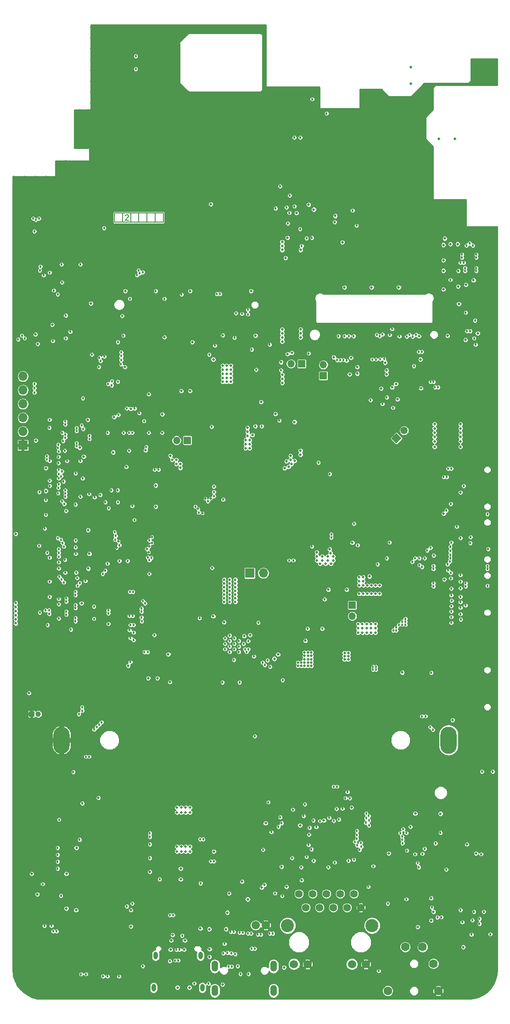
<source format=gbr>
G04 #@! TF.GenerationSoftware,KiCad,Pcbnew,5.0.0*
G04 #@! TF.CreationDate,2018-08-21T11:32:18-04:00*
G04 #@! TF.ProjectId,dvk-mx8m-bsb,64766B2D6D78386D2D6273622E6B6963,v0.1.0*
G04 #@! TF.SameCoordinates,Original*
G04 #@! TF.FileFunction,Copper,L2,Inr,Plane*
G04 #@! TF.FilePolarity,Positive*
%FSLAX46Y46*%
G04 Gerber Fmt 4.6, Leading zero omitted, Abs format (unit mm)*
G04 Created by KiCad (PCBNEW 5.0.0) date Tue Aug 21 11:32:18 2018*
%MOMM*%
%LPD*%
G01*
G04 APERTURE LIST*
G04 #@! TA.AperFunction,NonConductor*
%ADD10C,0.130000*%
G04 #@! TD*
G04 #@! TA.AperFunction,ViaPad*
%ADD11C,0.200000*%
G04 #@! TD*
G04 #@! TA.AperFunction,ViaPad*
%ADD12C,0.254000*%
G04 #@! TD*
G04 #@! TA.AperFunction,ViaPad*
%ADD13O,3.000000X5.000000*%
G04 #@! TD*
G04 #@! TA.AperFunction,ViaPad*
%ADD14C,0.300000*%
G04 #@! TD*
G04 #@! TA.AperFunction,ViaPad*
%ADD15C,6.000000*%
G04 #@! TD*
G04 #@! TA.AperFunction,ViaPad*
%ADD16C,1.600000*%
G04 #@! TD*
G04 #@! TA.AperFunction,ViaPad*
%ADD17C,3.500000*%
G04 #@! TD*
G04 #@! TA.AperFunction,ViaPad*
%ADD18O,1.250000X2.000000*%
G04 #@! TD*
G04 #@! TA.AperFunction,ViaPad*
%ADD19O,0.800000X1.400000*%
G04 #@! TD*
G04 #@! TA.AperFunction,ViaPad*
%ADD20O,1.350000X1.350000*%
G04 #@! TD*
G04 #@! TA.AperFunction,ViaPad*
%ADD21R,1.350000X1.350000*%
G04 #@! TD*
G04 #@! TA.AperFunction,ViaPad*
%ADD22C,1.350000*%
G04 #@! TD*
G04 #@! TA.AperFunction,Conductor*
%ADD23C,1.350000*%
G04 #@! TD*
G04 #@! TA.AperFunction,Conductor*
%ADD24C,0.020000*%
G04 #@! TD*
G04 #@! TA.AperFunction,ViaPad*
%ADD25C,5.000000*%
G04 #@! TD*
G04 #@! TA.AperFunction,ViaPad*
%ADD26O,1.700000X1.700000*%
G04 #@! TD*
G04 #@! TA.AperFunction,ViaPad*
%ADD27R,1.700000X1.700000*%
G04 #@! TD*
G04 #@! TA.AperFunction,ViaPad*
%ADD28C,1.550000*%
G04 #@! TD*
G04 #@! TA.AperFunction,ViaPad*
%ADD29C,1.400000*%
G04 #@! TD*
G04 #@! TA.AperFunction,ViaPad*
%ADD30C,2.400000*%
G04 #@! TD*
G04 #@! TA.AperFunction,ViaPad*
%ADD31C,1.530000*%
G04 #@! TD*
G04 #@! TA.AperFunction,ViaPad*
%ADD32C,6.500000*%
G04 #@! TD*
G04 #@! TA.AperFunction,ViaPad*
%ADD33C,1.000000*%
G04 #@! TD*
G04 #@! TA.AperFunction,ViaPad*
%ADD34R,1.000000X1.000000*%
G04 #@! TD*
G04 #@! TA.AperFunction,ViaPad*
%ADD35C,0.230000*%
G04 #@! TD*
G04 #@! TA.AperFunction,ViaPad*
%ADD36C,0.457200*%
G04 #@! TD*
G04 #@! TA.AperFunction,ViaPad*
%ADD37C,0.508000*%
G04 #@! TD*
G04 #@! TA.AperFunction,Conductor*
%ADD38C,0.134620*%
G04 #@! TD*
G04 #@! TA.AperFunction,Conductor*
%ADD39C,0.254000*%
G04 #@! TD*
G04 APERTURE END LIST*
D10*
X81103571Y-93895238D02*
X81148809Y-93850000D01*
X81239285Y-93804761D01*
X81465476Y-93804761D01*
X81555952Y-93850000D01*
X81601190Y-93895238D01*
X81646428Y-93985714D01*
X81646428Y-94076190D01*
X81601190Y-94211904D01*
X81058333Y-94754761D01*
X81646428Y-94754761D01*
D11*
G04 #@! TO.N,GND*
G04 #@! TO.C,U202*
X95750000Y-215585000D03*
X95750000Y-214685000D03*
G04 #@! TD*
D12*
G04 #@! TO.N,GND*
G04 #@! TO.C,U201*
X82400000Y-131840000D03*
X81800000Y-131440000D03*
G04 #@! TD*
D13*
G04 #@! TO.N,Net-(BT301-Pad1)*
G04 #@! TO.C,BT301*
X140700000Y-190500000D03*
G04 #@! TO.N,GND*
X69300000Y-190500000D03*
G04 #@! TD*
D14*
G04 #@! TO.N,GND*
G04 #@! TO.C,U1701*
X120000000Y-208700000D03*
X120000000Y-209700000D03*
X119000000Y-209700000D03*
X118000000Y-209700000D03*
X118000000Y-210700000D03*
X119000000Y-210700000D03*
X120000000Y-210700000D03*
X121000000Y-210700000D03*
X121000000Y-209700000D03*
X121000000Y-208700000D03*
X121000000Y-207700000D03*
X120000000Y-207700000D03*
X119000000Y-207700000D03*
X118000000Y-207700000D03*
X118000000Y-208700000D03*
X119000000Y-208700000D03*
G04 #@! TD*
G04 #@! TO.N,GND*
G04 #@! TO.C,U405*
X126097000Y-158926000D03*
G04 #@! TD*
G04 #@! TO.N,GND*
G04 #@! TO.C,U404*
X107000000Y-123500000D03*
G04 #@! TD*
G04 #@! TO.N,GND*
G04 #@! TO.C,U301*
X106550000Y-173900000D03*
X106550000Y-173000000D03*
X106550000Y-172100000D03*
X107450000Y-172100000D03*
X107450000Y-173000000D03*
X107450000Y-173900000D03*
X105650000Y-173900000D03*
X105650000Y-173000000D03*
X105650000Y-172100000D03*
G04 #@! TD*
D15*
G04 #@! TO.N,GND*
G04 #@! TO.C,MOD101*
X68200000Y-123500000D03*
X68200000Y-175300000D03*
X141800000Y-121700000D03*
X141800000Y-175300000D03*
G04 #@! TD*
D16*
G04 #@! TO.N,Net-(C1624-Pad1)*
G04 #@! TO.C,J1601*
X132700000Y-228575000D03*
G04 #@! TO.N,/HP_DET*
X135900000Y-228575000D03*
G04 #@! TO.N,Net-(C1621-Pad1)*
X137900000Y-231675000D03*
G04 #@! TO.N,GND*
X138800000Y-236675000D03*
G04 #@! TO.N,Net-(J1601-Pad1)*
X129500000Y-236675000D03*
G04 #@! TD*
D17*
G04 #@! TO.N,GND*
G04 #@! TO.C,MNT102*
X147000000Y-66750000D03*
G04 #@! TD*
G04 #@! TO.N,GND*
G04 #@! TO.C,MNT101*
X65400000Y-233100000D03*
G04 #@! TD*
G04 #@! TO.N,GND*
G04 #@! TO.C,MNT103*
X144600000Y-233100000D03*
G04 #@! TD*
D18*
G04 #@! TO.N,Net-(C1905-Pad1)*
G04 #@! TO.C,J1901*
X97575000Y-236625000D03*
X108425000Y-236625000D03*
X108425000Y-232125000D03*
X97575000Y-232125000D03*
G04 #@! TD*
D19*
G04 #@! TO.N,Net-(C216-Pad2)*
G04 #@! TO.C,J201*
X95290000Y-236100000D03*
X86670000Y-230150000D03*
X86310000Y-236100000D03*
X94930000Y-230150000D03*
G04 #@! TD*
D20*
G04 #@! TO.N,1V8_P*
G04 #@! TO.C,JP404*
X90525000Y-135300000D03*
D21*
X92525000Y-135300000D03*
G04 #@! TD*
D14*
G04 #@! TO.N,GND*
G04 #@! TO.C,U407*
X124200000Y-177150000D03*
X124200000Y-176350000D03*
G04 #@! TD*
G04 #@! TO.N,GND*
G04 #@! TO.C,U402*
X121025000Y-153075000D03*
G04 #@! TD*
D22*
G04 #@! TO.N,5V_SOM*
G04 #@! TO.C,JP402*
X132489949Y-133510051D03*
D23*
X132489949Y-133510051D02*
X132489949Y-133510051D01*
D22*
X131075735Y-134924265D03*
D24*
G36*
X130121141Y-134924265D02*
X131075735Y-133969671D01*
X132030329Y-134924265D01*
X131075735Y-135878859D01*
X130121141Y-134924265D01*
X130121141Y-134924265D01*
G37*
G04 #@! TD*
D20*
G04 #@! TO.N,5V_P*
G04 #@! TO.C,JP403*
X122920000Y-167660000D03*
D21*
X122920000Y-165660000D03*
G04 #@! TD*
D14*
G04 #@! TO.N,GND*
G04 #@! TO.C,U2201*
X75300000Y-199700000D03*
X74100000Y-199700000D03*
X72900000Y-199700000D03*
X72900000Y-198500000D03*
X72900000Y-197300000D03*
X74100000Y-197300000D03*
X75300000Y-197300000D03*
X74100000Y-198500000D03*
X75300000Y-198500000D03*
G04 #@! TD*
D25*
G04 #@! TO.N,GND*
G04 #@! TO.C,MOD1501*
X80350000Y-62300000D03*
G04 #@! TD*
D26*
G04 #@! TO.N,VBAT_REG*
G04 #@! TO.C,JP301*
X106545500Y-159750000D03*
D27*
X104005500Y-159750000D03*
G04 #@! TD*
D28*
G04 #@! TO.N,Net-(MK1601-Pad2)*
G04 #@! TO.C,MK1601*
X105100000Y-224591000D03*
G04 #@! TO.N,GND*
X107000000Y-224591000D03*
G04 #@! TD*
D29*
G04 #@! TO.N,/Ethernet/ETH_TRX3_N*
G04 #@! TO.C,J1701*
X123245000Y-218810000D03*
G04 #@! TO.N,GND*
X124515000Y-221350000D03*
D30*
G04 #@! TO.N,Net-(FB1703-Pad1)*
X126590000Y-224650000D03*
X111005000Y-224650000D03*
D31*
G04 #@! TO.N,GND*
X125435000Y-231770000D03*
X114705000Y-231770000D03*
G04 #@! TO.N,Net-(J1701-Pad11)*
X112165000Y-231770000D03*
G04 #@! TO.N,Net-(J1701-Pad13)*
X122895000Y-231770000D03*
D29*
G04 #@! TO.N,/Ethernet/ETH_TRX3_P*
X121975000Y-221350000D03*
G04 #@! TO.N,/Ethernet/ETH_TRX2_N*
X119435000Y-221350000D03*
G04 #@! TO.N,/Ethernet/ETH_TRX1_N*
X120705000Y-218810000D03*
G04 #@! TO.N,/Ethernet/ETH_TRX2_P*
X118165000Y-218810000D03*
G04 #@! TO.N,/Ethernet/ETH_TRX1_P*
X116895000Y-221350000D03*
G04 #@! TO.N,/Ethernet/ETH_TRX0_N*
X115625000Y-218810000D03*
G04 #@! TO.N,/Ethernet/ETH_TRX0_P*
X114355000Y-221350000D03*
G04 #@! TO.N,Net-(C1719-Pad1)*
X113085000Y-218810000D03*
G04 #@! TD*
D32*
G04 #@! TO.N,GND*
G04 #@! TO.C,MOD1801*
X127000000Y-81840000D03*
G04 #@! TD*
D14*
G04 #@! TO.N,GND*
G04 #@! TO.C,U401*
X109640000Y-136245000D03*
X109640000Y-134645000D03*
X108040000Y-134645000D03*
X108040000Y-136245000D03*
X108840000Y-135445000D03*
G04 #@! TD*
D33*
G04 #@! TO.N,Net-(C2401-Pad1)*
G04 #@! TO.C,J2401*
X65025000Y-185700000D03*
D34*
G04 #@! TO.N,GND*
X63775000Y-185700000D03*
G04 #@! TD*
D35*
G04 #@! TO.N,GND*
G04 #@! TO.C,U1601*
X134600000Y-209200000D03*
X134100000Y-208700000D03*
X135100000Y-208700000D03*
X135100000Y-209700000D03*
X134100000Y-209700000D03*
G04 #@! TD*
D26*
G04 #@! TO.N,Net-(J701-Pad6)*
G04 #@! TO.C,J701*
X62200000Y-123500000D03*
G04 #@! TO.N,/UART Debug/TX->RX*
X62200000Y-126040000D03*
G04 #@! TO.N,/UART Debug/RX<-TX*
X62200000Y-128580000D03*
G04 #@! TO.N,Net-(J701-Pad3)*
X62200000Y-131120000D03*
G04 #@! TO.N,Net-(J701-Pad2)*
X62200000Y-133660000D03*
D27*
G04 #@! TO.N,GND*
X62200000Y-136200000D03*
G04 #@! TD*
D20*
G04 #@! TO.N,3V3*
G04 #@! TO.C,JP401*
X111620000Y-121200000D03*
D21*
X113620000Y-121200000D03*
G04 #@! TD*
D20*
G04 #@! TO.N,3V3_P*
G04 #@! TO.C,JP1801*
X117600000Y-121400000D03*
D21*
X117600000Y-123400000D03*
G04 #@! TD*
D36*
G04 #@! TO.N,GND*
X127700000Y-129000000D03*
X101360000Y-168028500D03*
D37*
X106487500Y-190500000D03*
X79962500Y-128015000D03*
X86345000Y-132769500D03*
X89950000Y-224200000D03*
X93986000Y-224239277D03*
X91950000Y-224200000D03*
X103600000Y-167362500D03*
X104950000Y-167362500D03*
X102870000Y-168062500D03*
X107955000Y-177787500D03*
X110600000Y-170920000D03*
X110600000Y-170245000D03*
X111275000Y-170650000D03*
X109925000Y-170650000D03*
X81700000Y-231265000D03*
X81700000Y-228365000D03*
X81700000Y-226915000D03*
X81700000Y-229815000D03*
X91800000Y-197798000D03*
X96087500Y-202475000D03*
X93550000Y-227390000D03*
X88050000Y-227390000D03*
X93425000Y-229090000D03*
X87925000Y-229090000D03*
X90937500Y-220410000D03*
X113000000Y-205215000D03*
X97412500Y-180150000D03*
X75532500Y-132345000D03*
X91290000Y-217635000D03*
X91290000Y-219060000D03*
X91290000Y-212635000D03*
X100210000Y-217235000D03*
X100210000Y-213035000D03*
X95735000Y-205410000D03*
X96001000Y-203825000D03*
X103777500Y-176200000D03*
X104915000Y-177750000D03*
X100010000Y-157971500D03*
X101360000Y-157971500D03*
X114687000Y-168187000D03*
X114337000Y-158667000D03*
X112165000Y-211650000D03*
X127985000Y-207100000D03*
X71890000Y-131500000D03*
X75532500Y-130995000D03*
X113930000Y-75110000D03*
X129900000Y-226500000D03*
X135240000Y-223960000D03*
X134900000Y-219400000D03*
X130400000Y-219600000D03*
X132385000Y-213500000D03*
X137715000Y-213500000D03*
X137500000Y-209175000D03*
X137325000Y-206325000D03*
X143275000Y-209700000D03*
X146700000Y-214100000D03*
X136300000Y-76175000D03*
X130075000Y-72200000D03*
X133325000Y-72200000D03*
X141900000Y-79810800D03*
X138900000Y-79810800D03*
X133710800Y-69600000D03*
X133710800Y-66600000D03*
X81250000Y-144420000D03*
X74900000Y-153435000D03*
X76920000Y-202500000D03*
X79720000Y-199700000D03*
X89350000Y-204000000D03*
X85600000Y-213485000D03*
X73365000Y-164100000D03*
X107300000Y-228930000D03*
X83325000Y-237725000D03*
X78425000Y-237075000D03*
X74425000Y-236932200D03*
X82100000Y-223000000D03*
X71209261Y-236548320D03*
X69100000Y-199800000D03*
X63600000Y-219700000D03*
X63600000Y-203400000D03*
X121800000Y-202900000D03*
X136300000Y-79425000D03*
X131700000Y-73800000D03*
X134700000Y-77800000D03*
X128700000Y-71600000D03*
X127400000Y-71000000D03*
X128900000Y-72900000D03*
X127700000Y-72000000D03*
X126000000Y-71000000D03*
X124600000Y-71000000D03*
X126425000Y-72000000D03*
X125150000Y-72000000D03*
X139550000Y-69725000D03*
X138050000Y-69725000D03*
X136550000Y-69725000D03*
X141050000Y-69725000D03*
X142550000Y-69725000D03*
X144050000Y-69725000D03*
X146300000Y-68975000D03*
X145300000Y-69475000D03*
X130250000Y-73500000D03*
X133150000Y-73500000D03*
X135700000Y-70600000D03*
X134700000Y-71600000D03*
X137400000Y-70800000D03*
X136650000Y-73050000D03*
X134500000Y-72900000D03*
X136900000Y-74800000D03*
X137400000Y-73800000D03*
X137400000Y-72300000D03*
X136650000Y-71550000D03*
X135800000Y-72300000D03*
X135650000Y-74050000D03*
X135450000Y-75150000D03*
X137550000Y-82075000D03*
X136900000Y-80800000D03*
X137550000Y-83575000D03*
X137550000Y-85075000D03*
X137550000Y-86575000D03*
X137550000Y-88075000D03*
X137550000Y-89575000D03*
X137550000Y-91075000D03*
X139000000Y-91175000D03*
X140500000Y-91175000D03*
X142000000Y-91175000D03*
X143500000Y-91175000D03*
X143500000Y-92425000D03*
X143500000Y-93675000D03*
X143500000Y-94925000D03*
X143500000Y-96175000D03*
X144700000Y-96175000D03*
X145900000Y-96175000D03*
X147100000Y-96175000D03*
X148300000Y-96175000D03*
X149500000Y-96175000D03*
X136500000Y-87325000D03*
X136500000Y-90325000D03*
X136500000Y-88825000D03*
X136500000Y-85825000D03*
X136500000Y-91825000D03*
X136500000Y-82825000D03*
X136500000Y-84325000D03*
X138275000Y-92225000D03*
X139775000Y-92225000D03*
X141275000Y-92225000D03*
X142400000Y-93050000D03*
X142600000Y-91950000D03*
X142400000Y-94300000D03*
X142400000Y-95550000D03*
X136500000Y-81775000D03*
X135000000Y-76350000D03*
X135000000Y-79250000D03*
X135525000Y-80650000D03*
X124600000Y-73000000D03*
X132450000Y-74800000D03*
X130950000Y-74800000D03*
X133675000Y-77050000D03*
X133675000Y-78550000D03*
X118449164Y-202107627D03*
X145600000Y-219700000D03*
X142700000Y-220000000D03*
X138900000Y-227300000D03*
X140202007Y-219367985D03*
X125800000Y-72900000D03*
X124600000Y-74500000D03*
X123200000Y-74500000D03*
X121800000Y-74500000D03*
X120400000Y-74500000D03*
X119000000Y-74500000D03*
X119000000Y-76000000D03*
X117500000Y-76000000D03*
X116000000Y-76000000D03*
X114500000Y-76000000D03*
X112250000Y-75250000D03*
X113000000Y-74500000D03*
X111500000Y-74500000D03*
X110000000Y-74500000D03*
X108500000Y-74500000D03*
X106800000Y-73100000D03*
X106800000Y-71600000D03*
X106800000Y-70100000D03*
X106800000Y-68600000D03*
X106800000Y-67100000D03*
X106800000Y-64100000D03*
X106800000Y-65600000D03*
X106800000Y-62600000D03*
X106800000Y-61100000D03*
X106800000Y-59600000D03*
X113000000Y-76000000D03*
X110750000Y-75250000D03*
X109250000Y-75250000D03*
X107750000Y-75250000D03*
X118250000Y-77000000D03*
X115250000Y-77000000D03*
X113750000Y-77000000D03*
X116750000Y-77000000D03*
X119700000Y-75200000D03*
X121100000Y-75200000D03*
X122500000Y-75200000D03*
X123900000Y-75200000D03*
X125500000Y-73900000D03*
X107000000Y-74500000D03*
X101240000Y-227500000D03*
X107200000Y-227500000D03*
X101400000Y-228150000D03*
X107850000Y-227250000D03*
X99000000Y-227450000D03*
X95900000Y-224550000D03*
X128900000Y-212900000D03*
X125651680Y-212600000D03*
X65399999Y-96800000D03*
X60750000Y-100750000D03*
X75750000Y-99750000D03*
X60900000Y-89900000D03*
X74250000Y-90100000D03*
X75500000Y-90100000D03*
X62750000Y-105100000D03*
X63800000Y-109615000D03*
X83850000Y-112500000D03*
X86250000Y-112500000D03*
X91850000Y-112500000D03*
X94250000Y-112500000D03*
X95050000Y-112500000D03*
X81850000Y-107800000D03*
X90650000Y-107800000D03*
X100650000Y-112500000D03*
X80300000Y-124300000D03*
X77800000Y-124200000D03*
X79050000Y-118600000D03*
X69400000Y-115900000D03*
X115800000Y-215635000D03*
X118600000Y-216235000D03*
X121400000Y-216235000D03*
X77950000Y-171650000D03*
X71987500Y-223050000D03*
X98232500Y-229698000D03*
X102300000Y-236450000D03*
X103800000Y-236450000D03*
X105290000Y-236450000D03*
X99800000Y-236450000D03*
X101040000Y-236135000D03*
X99000000Y-112500000D03*
X76700000Y-117200000D03*
X103450000Y-107800000D03*
X99450000Y-107800000D03*
X97050000Y-107800000D03*
X93850000Y-107800000D03*
X102300000Y-117200000D03*
X102300000Y-117200000D03*
X74700000Y-116312500D03*
D36*
X100650000Y-115977080D03*
X91850000Y-115977080D03*
X95050000Y-115977080D03*
D37*
X69600000Y-110500000D03*
X69956585Y-113218343D03*
X119400000Y-122800000D03*
X119400000Y-122000000D03*
X126100000Y-122000000D03*
X113765000Y-82700000D03*
X113765000Y-83800000D03*
X113765000Y-84900000D03*
X113765000Y-86000000D03*
X70185000Y-85650000D03*
X68650000Y-84637000D03*
X71570000Y-84637000D03*
X75025000Y-80300000D03*
X75025000Y-85000000D03*
X70110000Y-83987000D03*
X126700000Y-119300000D03*
X110900000Y-88300000D03*
X87600000Y-65740000D03*
X134500000Y-118800000D03*
X110525000Y-210273000D03*
X113300000Y-210085000D03*
X113300000Y-207225000D03*
X112075000Y-206327000D03*
X76712500Y-175412500D03*
X74231647Y-174187500D03*
X74973761Y-193900000D03*
X143000000Y-154100000D03*
X141218516Y-115131484D03*
X143399998Y-226050000D03*
X60600000Y-144285000D03*
X60800000Y-160285000D03*
D36*
X98992800Y-222200000D03*
D37*
X142900000Y-163324620D03*
X137900000Y-163000000D03*
X141000000Y-170300000D03*
X139900000Y-153500000D03*
X143100000Y-159256514D03*
X138100000Y-146124620D03*
X60470000Y-86860000D03*
X62470000Y-86860000D03*
X64470000Y-86860000D03*
X66470000Y-86860000D03*
X68470000Y-86860000D03*
X69470000Y-87360000D03*
X63470000Y-87360000D03*
X61470000Y-87360000D03*
X65470000Y-87360000D03*
X67470000Y-87360000D03*
X72800000Y-84000000D03*
X73300000Y-81300000D03*
X71900000Y-81300000D03*
X76600000Y-85100000D03*
X71900000Y-79300000D03*
X71900000Y-77300000D03*
X71900000Y-75300000D03*
X72700000Y-74560000D03*
X72700000Y-76300000D03*
X72700000Y-78300000D03*
X72700000Y-80300000D03*
X74200000Y-74560000D03*
X74860000Y-73200000D03*
X74860000Y-71200000D03*
X74860000Y-69200000D03*
X74860000Y-67200000D03*
X74860000Y-65200000D03*
X74860000Y-63200000D03*
X74860000Y-61200000D03*
X74860000Y-59200000D03*
X75860000Y-72200000D03*
X75860000Y-60200000D03*
X75860000Y-74200000D03*
X75860000Y-70200000D03*
X75860000Y-68200000D03*
X75860000Y-62200000D03*
X75860000Y-64200000D03*
X75860000Y-66200000D03*
X73575000Y-75500000D03*
X76695000Y-82650000D03*
X73850000Y-79475000D03*
X75800000Y-79475000D03*
X75775000Y-85800000D03*
X73450000Y-85100000D03*
X74225000Y-85800000D03*
X75200000Y-75100000D03*
X69535000Y-84950000D03*
X70600000Y-86700000D03*
X72010000Y-85760000D03*
X80750000Y-136548320D03*
X105560000Y-134655000D03*
X105165000Y-131150000D03*
X112380000Y-135919000D03*
X112120000Y-134887500D03*
X121185000Y-119300000D03*
X123885000Y-119300000D03*
X106585000Y-139800000D03*
X107980000Y-122022500D03*
X101290000Y-130400000D03*
X102290000Y-130400000D03*
X103290000Y-130400000D03*
X108046000Y-125930000D03*
X105220000Y-125120000D03*
X137849998Y-129925000D03*
X137850000Y-130725000D03*
X143150000Y-130725000D03*
X142890000Y-137500000D03*
X138110000Y-137300000D03*
X142890000Y-138300000D03*
X142890000Y-139100000D03*
X142890000Y-139900000D03*
X142890000Y-140700000D03*
X142890000Y-141500000D03*
X67110000Y-160100000D03*
X67110000Y-158800000D03*
X64660000Y-132470000D03*
X86285000Y-221800000D03*
X82530000Y-219825000D03*
X103270034Y-222524966D03*
X102600000Y-215900000D03*
X107700000Y-220900000D03*
X76600000Y-80200000D03*
X75683940Y-138346060D03*
X71850000Y-137248000D03*
X72070000Y-212860000D03*
X143150000Y-131510000D03*
X121025000Y-154030000D03*
X117075000Y-155285000D03*
X127717000Y-161051000D03*
X127887500Y-155900000D03*
X123875000Y-159812500D03*
X146057359Y-112688369D03*
X132300000Y-116100000D03*
X145250000Y-103050000D03*
D36*
X145400000Y-110200000D03*
D37*
X145250000Y-104850000D03*
X141190000Y-142300000D03*
X141025000Y-103950000D03*
X141025000Y-102150000D03*
X141025000Y-100350000D03*
X142375000Y-108150000D03*
X137980000Y-105460000D03*
X137980000Y-97990000D03*
X137980000Y-103101514D03*
X137980000Y-100887500D03*
X148050000Y-106130000D03*
X148050000Y-105185000D03*
X77950000Y-167850000D03*
X77950000Y-169750000D03*
X68800000Y-166400000D03*
X69900000Y-156100000D03*
X70000000Y-153700000D03*
X70200000Y-158500000D03*
X70200000Y-165900000D03*
X70326859Y-141892852D03*
X72911802Y-146671222D03*
X72033447Y-145544510D03*
X145261177Y-100361866D03*
X114150500Y-134187000D03*
X100590000Y-129884500D03*
X103990000Y-129882500D03*
X100490000Y-128882500D03*
X104090000Y-128882500D03*
X100947200Y-134750000D03*
X100947200Y-135500000D03*
X101987500Y-137845000D03*
X84100000Y-170150000D03*
X70100000Y-163100000D03*
X87850000Y-168562500D03*
X75975000Y-162315000D03*
X126100000Y-122800000D03*
X100000000Y-168028500D03*
X97350000Y-170650000D03*
X86500000Y-167150000D03*
X143590000Y-160520000D03*
X134332500Y-163560000D03*
X133582500Y-163560000D03*
X135082500Y-163560000D03*
X134332500Y-166960000D03*
X133582500Y-166960000D03*
X135082500Y-166960000D03*
X121765000Y-177975000D03*
X119250000Y-177787500D03*
X121765000Y-179325000D03*
X111700000Y-107175000D03*
X110700000Y-107175000D03*
X112700000Y-107175000D03*
X112700000Y-107925000D03*
X110700000Y-107925000D03*
X111700000Y-107925000D03*
X126525000Y-127160000D03*
X129198000Y-123984000D03*
X98660000Y-157971500D03*
X128215000Y-125075000D03*
D36*
X117750000Y-118522920D03*
D37*
X129100000Y-116551680D03*
X118830000Y-98825000D03*
X122060000Y-93975000D03*
X131825000Y-172437500D03*
X131200000Y-172700000D03*
X131100000Y-173300000D03*
X130900000Y-171600000D03*
X144500000Y-118000000D03*
X149100000Y-224615000D03*
X68660000Y-130620000D03*
X122400000Y-123985002D03*
X129440000Y-119300000D03*
X143740000Y-181650000D03*
X141815000Y-184450000D03*
X147850000Y-152899998D03*
X147850000Y-143200000D03*
X93035000Y-237085000D03*
X87046243Y-224303757D03*
D36*
X66015000Y-112240000D03*
D37*
X67800000Y-106900000D03*
X148000000Y-227600000D03*
X70057660Y-143868456D03*
X131697988Y-173097988D03*
X130500000Y-120815000D03*
X77950000Y-165600000D03*
X99700000Y-128875000D03*
X98925000Y-129250000D03*
X70000000Y-138500000D03*
X62700000Y-107000000D03*
X103612500Y-74750000D03*
X103150000Y-76332500D03*
X69600000Y-107650000D03*
X98470000Y-75450000D03*
X129500000Y-208965000D03*
X141675500Y-211725000D03*
X129651000Y-205549000D03*
X138212500Y-203550000D03*
X142000000Y-228035000D03*
X143225000Y-224645002D03*
X147970000Y-210750000D03*
X139200000Y-201780000D03*
X88300000Y-106952920D03*
X131500000Y-104865000D03*
X126500000Y-104865000D03*
X121500000Y-104865000D03*
X115750000Y-95745000D03*
X93000000Y-128935000D03*
X97100000Y-208730000D03*
X60870000Y-172212500D03*
X60870000Y-175962500D03*
X60870000Y-173712500D03*
X60870000Y-172962500D03*
X60870000Y-174462500D03*
X60870000Y-175212500D03*
X87030000Y-179800000D03*
X85400000Y-124530000D03*
X90250000Y-160500000D03*
X91000000Y-161250000D03*
X87730000Y-164440000D03*
X73017012Y-193717010D03*
X70227011Y-196507011D03*
X81550000Y-175049998D03*
X85200000Y-177287500D03*
X107085000Y-129650000D03*
D36*
X72850000Y-135370000D03*
D37*
X65015000Y-106300000D03*
X68300000Y-103128320D03*
X62700000Y-103128320D03*
X69750000Y-233240000D03*
X109415000Y-177787500D03*
X70200007Y-168299993D03*
X138960000Y-148650000D03*
X137850000Y-139287500D03*
X137850000Y-138487500D03*
X138262500Y-140900000D03*
X138110000Y-143300000D03*
X109700000Y-209375000D03*
X109850000Y-215250000D03*
X102085000Y-169062500D03*
X85400000Y-155900000D03*
X85500000Y-154800000D03*
X86000000Y-154200000D03*
X86000000Y-153100000D03*
X94500000Y-147900000D03*
X95300000Y-148700000D03*
X95800000Y-146000000D03*
X96800000Y-146000000D03*
X140100000Y-116700000D03*
X137050000Y-118850000D03*
X79800000Y-153900000D03*
X79500000Y-155100000D03*
X122600000Y-151108600D03*
X121025000Y-152120000D03*
X119057500Y-152002500D03*
X137000000Y-160700000D03*
X97450000Y-112500000D03*
G04 #@! TO.N,Net-(BT301-Pad1)*
X115385000Y-176845000D03*
X115385000Y-176225000D03*
X115385000Y-175605000D03*
X115385000Y-174985000D03*
X115385000Y-174365000D03*
X114765000Y-174365000D03*
X114765000Y-174985000D03*
X114765000Y-175605000D03*
X114765000Y-176845000D03*
X114765000Y-176225000D03*
X114145000Y-176845000D03*
X113525000Y-176845000D03*
X112905000Y-176845000D03*
X114145000Y-176225000D03*
X113525000Y-176225000D03*
X112905000Y-176225000D03*
X114145000Y-175605000D03*
X114145000Y-174985000D03*
X114145000Y-174365000D03*
G04 #@! TO.N,5V_SOM*
X138110000Y-132300000D03*
X138110000Y-132300000D03*
X138110000Y-133100000D03*
X138110000Y-133900000D03*
X138110000Y-134700000D03*
X138110000Y-135500000D03*
X138110000Y-136500000D03*
X142890000Y-132300000D03*
X142890000Y-133100000D03*
X142890000Y-133900000D03*
X142890000Y-134700000D03*
X142890000Y-135500000D03*
X142890000Y-136500000D03*
X118775000Y-155335000D03*
X116400000Y-155900000D03*
X117400000Y-157400000D03*
X118400000Y-157400000D03*
X119400000Y-157400000D03*
X119000000Y-158050000D03*
X118000000Y-158050000D03*
X117000000Y-158050000D03*
X116400000Y-157400000D03*
X116400000Y-156650000D03*
X119400000Y-156650000D03*
X118400000Y-156650000D03*
X117400000Y-156650000D03*
X118900000Y-156050000D03*
G04 #@! TO.N,3V3_OUT*
X66410000Y-144610000D03*
X66410000Y-140390000D03*
X74160000Y-131500000D03*
X87860000Y-133900000D03*
X84827896Y-137124409D03*
X142890000Y-144900000D03*
X139900000Y-160900000D03*
X97290400Y-167700000D03*
X70210000Y-215120000D03*
X63810000Y-215120000D03*
X72070000Y-210330000D03*
X121900000Y-162800000D03*
X118537000Y-162800000D03*
X114300000Y-172200000D03*
X99300000Y-168800004D03*
D36*
G04 #@! TO.N,/ENET_2V5*
X123816967Y-209857570D03*
X114500000Y-212000000D03*
X126800000Y-213700000D03*
X143500000Y-143700000D03*
X108700000Y-218700000D03*
X115400010Y-210622920D03*
X109650000Y-204700000D03*
X113962955Y-204462955D03*
D37*
G04 #@! TO.N,1V8_P*
X100210000Y-218735000D03*
X91290000Y-214135000D03*
X91292000Y-216135000D03*
X99900000Y-222250000D03*
X96550000Y-225300000D03*
X102600000Y-216550000D03*
X103650000Y-219800000D03*
X106250000Y-217650000D03*
X146068990Y-115600000D03*
X131285006Y-127750000D03*
X142449000Y-106950000D03*
X139750000Y-99312500D03*
X139750000Y-102131514D03*
X139750000Y-104061514D03*
X128250000Y-125750000D03*
X115835000Y-92800000D03*
X139750000Y-107500000D03*
X90462500Y-138870000D03*
X90462500Y-139620000D03*
X89712500Y-138870000D03*
X89362500Y-138120000D03*
X91212500Y-139620000D03*
X91212500Y-140370000D03*
X129265000Y-122400000D03*
X129650000Y-211350000D03*
X70200000Y-221500000D03*
X96600000Y-230400000D03*
X97400000Y-211000000D03*
D36*
X87400000Y-216135000D03*
D37*
X113600000Y-216300000D03*
X86700000Y-143600000D03*
X86700000Y-147500000D03*
X81000000Y-121800000D03*
X67600000Y-114000000D03*
X129000000Y-121000000D03*
X109800000Y-120900000D03*
X123850000Y-121800000D03*
X97300000Y-120400000D03*
X91400000Y-126200000D03*
X93000000Y-126200000D03*
X135600000Y-125700000D03*
X142600000Y-110166514D03*
D36*
X94950000Y-216850000D03*
D37*
X99650000Y-225300000D03*
X106750000Y-217150000D03*
D36*
X137500000Y-178100000D03*
D37*
X131000000Y-124900000D03*
D36*
G04 #@! TO.N,VBUS*
X100326000Y-172250000D03*
X99470000Y-171750000D03*
X101182000Y-173750000D03*
X101182000Y-172750000D03*
X101182000Y-171750000D03*
X100326000Y-171250000D03*
X100326000Y-173250000D03*
X99470000Y-173750000D03*
D37*
X104075000Y-171155000D03*
X102980000Y-171337500D03*
X93000000Y-203824667D03*
X90600000Y-202916334D03*
X90600000Y-203824667D03*
X91400000Y-202916334D03*
X91400000Y-203824667D03*
X92200000Y-203824667D03*
X92200000Y-202916334D03*
X93000000Y-202916334D03*
D36*
X100326000Y-174250000D03*
X102038000Y-172250000D03*
X102038000Y-173250000D03*
X102038000Y-174250000D03*
X99470000Y-172750000D03*
D37*
X82093335Y-129480140D03*
D36*
G04 #@! TO.N,/USB-C/BYPASS*
X77807500Y-133900000D03*
D37*
G04 #@! TO.N,3V3*
X79007500Y-130995000D03*
X74200000Y-151815000D03*
X74435000Y-156200000D03*
X64910000Y-117537500D03*
X74252989Y-158912989D03*
X110020000Y-124725000D03*
X110020000Y-123975000D03*
X110020000Y-123225000D03*
X112280000Y-131912500D03*
X108760000Y-130450000D03*
X132150000Y-178050000D03*
G04 #@! TO.N,5V_P*
X76100000Y-201125000D03*
X126097000Y-160351000D03*
X124200000Y-160500000D03*
X124950000Y-160500000D03*
X124200000Y-161250000D03*
X124950000Y-161250000D03*
X124200000Y-162000000D03*
X124950000Y-162000000D03*
X124950000Y-162000000D03*
X124200000Y-162000000D03*
X126450000Y-162000000D03*
X125700000Y-162000000D03*
X127950000Y-162000000D03*
X127200000Y-162000000D03*
X124950000Y-163561610D03*
X124200000Y-163561610D03*
X127950000Y-163561610D03*
X127200000Y-163561610D03*
X126450000Y-163561610D03*
X125700000Y-163561610D03*
X124000000Y-169100000D03*
X125600000Y-169100000D03*
X126400000Y-169100000D03*
X124800000Y-169100000D03*
X127200000Y-169100000D03*
X125600000Y-169900000D03*
X124800000Y-169900000D03*
X127200000Y-169900000D03*
X126400000Y-169900000D03*
X124000000Y-169900000D03*
X124000000Y-170700000D03*
X124800000Y-170700000D03*
X125600000Y-170700000D03*
X126400000Y-170700000D03*
X77950000Y-169100000D03*
X89300000Y-179800000D03*
X87893000Y-130494500D03*
X85399992Y-126800000D03*
X73000000Y-165300000D03*
X127200000Y-170700000D03*
X106115000Y-128250000D03*
X72670496Y-136645496D03*
G04 #@! TO.N,Net-(C216-Pad2)*
X96612500Y-229000000D03*
D36*
G04 #@! TO.N,/Battery/RGEN*
X105600000Y-168875000D03*
D37*
G04 #@! TO.N,VBAT*
X109240000Y-174720000D03*
X108565000Y-175512500D03*
G04 #@! TO.N,VBAT_REG*
X99295333Y-165050000D03*
X99295333Y-164366666D03*
X99295333Y-163683333D03*
X99295333Y-163000000D03*
X99295333Y-162316667D03*
X99295333Y-161633333D03*
X99295333Y-160950000D03*
X100327667Y-165050000D03*
X100327667Y-164366666D03*
X100327667Y-163683333D03*
X100327667Y-163000000D03*
X100327667Y-162316667D03*
X100327667Y-161633333D03*
X100327667Y-160950000D03*
X101360000Y-165050000D03*
X101360000Y-164366666D03*
X101360000Y-163683333D03*
X101360000Y-162316667D03*
X101360000Y-163000000D03*
X101360000Y-161633333D03*
X101360000Y-160950000D03*
X104500000Y-134315000D03*
X111740000Y-139640000D03*
X112290000Y-139090000D03*
X111190000Y-140190000D03*
X113380000Y-137194000D03*
X113380000Y-137944000D03*
X111540000Y-138890000D03*
X110790000Y-139173000D03*
X111540000Y-138140004D03*
X110445000Y-140448000D03*
X122950000Y-154147500D03*
X104000000Y-136000000D03*
X104000000Y-135250000D03*
X121515000Y-174425000D03*
X122215000Y-174425000D03*
X122215000Y-175037500D03*
X121515000Y-175037500D03*
X121515000Y-175650000D03*
X122215000Y-175650000D03*
X103250000Y-135250000D03*
X103250000Y-136000000D03*
X103625000Y-133750000D03*
X103625000Y-133000000D03*
X103625000Y-134500000D03*
X104000000Y-136750000D03*
X103250000Y-136750000D03*
G04 #@! TO.N,3V3_P*
X106950000Y-205800000D03*
X114900000Y-91900000D03*
X135000000Y-224900000D03*
X137925000Y-222100000D03*
X144075000Y-209700000D03*
X81250000Y-140180000D03*
X78830000Y-137500000D03*
X137500000Y-219600000D03*
X122800000Y-202900000D03*
X143400000Y-228600000D03*
X88300000Y-116300000D03*
X105085000Y-116015000D03*
X81050000Y-107800000D03*
X93050000Y-107800000D03*
X104250000Y-107800000D03*
D36*
X103700000Y-111235382D03*
X80500000Y-112400000D03*
X79700000Y-117200000D03*
D37*
X74700000Y-110087500D03*
X110625000Y-101700000D03*
D36*
X81900000Y-109222920D03*
X88300000Y-109222920D03*
D37*
X64500000Y-115800000D03*
X93430000Y-117200000D03*
X119515000Y-119985000D03*
X122700000Y-120100002D03*
D36*
X108800000Y-92600000D03*
D37*
X112650000Y-93450000D03*
X73415000Y-138297000D03*
X63300000Y-181825000D03*
X110350000Y-232350000D03*
X64550000Y-135325000D03*
X60854000Y-152515000D03*
X111000000Y-119400000D03*
X110000000Y-117100000D03*
X100540000Y-121532500D03*
X100540000Y-122282500D03*
X100540000Y-123032500D03*
X99790000Y-122282500D03*
X99790000Y-123032500D03*
X99790000Y-121532500D03*
X99040000Y-122282500D03*
X99040000Y-121532500D03*
X99040000Y-123032500D03*
X99040000Y-123782500D03*
X99790000Y-123782500D03*
X100540000Y-123782500D03*
X94925000Y-225174998D03*
X137500000Y-223700000D03*
X99040000Y-124532500D03*
X99790000Y-124532500D03*
X100540000Y-124532500D03*
X99050000Y-115950000D03*
X110000000Y-114862500D03*
X110000000Y-115612500D03*
X110000000Y-116362500D03*
X113400000Y-114862500D03*
X113400000Y-116362500D03*
X113400000Y-115612500D03*
X110000000Y-98737500D03*
X113400000Y-100237500D03*
X110000000Y-100237500D03*
X110000000Y-99487500D03*
X111000000Y-97987500D03*
X111800000Y-119200000D03*
X119690000Y-95100000D03*
X119790000Y-93975000D03*
X135245246Y-116122622D03*
X64860000Y-218900000D03*
X129231000Y-123150000D03*
X122450000Y-123150000D03*
X123850000Y-123015000D03*
X130309000Y-125549000D03*
X134551680Y-204025000D03*
X96850000Y-91800000D03*
X139200000Y-204050000D03*
X145750000Y-211350000D03*
X131500000Y-107135000D03*
X126500000Y-107135000D03*
X121500000Y-107135000D03*
X60870000Y-165237500D03*
X60870000Y-168237500D03*
X60870000Y-165987500D03*
X60870000Y-167487500D03*
X60870000Y-168987500D03*
X60870000Y-166737500D03*
X113300000Y-206185000D03*
X135500000Y-120400000D03*
X109900000Y-213800000D03*
D36*
G04 #@! TO.N,Net-(C416-Pad1)*
X119057500Y-152613000D03*
X123250000Y-150650000D03*
D37*
G04 #@! TO.N,2V8_P*
X140510000Y-116060000D03*
X143900000Y-106650000D03*
X145300000Y-105820000D03*
X143817009Y-116817009D03*
X142500000Y-104100000D03*
X92900000Y-236050000D03*
X121100000Y-98825000D03*
X90700000Y-236050000D03*
G04 #@! TO.N,3V3_SNVS*
X141435000Y-186800000D03*
X139800000Y-148800000D03*
G04 #@! TO.N,3V3_SD*
X76950000Y-233950000D03*
X82100006Y-221800000D03*
X82099992Y-224800000D03*
X85300000Y-179100000D03*
X89000000Y-174700000D03*
X71987500Y-221800000D03*
X87000000Y-179100000D03*
X81600000Y-176800000D03*
D36*
G04 #@! TO.N,/USB Hub + SDIO Bridge/RDRV33*
X84100000Y-168650000D03*
X82000000Y-171700000D03*
X82600000Y-170700000D03*
G04 #@! TO.N,/SD2_~RST*
X75300000Y-168150000D03*
X75300000Y-165900000D03*
X141100000Y-160700004D03*
X129838369Y-115900000D03*
X115500014Y-98000000D03*
X129300000Y-157000000D03*
X84070000Y-167900000D03*
X97100000Y-158797508D03*
X115500000Y-154850000D03*
G04 #@! TO.N,/USB Hub + SDIO Bridge/RDRV5*
X85200000Y-174300000D03*
X86400000Y-171150000D03*
G04 #@! TO.N,Net-(C1301-Pad1)*
X145700000Y-117675000D03*
X144700000Y-154200000D03*
G04 #@! TO.N,/BTN2*
X65184799Y-154700000D03*
X68785132Y-155315977D03*
G04 #@! TO.N,/SYS_~RST*
X73100000Y-184450000D03*
X76250000Y-187650000D03*
X69400000Y-146500000D03*
X68830000Y-143370000D03*
G04 #@! TO.N,/ONOFF*
X61300000Y-116700000D03*
X106800000Y-176650000D03*
X79700000Y-146700000D03*
X67152000Y-143682000D03*
X111299998Y-157400000D03*
G04 #@! TO.N,/WWAN mPCIe/UIM-PWR*
X64300000Y-96800000D03*
X83234620Y-104900000D03*
X67900000Y-107700000D03*
X65400000Y-103300000D03*
X69400000Y-106200000D03*
G04 #@! TO.N,/WWAN mPCIe/UIM-CLK*
X64050000Y-94450000D03*
X84300000Y-104350004D03*
X67099994Y-104400000D03*
G04 #@! TO.N,/WWAN mPCIe/UIM-RESET*
X64572526Y-94711263D03*
X65999996Y-104899996D03*
X83500000Y-104000000D03*
G04 #@! TO.N,/WWAN mPCIe/UIM-DATA*
X65150000Y-94450000D03*
X65300016Y-104000000D03*
X83736373Y-104553716D03*
X83736372Y-104553716D03*
G04 #@! TO.N,/WWAN mPCIe/SIM_DETECT_I*
X77150000Y-96200000D03*
X69300000Y-102900000D03*
G04 #@! TO.N,Net-(C1604-Pad1)*
X134500000Y-211500000D03*
X139200000Y-207550000D03*
G04 #@! TO.N,Net-(C1606-Pad1)*
X135220000Y-213900000D03*
X135877080Y-211422920D03*
G04 #@! TO.N,Net-(C1607-Pad2)*
X136300000Y-210500000D03*
X140250500Y-214325002D03*
G04 #@! TO.N,Net-(C1608-Pad1)*
X134980000Y-213100000D03*
X133010000Y-210820000D03*
G04 #@! TO.N,Net-(C1622-Pad1)*
X138300000Y-209500000D03*
X136470000Y-186100000D03*
G04 #@! TO.N,Net-(C1703-Pad1)*
X118500000Y-213900000D03*
X123219324Y-212495315D03*
X113500000Y-213900000D03*
G04 #@! TO.N,/Ethernet/LED_ACT*
X110000000Y-219200000D03*
X122250000Y-212700000D03*
G04 #@! TO.N,Net-(C1711-Pad1)*
X115800000Y-212699994D03*
X111832000Y-212200000D03*
X115750000Y-205280000D03*
X114850000Y-209800000D03*
X119700000Y-213025000D03*
G04 #@! TO.N,/Ethernet/LED_LINK1000*
X127800000Y-233000000D03*
X129477080Y-220600000D03*
D37*
G04 #@! TO.N,/Ethernet/ENET_1V1*
X117700000Y-205299988D03*
D36*
X118700000Y-204800000D03*
G04 #@! TO.N,Net-(C1719-Pad1)*
X125900000Y-217500000D03*
D37*
X110800000Y-217500000D03*
D36*
G04 #@! TO.N,Net-(C1905-Pad1)*
X99900000Y-229650000D03*
G04 #@! TO.N,Net-(C2004-Pad1)*
X146400000Y-223400000D03*
X142899998Y-221800000D03*
G04 #@! TO.N,Net-(C2005-Pad1)*
X147200000Y-222100000D03*
X148400000Y-226235000D03*
X145385000Y-222099998D03*
X146400000Y-224300000D03*
D37*
G04 #@! TO.N,Net-(C2203-Pad2)*
X85600000Y-214755000D03*
D36*
G04 #@! TO.N,/USB1_SS_SEL*
X141000000Y-154900000D03*
X122049043Y-200049043D03*
G04 #@! TO.N,/USB-C/CC2*
X82800000Y-129440000D03*
X84300000Y-232100000D03*
D37*
G04 #@! TO.N,/USB-C/CC1*
X89800000Y-226375000D03*
D36*
X83657210Y-130300000D03*
G04 #@! TO.N,Net-(D205-Pad1)*
X91550000Y-226505000D03*
G04 #@! TO.N,Net-(D206-Pad1)*
X89275000Y-231200000D03*
G04 #@! TO.N,Net-(D301-Pad1)*
X102137500Y-179850000D03*
G04 #@! TO.N,Net-(D302-Pad1)*
X110087500Y-179425000D03*
G04 #@! TO.N,Net-(D304-Pad1)*
X98987500Y-179850000D03*
G04 #@! TO.N,/Boot Config/BOOT_MODE1*
X137800000Y-188600000D03*
X75350000Y-188550000D03*
X72500000Y-185700000D03*
G04 #@! TO.N,/Boot Config/BOOT_MODE0*
X75800000Y-188100000D03*
X73112005Y-185087995D03*
X137300000Y-188100000D03*
G04 #@! TO.N,/~IRQ*
X112050000Y-157400000D03*
X117837000Y-164572000D03*
G04 #@! TO.N,/POR_B*
X67110000Y-139100000D03*
X72650000Y-208850000D03*
G04 #@! TO.N,Net-(D1302-Pad2)*
X145565824Y-113215824D03*
X66222920Y-151550000D03*
X70140000Y-148310000D03*
X97400000Y-145600000D03*
X94000000Y-147500000D03*
G04 #@! TO.N,Net-(D1502-Pad2)*
X148000000Y-155300000D03*
X74900000Y-119500000D03*
G04 #@! TO.N,/HP_DET*
X132900000Y-219800000D03*
X68800000Y-158900000D03*
G04 #@! TO.N,/ENET_~RST*
X68900000Y-160400000D03*
X73700000Y-161200000D03*
X85500000Y-157378000D03*
X106500000Y-210700000D03*
G04 #@! TO.N,Net-(D1701-Pad2)*
X109900000Y-205800000D03*
G04 #@! TO.N,Net-(D1801-Pad2)*
X113300000Y-96399996D03*
X131640000Y-116160002D03*
G04 #@! TO.N,/WLAN+BT M.2/~W_DISABLE1*
X111050957Y-95350957D03*
X111400000Y-90200000D03*
X122300000Y-116100000D03*
X113600000Y-99500002D03*
G04 #@! TO.N,Net-(D1803-Pad2)*
X109600000Y-88500000D03*
X147850000Y-148900000D03*
X118800000Y-141500000D03*
X116700000Y-139400000D03*
D37*
G04 #@! TO.N,/HDMI/DCDC_5V_CN*
X99000000Y-235500000D03*
D36*
X99149990Y-229750000D03*
G04 #@! TO.N,/HDMI_DDC_SDA*
X102300000Y-233550000D03*
X67110000Y-164100000D03*
X100600000Y-229750000D03*
G04 #@! TO.N,/HDMI_DDC_SCL*
X103800000Y-233550000D03*
X68810000Y-164500000D03*
X101350000Y-229900000D03*
G04 #@! TO.N,/HDMI/HDMI_CEC*
X101800000Y-232100000D03*
X66730000Y-169300000D03*
D37*
G04 #@! TO.N,Net-(F201-Pad2)*
X93000000Y-211003666D03*
X92200000Y-211003666D03*
X91400000Y-211003666D03*
X90600000Y-211003666D03*
X93000000Y-210095333D03*
X92200000Y-210095333D03*
X91400000Y-210095333D03*
X90600000Y-210095333D03*
X92050000Y-227390000D03*
X89550000Y-227390000D03*
X91925000Y-229090000D03*
X89425000Y-229090000D03*
D36*
G04 #@! TO.N,Net-(FB1604-Pad1)*
X83000000Y-66940000D03*
X148840000Y-196300000D03*
G04 #@! TO.N,Net-(FB1605-Pad1)*
X83000000Y-64540000D03*
X146850000Y-196300000D03*
G04 #@! TO.N,/JTAG/JTAG_TMS*
X68590000Y-214140000D03*
X65300000Y-167000000D03*
G04 #@! TO.N,/JTAG/JTAG_TCK*
X68590000Y-212870000D03*
X66350000Y-166600000D03*
G04 #@! TO.N,/JTAG/JTAG_TDO*
X68590000Y-211600000D03*
X67000000Y-166600000D03*
G04 #@! TO.N,/JTAG/JTAG_TDI*
X68590000Y-210330000D03*
X68810000Y-168100000D03*
G04 #@! TO.N,/uSD Card/CONN_SD2_DATA2*
X79899998Y-234000000D03*
X67450000Y-224700000D03*
G04 #@! TO.N,/uSD Card/CONN_SD2_CMD*
X77800000Y-234000000D03*
X82000000Y-176100000D03*
X84586382Y-174260198D03*
X66150000Y-224700000D03*
G04 #@! TO.N,/uSD Card/CONN_SD2_DATA0*
X68400000Y-225700000D03*
X73800000Y-233599994D03*
G04 #@! TO.N,/uSD Card/CONN_SD2_DATA1*
X67800030Y-225700000D03*
X72900000Y-233600000D03*
G04 #@! TO.N,Net-(J1201-Pad3)*
X93800000Y-235300000D03*
X96425957Y-235325957D03*
G04 #@! TO.N,/LCD_~RESET*
X141025000Y-105750000D03*
X142900000Y-153300000D03*
X144767389Y-153100000D03*
G04 #@! TO.N,/LCD_LEDK*
X127284000Y-177005700D03*
X126759000Y-177005700D03*
X126759000Y-177530700D03*
X127284000Y-177530700D03*
X144000000Y-99450000D03*
X145175000Y-99450002D03*
X144575000Y-99000000D03*
G04 #@! TO.N,Net-(J1301-Pad25)*
X143850000Y-111768886D03*
X128500000Y-128600000D03*
G04 #@! TO.N,/WWAN mPCIe/~WoWWAN_1V8*
X80700000Y-116000000D03*
X62000000Y-116000000D03*
X70900000Y-115300000D03*
G04 #@! TO.N,/WWAN mPCIe/~SIM_DETECT_O*
X68600000Y-108399998D03*
X86700000Y-107800004D03*
G04 #@! TO.N,/WWAN mPCIe/PCM_CLK*
X101200000Y-116400000D03*
X80276655Y-121271043D03*
G04 #@! TO.N,/WWAN mPCIe/PCM_IN*
X80300000Y-119100000D03*
X101500000Y-111900000D03*
G04 #@! TO.N,/WWAN mPCIe/PCM_OUT*
X80300000Y-119800000D03*
X102600000Y-112000000D03*
G04 #@! TO.N,/WWAN mPCIe/PCM_SYNC*
X103700000Y-112100000D03*
X80300010Y-120500000D03*
G04 #@! TO.N,/WLAN+BT M.2/M2_PCM_CLK*
X128800000Y-120299994D03*
X134700000Y-115850004D03*
G04 #@! TO.N,/WLAN+BT M.2/WIFI_CLK*
X136750000Y-155550000D03*
X141000000Y-156400000D03*
G04 #@! TO.N,/WLAN+BT M.2/M2_PCM_SYNC*
X128063942Y-120347445D03*
X134100000Y-116200000D03*
G04 #@! TO.N,/WLAN+BT M.2/WIFI_CMD*
X136300000Y-157000000D03*
X141000000Y-157000000D03*
G04 #@! TO.N,/WLAN+BT M.2/M2_PCM_IN*
X127300000Y-120399994D03*
X133500000Y-115849980D03*
G04 #@! TO.N,/WLAN+BT M.2/WIFI_DATA0*
X140500000Y-158150000D03*
X135800000Y-158600000D03*
G04 #@! TO.N,/WLAN+BT M.2/M2_PCM_OUT*
X126600000Y-120400000D03*
X132992360Y-116213138D03*
G04 #@! TO.N,/WLAN+BT M.2/WIFI_DATA1*
X135300000Y-157000000D03*
X140600000Y-159250000D03*
G04 #@! TO.N,/WLAN+BT M.2/WIFI_DATA2*
X134500000Y-157000000D03*
X141100000Y-159700000D03*
G04 #@! TO.N,/WLAN+BT M.2/WIFI_DATA3*
X134000000Y-157700000D03*
X142870000Y-160100000D03*
G04 #@! TO.N,/WLAN+BT M.2/BT_HOST_WAKE*
X129800000Y-154100000D03*
X141190000Y-154100000D03*
G04 #@! TO.N,/WLAN+BT M.2/WIFI_WAKE*
X135300000Y-158250000D03*
X140948779Y-157585952D03*
G04 #@! TO.N,/UART4_TXD*
X70334366Y-139100000D03*
X72800000Y-139100000D03*
G04 #@! TO.N,/UART4_RTS*
X73300000Y-133200000D03*
X69440000Y-133900000D03*
G04 #@! TO.N,/UART4_CTS*
X68674089Y-136700000D03*
X73000000Y-132550000D03*
G04 #@! TO.N,/WLAN+BT M.2/~W_DISABLE2*
X123200000Y-116100000D03*
X114500000Y-98100000D03*
G04 #@! TO.N,/WLAN+BT M.2/M2_I2C_SDA*
X121500000Y-116100000D03*
X107710000Y-117677080D03*
G04 #@! TO.N,/WLAN+BT M.2/M2_I2C_SCL*
X104400000Y-118570000D03*
X120400006Y-116100000D03*
G04 #@! TO.N,Net-(J2201-PadC2)*
X85600000Y-212215000D03*
G04 #@! TO.N,Net-(J2201-PadC3)*
X85600000Y-209675000D03*
G04 #@! TO.N,Net-(J2201-PadC7)*
X73150000Y-202150000D03*
G04 #@! TO.N,Net-(J2201-PadC4)*
X85600000Y-208324333D03*
G04 #@! TO.N,Net-(J2201-PadC8)*
X85600000Y-207649000D03*
G04 #@! TO.N,Net-(J2201-PadSW2)*
X71470000Y-196400000D03*
G04 #@! TO.N,Net-(L1701-Pad1)*
X112000000Y-203300000D03*
X115054236Y-206645764D03*
G04 #@! TO.N,Net-(L2301-Pad2)*
X118200000Y-75110000D03*
G04 #@! TO.N,Net-(MK1601-Pad2)*
X139375000Y-223100000D03*
G04 #@! TO.N,/Ethernet/ENET_TXC*
X125447115Y-205734408D03*
X141200000Y-168900000D03*
G04 #@! TO.N,/Ethernet/ENET_TD0*
X125999990Y-205300000D03*
X142950000Y-168290000D03*
G04 #@! TO.N,/Ethernet/ENET_TD1*
X141190000Y-167820000D03*
X125500000Y-204877080D03*
G04 #@! TO.N,/Ethernet/ENET_TD2*
X142890000Y-167300000D03*
X125953820Y-204454168D03*
G04 #@! TO.N,/Ethernet/ENET_TD3*
X125499976Y-204000000D03*
X141199996Y-166811212D03*
G04 #@! TO.N,/Ethernet/ENET_TX_CTL*
X126000014Y-206200000D03*
X142890000Y-166100000D03*
G04 #@! TO.N,/Ethernet/ENET_RD3*
X124300000Y-210699986D03*
X141200000Y-165800000D03*
G04 #@! TO.N,/Ethernet/ENET_RD2*
X124614566Y-210127131D03*
X142900000Y-165090000D03*
G04 #@! TO.N,/Ethernet/ENET_RD1*
X124500000Y-209400000D03*
X141260000Y-164810000D03*
X123400000Y-209224996D03*
G04 #@! TO.N,/Ethernet/ENET_RD0*
X123791467Y-208654205D03*
X142890000Y-164100000D03*
G04 #@! TO.N,/Ethernet/ENET_RX_CTL*
X141180000Y-163820000D03*
X123783000Y-207997000D03*
G04 #@! TO.N,/Ethernet/ENET_RXC*
X142890000Y-162500000D03*
X123783000Y-207217000D03*
G04 #@! TO.N,/Ethernet/ENET_MDIO*
X116977090Y-205400000D03*
X121119803Y-203112124D03*
X122502201Y-201216430D03*
X107441998Y-201930000D03*
X141200008Y-162600000D03*
G04 #@! TO.N,/Ethernet/ENET_MDC*
X116300000Y-206499992D03*
X121666000Y-201167994D03*
X142888270Y-161299073D03*
X120040000Y-203150000D03*
G04 #@! TO.N,/TCPC_~INT*
X137960000Y-156500000D03*
X85400000Y-133900000D03*
G04 #@! TO.N,/~WWAN_DISABLE*
X70099997Y-116499997D03*
X141000000Y-155700000D03*
X137400000Y-155071401D03*
G04 #@! TO.N,/~WIFI_DISABLE*
X114900000Y-119300000D03*
X134300000Y-121600000D03*
G04 #@! TO.N,/WWAN_RESET*
X72800000Y-102900000D03*
X141100000Y-147000000D03*
G04 #@! TO.N,/~WoWWAN*
X62500000Y-116500000D03*
X140300000Y-148199994D03*
X67700000Y-117000000D03*
G04 #@! TO.N,/CAPTOUCH_~INT*
X142200000Y-151200000D03*
X99350000Y-228000000D03*
G04 #@! TO.N,/JTAG/JTAG_~TRST*
X68849998Y-205150000D03*
X67050000Y-167260000D03*
G04 #@! TO.N,/DSI_BL_PWM*
X68810000Y-165490000D03*
X76700000Y-187199998D03*
G04 #@! TO.N,/CSI_PWDN*
X99100000Y-146200000D03*
X81850000Y-170260000D03*
X145400000Y-116500000D03*
G04 #@! TO.N,/IMU_INT*
X81500000Y-157500000D03*
X72670000Y-161560000D03*
X69720000Y-161460000D03*
X144900000Y-226300000D03*
G04 #@! TO.N,/PWR_EN*
X67110000Y-161300000D03*
X127599000Y-158101000D03*
X126300000Y-127900000D03*
X109800000Y-122400000D03*
X105199998Y-122300000D03*
X97000000Y-132800000D03*
G04 #@! TO.N,/ENET_WoL*
X85219452Y-156864638D03*
X120100000Y-199050000D03*
X120477000Y-205100000D03*
G04 #@! TO.N,/SAI5_RXD*
X69322910Y-160900000D03*
X72250000Y-162060000D03*
G04 #@! TO.N,/SAI1_RXD1(GPIO4_IO03)*
X70000000Y-159670000D03*
G04 #@! TO.N,/SAI5_TX_SYNC*
X77400000Y-159300000D03*
X72200000Y-160650000D03*
G04 #@! TO.N,/ENET_~INT*
X109308000Y-206450000D03*
X85882562Y-156935548D03*
X119500000Y-199050000D03*
X114950000Y-207900000D03*
G04 #@! TO.N,/PROX_~INT*
X64300000Y-126500000D03*
X66650000Y-156000000D03*
G04 #@! TO.N,/CHRG_~INT*
X76900000Y-159900000D03*
X104800000Y-175080000D03*
X85500000Y-159900000D03*
X72000000Y-159660000D03*
G04 #@! TO.N,/SAI1_RXD0(GPIO4_IO02)*
X68810000Y-157740000D03*
G04 #@! TO.N,/SAI5_TXD*
X69950000Y-157300000D03*
X77800000Y-158000000D03*
D37*
G04 #@! TO.N,/CLKO2*
X85100000Y-155300000D03*
D36*
X108000000Y-207430000D03*
G04 #@! TO.N,/LED*
X67110000Y-156900000D03*
X69200000Y-219150000D03*
G04 #@! TO.N,/SAI1_RXD4(GPIO4_IO06)*
X68816161Y-156735016D03*
G04 #@! TO.N,/Audio/SAI2_TXC*
X132900000Y-207600000D03*
X71950000Y-156200000D03*
X80000000Y-157500000D03*
G04 #@! TO.N,/SAI1_RXD3(GPIO4_IO05)*
X68800000Y-155999994D03*
G04 #@! TO.N,/CLKO1*
X130450000Y-129300014D03*
X129300000Y-127400000D03*
X80000000Y-154600000D03*
X71900000Y-155000000D03*
X96300000Y-146500000D03*
X85500000Y-153700000D03*
X94600000Y-148600000D03*
G04 #@! TO.N,/SAI1_RXD2(GPIO4_IO04)*
X69726377Y-154870380D03*
G04 #@! TO.N,/SAI2_TXFS*
X132300000Y-206900000D03*
X69500000Y-154200004D03*
X79200000Y-153600000D03*
G04 #@! TO.N,/SAI2_RXD*
X131800000Y-207625000D03*
X69199426Y-153599043D03*
X79100000Y-152200000D03*
G04 #@! TO.N,/Audio/SAI2_MCLK*
X71900000Y-153700000D03*
X133643800Y-206455612D03*
X79300000Y-152900000D03*
G04 #@! TO.N,/SAI1_RXD6(GPIO4_IO08)*
X77900000Y-124900000D03*
X68600000Y-153300000D03*
X76200000Y-121800000D03*
G04 #@! TO.N,/SAI2_TXD*
X78000000Y-147800000D03*
X132129151Y-208265392D03*
G04 #@! TO.N,/SAI1_RXD7(GPIO4_IO09)*
X71890000Y-147100000D03*
G04 #@! TO.N,/I2C2_SCL*
X96550000Y-119500000D03*
X78500000Y-144500000D03*
X70022920Y-145061291D03*
X87200000Y-140700000D03*
G04 #@! TO.N,/HAPTIC*
X66400000Y-149000000D03*
X66400000Y-146299998D03*
G04 #@! TO.N,/SAI1_RXD5(GPIO4_IO07)*
X78580159Y-125167207D03*
X76300000Y-120100000D03*
X69800000Y-147000000D03*
G04 #@! TO.N,/I2C2_SDA*
X79670000Y-144470000D03*
X97600000Y-117850000D03*
X69684000Y-142866000D03*
X86500000Y-140700000D03*
G04 #@! TO.N,/SAI1_TXD1(GPIO4_IO13)*
X68716764Y-144040948D03*
G04 #@! TO.N,/ECSPI1_SCLK*
X73200000Y-142300002D03*
G04 #@! TO.N,/SAI1_TXD3(GPIO4_IO15)*
X69214000Y-141900000D03*
G04 #@! TO.N,/SAI1_TXD4(GPIO4_IO16)*
X78600000Y-124400000D03*
X68810000Y-141477085D03*
X76500000Y-120700000D03*
G04 #@! TO.N,/ECSPI1_SS0*
X71900000Y-141377080D03*
G04 #@! TO.N,/SAI1_TXD7(GPIO4_IO19)*
X68810000Y-140700000D03*
G04 #@! TO.N,/UART3_TXD*
X113350000Y-79555610D03*
X69377080Y-141000000D03*
X74450000Y-135050000D03*
G04 #@! TO.N,/~BT_DISABLE*
X110799998Y-92400000D03*
X69922920Y-137200009D03*
G04 #@! TO.N,/SAI1_TXD5(GPIO4_IO17)*
X79700000Y-124500000D03*
X68750000Y-139499000D03*
X77174967Y-119884543D03*
G04 #@! TO.N,/UART1_RXD*
X68750000Y-138350000D03*
G04 #@! TO.N,/SAI1_TXD2(GPIO4_IO14)*
X66600000Y-138810002D03*
G04 #@! TO.N,/SAI1_TXD6(GPIO4_IO18)*
X66600000Y-138211000D03*
G04 #@! TO.N,/ECSPI1_MOSI*
X68792538Y-137344174D03*
G04 #@! TO.N,/UART3_RXD*
X112250000Y-79555610D03*
X68700000Y-136116000D03*
X74450000Y-134450000D03*
G04 #@! TO.N,/ECSPI1_MISO*
X69600000Y-135400000D03*
G04 #@! TO.N,/UART1_TXD*
X67060000Y-132950000D03*
G04 #@! TO.N,/USB-C/USB1_VBUS*
X73254050Y-127544050D03*
X94770000Y-168050000D03*
G04 #@! TO.N,/USB-C/USB1_ID*
X67110000Y-131500000D03*
G04 #@! TO.N,/EN_SNK*
X79800000Y-130600000D03*
X82600000Y-172100000D03*
G04 #@! TO.N,Net-(Q301-Pad3)*
X107782600Y-177000000D03*
G04 #@! TO.N,/USB-C/USB_LD_~FLT*
X84522910Y-131750683D03*
G04 #@! TO.N,Net-(R212-Pad1)*
X80750000Y-133900000D03*
G04 #@! TO.N,Net-(R301-Pad2)*
X102900000Y-172750000D03*
G04 #@! TO.N,Net-(R302-Pad2)*
X103144000Y-173750000D03*
G04 #@! TO.N,Net-(R305-Pad1)*
X103755050Y-172244950D03*
G04 #@! TO.N,Net-(R306-Pad2)*
X106400000Y-176200000D03*
G04 #@! TO.N,Net-(R307-Pad1)*
X107300000Y-175800000D03*
X104942500Y-189770000D03*
G04 #@! TO.N,Net-(R402-Pad1)*
X106235000Y-132695000D03*
X105066599Y-132695000D03*
G04 #@! TO.N,Net-(R403-Pad1)*
X109475000Y-131650000D03*
G04 #@! TO.N,Net-(R408-Pad1)*
X119057500Y-153198000D03*
X123950000Y-154600000D03*
G04 #@! TO.N,Net-(R1721-Pad2)*
X114180000Y-202300000D03*
X119519000Y-205352000D03*
G04 #@! TO.N,Net-(R2301-Pad1)*
X115550000Y-72475000D03*
G04 #@! TO.N,Net-(SW1301-Pad4)*
X138625000Y-223125000D03*
X147857699Y-162059598D03*
X143840949Y-165685350D03*
X135800000Y-186100000D03*
G04 #@! TO.N,/EN_SRC*
X81350000Y-129400000D03*
X101100000Y-175720000D03*
G04 #@! TO.N,/USB-C/USB1_RX_P*
X94860440Y-208750000D03*
X70000000Y-134210440D03*
G04 #@! TO.N,/USB-C/USB1_RX_N*
X95439560Y-208750000D03*
X70000000Y-134789560D03*
G04 #@! TO.N,/HDMI/HDMI_AUX_P*
X71890000Y-168007900D03*
G04 #@! TO.N,/HDMI/HDMI_AUX_N*
X71890000Y-168592100D03*
G04 #@! TO.N,/USB-C/USBC_CN_D_P*
X90839560Y-231060000D03*
X90510440Y-229090000D03*
G04 #@! TO.N,/USB-C/USBC_CN_D_N*
X90260440Y-231060000D03*
X91089560Y-229090000D03*
G04 #@! TO.N,/MIPI/DSI_D2_P*
X140374965Y-142056752D03*
G04 #@! TO.N,/MIPI/DSI_D0_N*
X145804840Y-101657253D03*
X143175000Y-101657253D03*
X140625035Y-140505305D03*
G04 #@! TO.N,/MIPI/DSI_CK_P*
X143464560Y-102600000D03*
G04 #@! TO.N,/MIPI/DSI_D1_N*
X145804840Y-104137537D03*
X143714939Y-104137537D03*
X138185440Y-125500000D03*
G04 #@! TO.N,/MIPI/DSI_D3_P*
X137355440Y-124541000D03*
G04 #@! TO.N,/MIPI/DSI_D3_N*
X137934560Y-124541000D03*
G04 #@! TO.N,/MIPI/DSI_D1_P*
X145804840Y-103558417D03*
X143714939Y-103558417D03*
X138764560Y-125500000D03*
G04 #@! TO.N,/MIPI/DSI_CK_N*
X142885440Y-102600000D03*
G04 #@! TO.N,/MIPI/DSI_D0_P*
X143175000Y-101078133D03*
X145804840Y-101078133D03*
X141204155Y-140505305D03*
G04 #@! TO.N,/MIPI/DSI_D2_N*
X139795845Y-142056752D03*
G04 #@! TO.N,/MIPI/CSI_P1_D0_N*
X137920000Y-158410440D03*
X147845000Y-158410440D03*
G04 #@! TO.N,/MIPI/CSI_P1_D0_P*
X137920000Y-158989560D03*
X147845000Y-158989560D03*
G04 #@! TO.N,/MIPI/CSI_P1_D1_P*
X137920000Y-162189560D03*
X143850000Y-162189560D03*
G04 #@! TO.N,/MIPI/CSI_P1_D1_N*
X137920000Y-161610440D03*
X143850000Y-161610440D03*
G04 #@! TO.N,/USB Hub + SDIO Bridge/WWAN_D_N*
X97960440Y-108350000D03*
X84295250Y-164895250D03*
G04 #@! TO.N,/USB Hub + SDIO Bridge/WWAN_D_P*
X98539560Y-108350000D03*
X84704750Y-165304750D03*
G04 #@! TO.N,/WLAN_D_P*
X84070000Y-166839560D03*
X135789560Y-119000000D03*
G04 #@! TO.N,/WLAN_D_N*
X84070000Y-166260440D03*
X135210440Y-119000000D03*
G04 #@! TO.N,/HDMI/HDMI_TX1_P*
X106092100Y-226300000D03*
X70190000Y-167392100D03*
G04 #@! TO.N,/HDMI/HDMI_TX1_N*
X105507900Y-226300000D03*
X70190000Y-166807900D03*
G04 #@! TO.N,/HDMI/HDMI_TX0_P*
X102727100Y-225965000D03*
X71890000Y-166192100D03*
G04 #@! TO.N,/HDMI/HDMI_TX0_N*
X102142900Y-225965000D03*
X71890000Y-165607900D03*
G04 #@! TO.N,/HDMI/HDMI_TX2_P*
X108292100Y-226085000D03*
X70190000Y-164992100D03*
G04 #@! TO.N,/HDMI/HDMI_TX2_N*
X107707900Y-226085000D03*
X70190000Y-164407900D03*
G04 #@! TO.N,/HDMI/HDMI_CLK_P*
X101092100Y-225800000D03*
X71890000Y-163792100D03*
G04 #@! TO.N,/HDMI/HDMI_CLK_N*
X100507900Y-225800000D03*
X71890000Y-163207900D03*
G04 #@! TO.N,/USB Hub + SDIO Bridge/USB2_D_N*
X77950000Y-166610440D03*
X72080000Y-136389560D03*
G04 #@! TO.N,/USB Hub + SDIO Bridge/USB2_D_P*
X77950000Y-167189560D03*
X72080000Y-135810440D03*
G04 #@! TO.N,/USB-C/USB1_TX_N*
X72080000Y-133589560D03*
X97419990Y-212812215D03*
G04 #@! TO.N,/USB-C/USB1_TX_P*
X72080000Y-133010440D03*
X96840870Y-212812215D03*
G04 #@! TO.N,/USB-C/USB1_D_N*
X70000000Y-132389560D03*
X89889560Y-222700000D03*
G04 #@! TO.N,/USB-C/USB1_D_P*
X70000000Y-131810440D03*
X89310440Y-222700000D03*
G04 #@! TO.N,/Smart Card/SMARTCARD_D_N*
X82438476Y-167632508D03*
X74389560Y-193550000D03*
G04 #@! TO.N,/Smart Card/SMARTCARD_D_P*
X81859356Y-167632508D03*
X73810440Y-193550000D03*
G04 #@! TO.N,Net-(C447-Pad1)*
X123725000Y-95750000D03*
X123000000Y-92975000D03*
G04 #@! TO.N,/CAPTOUCH_~RST*
X65850000Y-217000000D03*
G04 #@! TO.N,/MUTE*
X146700000Y-211500000D03*
X77400000Y-146700000D03*
G04 #@! TO.N,/MIPI/I2C3_SDA_1V8*
X144700000Y-115200000D03*
X82740000Y-149950000D03*
X82360000Y-220600000D03*
X97400000Y-144800000D03*
G04 #@! TO.N,/MIPI/I2C3_SCL_1V8*
X144100000Y-115200000D03*
X82345831Y-147400000D03*
X81360000Y-221100000D03*
X97400000Y-143800000D03*
G04 #@! TO.N,/I2C3_SCL*
X132200000Y-209484213D03*
X75400000Y-145790000D03*
X65222920Y-144800000D03*
X64300000Y-125700000D03*
X145100000Y-223650000D03*
X70022920Y-145670000D03*
X72800000Y-145670000D03*
G04 #@! TO.N,/MIC_SEL*
X137600000Y-221300000D03*
X74400000Y-145200000D03*
G04 #@! TO.N,/I2C3_SDA*
X132176472Y-208847684D03*
X76460000Y-145350000D03*
X70007389Y-144476318D03*
X64300000Y-124900000D03*
X143225000Y-224015000D03*
G04 #@! TO.N,/I2C1_SCL*
X82342800Y-133900000D03*
X103750000Y-173750000D03*
X67110000Y-142700000D03*
X117387000Y-169987000D03*
X84927080Y-136522920D03*
G04 #@! TO.N,/I2C1_SDA*
X81758597Y-133900000D03*
X81777895Y-137200000D03*
X103447000Y-174250000D03*
X114687000Y-169987000D03*
X68810000Y-142322916D03*
G04 #@! TO.N,Net-(C1823-Pad1)*
X111300000Y-93400000D03*
X112273846Y-92209565D03*
G04 #@! TO.N,/SAI1_TXD0(GPIO4_IO12)*
X68679050Y-145045919D03*
G04 #@! TO.N,/HDMI/HDMI_HEAC_P*
X100692100Y-232217389D03*
X104974783Y-228904039D03*
G04 #@! TO.N,/HDMI/HDMI_HEAC_N*
X100107900Y-232217389D03*
X104390583Y-228904039D03*
X71040000Y-170150000D03*
G04 #@! TO.N,/HDMI/HDMI_AUX_AC_P*
X104292100Y-226100000D03*
G04 #@! TO.N,/HDMI/HDMI_AUX_AC_N*
X103707900Y-226100000D03*
G04 #@! TO.N,Net-(J1502-Pad20)*
X91450000Y-108450000D03*
X70100000Y-112300000D03*
G04 #@! TO.N,/WLAN+BT M.2/M2_UART_RXD*
X130300000Y-114800000D03*
X121874155Y-120635756D03*
G04 #@! TO.N,/WLAN+BT M.2/M2_UART_TXD*
X128500000Y-115800000D03*
X121310683Y-120481477D03*
G04 #@! TO.N,/WLAN+BT M.2/M2_UART_RTS*
X120726826Y-120501825D03*
X127987989Y-116096961D03*
G04 #@! TO.N,/WLAN+BT M.2/M2_UART_CTS*
X120142618Y-120499858D03*
X127446215Y-115878367D03*
G04 #@! TO.N,/USB Hub + SDIO Bridge/D0_P*
X82489560Y-163200000D03*
X82617402Y-169277842D03*
G04 #@! TO.N,/USB Hub + SDIO Bridge/D0_N*
X81910440Y-163200000D03*
X82038282Y-169277842D03*
D37*
G04 #@! TO.N,22V4_P*
X141025000Y-99150000D03*
X140000000Y-98125000D03*
X142368990Y-99150000D03*
D36*
X131050000Y-170300000D03*
X131050000Y-169750000D03*
X131550000Y-169250000D03*
X132150000Y-169250000D03*
X132750000Y-169250000D03*
X132150000Y-168700000D03*
X132750000Y-168700000D03*
X132750000Y-168150000D03*
X130500000Y-170300000D03*
G04 #@! TD*
D38*
G04 #@! TO.N,*
X88075000Y-93425000D02*
X88075000Y-95125000D01*
X79075000Y-95125000D02*
X79075000Y-93425000D01*
X88075000Y-95125000D02*
X83575000Y-95125000D01*
X83575000Y-93425000D02*
X88075000Y-93425000D01*
X80775000Y-95125000D02*
X79075000Y-95125000D01*
X79075000Y-93425000D02*
X80775000Y-93425000D01*
X82275000Y-95125000D02*
X80775000Y-95125000D01*
X83575000Y-95125000D02*
X82275000Y-95125000D01*
X82275000Y-93425000D02*
X83575000Y-93425000D01*
X80775000Y-93425000D02*
X82275000Y-93425000D01*
X80575000Y-93425000D02*
X80575000Y-95125000D01*
X82075000Y-93425000D02*
X82075000Y-95125000D01*
X83575000Y-93425000D02*
X83575000Y-95125000D01*
X85075000Y-93425000D02*
X85075000Y-95125000D01*
X86575000Y-93425000D02*
X86575000Y-95125000D01*
G04 #@! TD*
D39*
G04 #@! TO.N,GND*
G36*
X106973000Y-70111000D02*
X106982667Y-70159601D01*
X107010197Y-70200803D01*
X107051399Y-70228333D01*
X107100000Y-70238000D01*
X116808394Y-70238000D01*
X116923000Y-70352606D01*
X116923000Y-74100000D01*
X116932667Y-74148601D01*
X116960197Y-74189803D01*
X117001399Y-74217333D01*
X117050000Y-74227000D01*
X124200000Y-74227000D01*
X124248601Y-74217333D01*
X124289803Y-74189803D01*
X124317333Y-74148601D01*
X124327000Y-74100000D01*
X124327000Y-70677000D01*
X128297394Y-70677000D01*
X129610197Y-71989803D01*
X129651399Y-72017333D01*
X129700000Y-72027000D01*
X133700000Y-72027000D01*
X133748601Y-72017333D01*
X133789803Y-71989803D01*
X136202606Y-69577000D01*
X144350000Y-69577000D01*
X144398601Y-69567333D01*
X144439803Y-69539803D01*
X144839803Y-69139803D01*
X144867333Y-69098601D01*
X144877000Y-69050000D01*
X144877000Y-65077000D01*
X149663001Y-65077000D01*
X149663001Y-69873000D01*
X138350000Y-69873000D01*
X138301399Y-69882667D01*
X138260197Y-69910197D01*
X137860197Y-70310197D01*
X137832667Y-70351399D01*
X137823000Y-70400000D01*
X137823000Y-74397394D01*
X136510197Y-75710197D01*
X136482667Y-75751399D01*
X136473000Y-75800000D01*
X136473000Y-79800000D01*
X136482667Y-79848601D01*
X136510197Y-79889803D01*
X137823000Y-81202606D01*
X137823000Y-90850000D01*
X137832667Y-90898601D01*
X137860197Y-90939803D01*
X137901399Y-90967333D01*
X137950000Y-90977000D01*
X143873000Y-90977000D01*
X143873000Y-95850000D01*
X143882667Y-95898601D01*
X143910197Y-95939803D01*
X143951399Y-95967333D01*
X144000000Y-95977000D01*
X149663001Y-95977000D01*
X149663000Y-232785733D01*
X149585135Y-233703401D01*
X149357361Y-234580977D01*
X148984982Y-235407629D01*
X148478646Y-236159716D01*
X147852828Y-236815743D01*
X147125428Y-237356943D01*
X146317233Y-237767851D01*
X145451361Y-238036712D01*
X144542320Y-238157196D01*
X144296049Y-238163000D01*
X65714267Y-238163000D01*
X64796599Y-238085135D01*
X63919023Y-237857361D01*
X63092371Y-237484982D01*
X62340284Y-236978646D01*
X61684257Y-236352828D01*
X61215715Y-235723083D01*
X85529000Y-235723083D01*
X85529000Y-236476918D01*
X85574315Y-236704731D01*
X85746932Y-236963069D01*
X86005270Y-237135685D01*
X86310000Y-237196300D01*
X86614731Y-237135685D01*
X86873069Y-236963069D01*
X87045685Y-236704731D01*
X87091000Y-236476918D01*
X87091000Y-235947361D01*
X90184000Y-235947361D01*
X90184000Y-236152639D01*
X90262556Y-236342290D01*
X90407710Y-236487444D01*
X90597361Y-236566000D01*
X90802639Y-236566000D01*
X90992290Y-236487444D01*
X91137444Y-236342290D01*
X91216000Y-236152639D01*
X91216000Y-235947361D01*
X92384000Y-235947361D01*
X92384000Y-236152639D01*
X92462556Y-236342290D01*
X92607710Y-236487444D01*
X92797361Y-236566000D01*
X93002639Y-236566000D01*
X93192290Y-236487444D01*
X93337444Y-236342290D01*
X93416000Y-236152639D01*
X93416000Y-235947361D01*
X93337444Y-235757710D01*
X93192290Y-235612556D01*
X93002639Y-235534000D01*
X92797361Y-235534000D01*
X92607710Y-235612556D01*
X92462556Y-235757710D01*
X92384000Y-235947361D01*
X91216000Y-235947361D01*
X91137444Y-235757710D01*
X90992290Y-235612556D01*
X90802639Y-235534000D01*
X90597361Y-235534000D01*
X90407710Y-235612556D01*
X90262556Y-235757710D01*
X90184000Y-235947361D01*
X87091000Y-235947361D01*
X87091000Y-235723082D01*
X87045685Y-235495269D01*
X86873069Y-235236931D01*
X86821411Y-235202414D01*
X93309400Y-235202414D01*
X93309400Y-235397586D01*
X93384090Y-235577902D01*
X93522098Y-235715910D01*
X93702414Y-235790600D01*
X93897586Y-235790600D01*
X94060585Y-235723083D01*
X94509000Y-235723083D01*
X94509000Y-236476918D01*
X94554315Y-236704731D01*
X94726932Y-236963069D01*
X94985270Y-237135685D01*
X95290000Y-237196300D01*
X95594731Y-237135685D01*
X95853069Y-236963069D01*
X96025685Y-236704731D01*
X96071000Y-236476918D01*
X96071000Y-235723082D01*
X96056531Y-235650343D01*
X96148055Y-235741867D01*
X96328371Y-235816557D01*
X96523543Y-235816557D01*
X96703859Y-235741867D01*
X96706149Y-235739577D01*
X96627369Y-235857480D01*
X96569000Y-236150922D01*
X96569000Y-237099079D01*
X96627370Y-237392521D01*
X96849716Y-237725285D01*
X97182480Y-237947631D01*
X97575000Y-238025708D01*
X97967521Y-237947631D01*
X98300285Y-237725285D01*
X98522631Y-237392521D01*
X98581000Y-237099078D01*
X98581000Y-236150922D01*
X107419000Y-236150922D01*
X107419000Y-237099079D01*
X107477370Y-237392521D01*
X107699716Y-237725285D01*
X108032480Y-237947631D01*
X108425000Y-238025708D01*
X108817521Y-237947631D01*
X109150285Y-237725285D01*
X109372631Y-237392521D01*
X109431000Y-237099078D01*
X109431000Y-236463755D01*
X128438000Y-236463755D01*
X128438000Y-236886245D01*
X128599680Y-237276575D01*
X128898425Y-237575320D01*
X129288755Y-237737000D01*
X129711245Y-237737000D01*
X130101575Y-237575320D01*
X130400320Y-237276575D01*
X130562000Y-236886245D01*
X130562000Y-236495581D01*
X133398000Y-236495581D01*
X133398000Y-236854419D01*
X133535322Y-237185942D01*
X133789058Y-237439678D01*
X134120581Y-237577000D01*
X134479419Y-237577000D01*
X134727765Y-237474131D01*
X138180474Y-237474131D01*
X138275508Y-237612965D01*
X138674377Y-237742282D01*
X139092370Y-237709114D01*
X139324492Y-237612965D01*
X139419526Y-237474131D01*
X138800000Y-236854605D01*
X138180474Y-237474131D01*
X134727765Y-237474131D01*
X134810942Y-237439678D01*
X135064678Y-237185942D01*
X135202000Y-236854419D01*
X135202000Y-236549377D01*
X137732718Y-236549377D01*
X137765886Y-236967370D01*
X137862035Y-237199492D01*
X138000869Y-237294526D01*
X138620395Y-236675000D01*
X138979605Y-236675000D01*
X139599131Y-237294526D01*
X139737965Y-237199492D01*
X139867282Y-236800623D01*
X139834114Y-236382630D01*
X139737965Y-236150508D01*
X139599131Y-236055474D01*
X138979605Y-236675000D01*
X138620395Y-236675000D01*
X138000869Y-236055474D01*
X137862035Y-236150508D01*
X137732718Y-236549377D01*
X135202000Y-236549377D01*
X135202000Y-236495581D01*
X135064678Y-236164058D01*
X134810942Y-235910322D01*
X134727766Y-235875869D01*
X138180474Y-235875869D01*
X138800000Y-236495395D01*
X139419526Y-235875869D01*
X139324492Y-235737035D01*
X138925623Y-235607718D01*
X138507630Y-235640886D01*
X138275508Y-235737035D01*
X138180474Y-235875869D01*
X134727766Y-235875869D01*
X134479419Y-235773000D01*
X134120581Y-235773000D01*
X133789058Y-235910322D01*
X133535322Y-236164058D01*
X133398000Y-236495581D01*
X130562000Y-236495581D01*
X130562000Y-236463755D01*
X130400320Y-236073425D01*
X130101575Y-235774680D01*
X129711245Y-235613000D01*
X129288755Y-235613000D01*
X128898425Y-235774680D01*
X128599680Y-236073425D01*
X128438000Y-236463755D01*
X109431000Y-236463755D01*
X109431000Y-236150921D01*
X109372631Y-235857479D01*
X109150285Y-235524715D01*
X108817520Y-235302369D01*
X108425000Y-235224292D01*
X108032479Y-235302369D01*
X107699715Y-235524715D01*
X107477369Y-235857480D01*
X107419000Y-236150922D01*
X98581000Y-236150922D01*
X98581000Y-236150921D01*
X98522631Y-235857479D01*
X98300285Y-235524715D01*
X98109686Y-235397361D01*
X98484000Y-235397361D01*
X98484000Y-235602639D01*
X98562556Y-235792290D01*
X98707710Y-235937444D01*
X98897361Y-236016000D01*
X99102639Y-236016000D01*
X99292290Y-235937444D01*
X99437444Y-235792290D01*
X99516000Y-235602639D01*
X99516000Y-235397361D01*
X99437444Y-235207710D01*
X99292290Y-235062556D01*
X99102639Y-234984000D01*
X98897361Y-234984000D01*
X98707710Y-235062556D01*
X98562556Y-235207710D01*
X98484000Y-235397361D01*
X98109686Y-235397361D01*
X97967520Y-235302369D01*
X97575000Y-235224292D01*
X97182479Y-235302369D01*
X96884192Y-235501678D01*
X96916557Y-235423543D01*
X96916557Y-235228371D01*
X96841867Y-235048055D01*
X96703859Y-234910047D01*
X96523543Y-234835357D01*
X96328371Y-234835357D01*
X96148055Y-234910047D01*
X96010047Y-235048055D01*
X95935357Y-235228371D01*
X95935357Y-235360084D01*
X95853069Y-235236931D01*
X95594730Y-235064315D01*
X95290000Y-235003700D01*
X94985269Y-235064315D01*
X94726931Y-235236931D01*
X94554315Y-235495270D01*
X94509000Y-235723083D01*
X94060585Y-235723083D01*
X94077902Y-235715910D01*
X94215910Y-235577902D01*
X94290600Y-235397586D01*
X94290600Y-235202414D01*
X94215910Y-235022098D01*
X94077902Y-234884090D01*
X93897586Y-234809400D01*
X93702414Y-234809400D01*
X93522098Y-234884090D01*
X93384090Y-235022098D01*
X93309400Y-235202414D01*
X86821411Y-235202414D01*
X86614730Y-235064315D01*
X86310000Y-235003700D01*
X86005269Y-235064315D01*
X85746931Y-235236931D01*
X85574315Y-235495270D01*
X85529000Y-235723083D01*
X61215715Y-235723083D01*
X61143057Y-235625428D01*
X60732149Y-234817233D01*
X60463288Y-233951361D01*
X60403785Y-233502414D01*
X72409400Y-233502414D01*
X72409400Y-233697586D01*
X72484090Y-233877902D01*
X72622098Y-234015910D01*
X72802414Y-234090600D01*
X72997586Y-234090600D01*
X73177902Y-234015910D01*
X73315910Y-233877902D01*
X73350001Y-233795599D01*
X73384090Y-233877896D01*
X73522098Y-234015904D01*
X73702414Y-234090594D01*
X73897586Y-234090594D01*
X74077902Y-234015904D01*
X74215910Y-233877896D01*
X74228558Y-233847361D01*
X76434000Y-233847361D01*
X76434000Y-234052639D01*
X76512556Y-234242290D01*
X76657710Y-234387444D01*
X76847361Y-234466000D01*
X77052639Y-234466000D01*
X77242290Y-234387444D01*
X77374642Y-234255092D01*
X77384090Y-234277902D01*
X77522098Y-234415910D01*
X77702414Y-234490600D01*
X77897586Y-234490600D01*
X78077902Y-234415910D01*
X78215910Y-234277902D01*
X78290600Y-234097586D01*
X78290600Y-233902414D01*
X79409398Y-233902414D01*
X79409398Y-234097586D01*
X79484088Y-234277902D01*
X79622096Y-234415910D01*
X79802412Y-234490600D01*
X79997584Y-234490600D01*
X80177900Y-234415910D01*
X80315908Y-234277902D01*
X80390598Y-234097586D01*
X80390598Y-233902414D01*
X80315908Y-233722098D01*
X80177900Y-233584090D01*
X79997584Y-233509400D01*
X79802412Y-233509400D01*
X79622096Y-233584090D01*
X79484088Y-233722098D01*
X79409398Y-233902414D01*
X78290600Y-233902414D01*
X78215910Y-233722098D01*
X78077902Y-233584090D01*
X77897586Y-233509400D01*
X77702414Y-233509400D01*
X77522098Y-233584090D01*
X77405320Y-233700868D01*
X77387444Y-233657710D01*
X77242290Y-233512556D01*
X77052639Y-233434000D01*
X76847361Y-233434000D01*
X76657710Y-233512556D01*
X76512556Y-233657710D01*
X76434000Y-233847361D01*
X74228558Y-233847361D01*
X74290600Y-233697580D01*
X74290600Y-233502408D01*
X74215910Y-233322092D01*
X74077902Y-233184084D01*
X73897586Y-233109394D01*
X73702414Y-233109394D01*
X73522098Y-233184084D01*
X73384090Y-233322092D01*
X73349999Y-233404395D01*
X73315910Y-233322098D01*
X73177902Y-233184090D01*
X72997586Y-233109400D01*
X72802414Y-233109400D01*
X72622098Y-233184090D01*
X72484090Y-233322098D01*
X72409400Y-233502414D01*
X60403785Y-233502414D01*
X60342804Y-233042320D01*
X60337000Y-232796049D01*
X60337000Y-232002414D01*
X83809400Y-232002414D01*
X83809400Y-232197586D01*
X83884090Y-232377902D01*
X84022098Y-232515910D01*
X84202414Y-232590600D01*
X84397586Y-232590600D01*
X84577902Y-232515910D01*
X84715910Y-232377902D01*
X84790600Y-232197586D01*
X84790600Y-232002414D01*
X84715910Y-231822098D01*
X84577902Y-231684090D01*
X84397586Y-231609400D01*
X84202414Y-231609400D01*
X84022098Y-231684090D01*
X83884090Y-231822098D01*
X83809400Y-232002414D01*
X60337000Y-232002414D01*
X60337000Y-229773083D01*
X85889000Y-229773083D01*
X85889000Y-230526918D01*
X85934315Y-230754731D01*
X86106932Y-231013069D01*
X86365270Y-231185685D01*
X86670000Y-231246300D01*
X86974731Y-231185685D01*
X87099354Y-231102414D01*
X88784400Y-231102414D01*
X88784400Y-231297586D01*
X88859090Y-231477902D01*
X88997098Y-231615910D01*
X89177414Y-231690600D01*
X89372586Y-231690600D01*
X89468376Y-231650922D01*
X96569000Y-231650922D01*
X96569000Y-232599079D01*
X96627370Y-232892521D01*
X96849716Y-233225285D01*
X97182480Y-233447631D01*
X97575000Y-233525708D01*
X97967521Y-233447631D01*
X98300285Y-233225285D01*
X98398000Y-233079044D01*
X98398000Y-233094473D01*
X98527709Y-233407619D01*
X98767381Y-233647291D01*
X99080527Y-233777000D01*
X99419473Y-233777000D01*
X99732619Y-233647291D01*
X99927496Y-233452414D01*
X101809400Y-233452414D01*
X101809400Y-233647586D01*
X101884090Y-233827902D01*
X102022098Y-233965910D01*
X102202414Y-234040600D01*
X102397586Y-234040600D01*
X102577902Y-233965910D01*
X102715910Y-233827902D01*
X102790600Y-233647586D01*
X102790600Y-233452414D01*
X103309400Y-233452414D01*
X103309400Y-233647586D01*
X103384090Y-233827902D01*
X103522098Y-233965910D01*
X103702414Y-234040600D01*
X103897586Y-234040600D01*
X104077902Y-233965910D01*
X104215910Y-233827902D01*
X104290600Y-233647586D01*
X104290600Y-233452414D01*
X104215910Y-233272098D01*
X104077902Y-233134090D01*
X103897586Y-233059400D01*
X103702414Y-233059400D01*
X103522098Y-233134090D01*
X103384090Y-233272098D01*
X103309400Y-233452414D01*
X102790600Y-233452414D01*
X102715910Y-233272098D01*
X102577902Y-233134090D01*
X102397586Y-233059400D01*
X102202414Y-233059400D01*
X102022098Y-233134090D01*
X101884090Y-233272098D01*
X101809400Y-233452414D01*
X99927496Y-233452414D01*
X99972291Y-233407619D01*
X100102000Y-233094473D01*
X100102000Y-232755527D01*
X105898000Y-232755527D01*
X105898000Y-233094473D01*
X106027709Y-233407619D01*
X106267381Y-233647291D01*
X106580527Y-233777000D01*
X106919473Y-233777000D01*
X107232619Y-233647291D01*
X107472291Y-233407619D01*
X107602000Y-233094473D01*
X107602000Y-233079043D01*
X107699716Y-233225285D01*
X108032480Y-233447631D01*
X108425000Y-233525708D01*
X108817521Y-233447631D01*
X109150285Y-233225285D01*
X109372631Y-232892521D01*
X109431000Y-232599078D01*
X109431000Y-232247361D01*
X109834000Y-232247361D01*
X109834000Y-232452639D01*
X109912556Y-232642290D01*
X110057710Y-232787444D01*
X110247361Y-232866000D01*
X110452639Y-232866000D01*
X110642290Y-232787444D01*
X110787444Y-232642290D01*
X110866000Y-232452639D01*
X110866000Y-232247361D01*
X110787444Y-232057710D01*
X110642290Y-231912556D01*
X110452639Y-231834000D01*
X110247361Y-231834000D01*
X110057710Y-231912556D01*
X109912556Y-232057710D01*
X109834000Y-232247361D01*
X109431000Y-232247361D01*
X109431000Y-231650921D01*
X109409344Y-231542047D01*
X111019000Y-231542047D01*
X111019000Y-231997953D01*
X111193469Y-232419157D01*
X111515843Y-232741531D01*
X111937047Y-232916000D01*
X112392953Y-232916000D01*
X112814157Y-232741531D01*
X113012000Y-232543688D01*
X114110917Y-232543688D01*
X114201638Y-232678884D01*
X114587769Y-232802328D01*
X114991747Y-232768609D01*
X115208362Y-232678884D01*
X115299083Y-232543688D01*
X114705000Y-231949605D01*
X114110917Y-232543688D01*
X113012000Y-232543688D01*
X113136531Y-232419157D01*
X113311000Y-231997953D01*
X113311000Y-231652769D01*
X113672672Y-231652769D01*
X113706391Y-232056747D01*
X113796116Y-232273362D01*
X113931312Y-232364083D01*
X114525395Y-231770000D01*
X114884605Y-231770000D01*
X115478688Y-232364083D01*
X115613884Y-232273362D01*
X115737328Y-231887231D01*
X115708517Y-231542047D01*
X121749000Y-231542047D01*
X121749000Y-231997953D01*
X121923469Y-232419157D01*
X122245843Y-232741531D01*
X122667047Y-232916000D01*
X123122953Y-232916000D01*
X123155752Y-232902414D01*
X127309400Y-232902414D01*
X127309400Y-233097586D01*
X127384090Y-233277902D01*
X127522098Y-233415910D01*
X127702414Y-233490600D01*
X127897586Y-233490600D01*
X128077902Y-233415910D01*
X128215910Y-233277902D01*
X128290600Y-233097586D01*
X128290600Y-232902414D01*
X128215910Y-232722098D01*
X128077902Y-232584090D01*
X127897586Y-232509400D01*
X127702414Y-232509400D01*
X127522098Y-232584090D01*
X127384090Y-232722098D01*
X127309400Y-232902414D01*
X123155752Y-232902414D01*
X123544157Y-232741531D01*
X123742000Y-232543688D01*
X124840917Y-232543688D01*
X124931638Y-232678884D01*
X125317769Y-232802328D01*
X125721747Y-232768609D01*
X125938362Y-232678884D01*
X126029083Y-232543688D01*
X125435000Y-231949605D01*
X124840917Y-232543688D01*
X123742000Y-232543688D01*
X123866531Y-232419157D01*
X124041000Y-231997953D01*
X124041000Y-231652769D01*
X124402672Y-231652769D01*
X124436391Y-232056747D01*
X124526116Y-232273362D01*
X124661312Y-232364083D01*
X125255395Y-231770000D01*
X125614605Y-231770000D01*
X126208688Y-232364083D01*
X126343884Y-232273362D01*
X126467328Y-231887231D01*
X126434638Y-231495581D01*
X133398000Y-231495581D01*
X133398000Y-231854419D01*
X133535322Y-232185942D01*
X133789058Y-232439678D01*
X134120581Y-232577000D01*
X134479419Y-232577000D01*
X134810942Y-232439678D01*
X135064678Y-232185942D01*
X135202000Y-231854419D01*
X135202000Y-231495581D01*
X135188818Y-231463755D01*
X136838000Y-231463755D01*
X136838000Y-231886245D01*
X136999680Y-232276575D01*
X137298425Y-232575320D01*
X137688755Y-232737000D01*
X138111245Y-232737000D01*
X138501575Y-232575320D01*
X138800320Y-232276575D01*
X138962000Y-231886245D01*
X138962000Y-231463755D01*
X138800320Y-231073425D01*
X138501575Y-230774680D01*
X138111245Y-230613000D01*
X137688755Y-230613000D01*
X137298425Y-230774680D01*
X136999680Y-231073425D01*
X136838000Y-231463755D01*
X135188818Y-231463755D01*
X135064678Y-231164058D01*
X134810942Y-230910322D01*
X134479419Y-230773000D01*
X134120581Y-230773000D01*
X133789058Y-230910322D01*
X133535322Y-231164058D01*
X133398000Y-231495581D01*
X126434638Y-231495581D01*
X126433609Y-231483253D01*
X126343884Y-231266638D01*
X126208688Y-231175917D01*
X125614605Y-231770000D01*
X125255395Y-231770000D01*
X124661312Y-231175917D01*
X124526116Y-231266638D01*
X124402672Y-231652769D01*
X124041000Y-231652769D01*
X124041000Y-231542047D01*
X123866531Y-231120843D01*
X123742000Y-230996312D01*
X124840917Y-230996312D01*
X125435000Y-231590395D01*
X126029083Y-230996312D01*
X125938362Y-230861116D01*
X125552231Y-230737672D01*
X125148253Y-230771391D01*
X124931638Y-230861116D01*
X124840917Y-230996312D01*
X123742000Y-230996312D01*
X123544157Y-230798469D01*
X123122953Y-230624000D01*
X122667047Y-230624000D01*
X122245843Y-230798469D01*
X121923469Y-231120843D01*
X121749000Y-231542047D01*
X115708517Y-231542047D01*
X115703609Y-231483253D01*
X115613884Y-231266638D01*
X115478688Y-231175917D01*
X114884605Y-231770000D01*
X114525395Y-231770000D01*
X113931312Y-231175917D01*
X113796116Y-231266638D01*
X113672672Y-231652769D01*
X113311000Y-231652769D01*
X113311000Y-231542047D01*
X113136531Y-231120843D01*
X113012000Y-230996312D01*
X114110917Y-230996312D01*
X114705000Y-231590395D01*
X115299083Y-230996312D01*
X115208362Y-230861116D01*
X114822231Y-230737672D01*
X114418253Y-230771391D01*
X114201638Y-230861116D01*
X114110917Y-230996312D01*
X113012000Y-230996312D01*
X112814157Y-230798469D01*
X112392953Y-230624000D01*
X111937047Y-230624000D01*
X111515843Y-230798469D01*
X111193469Y-231120843D01*
X111019000Y-231542047D01*
X109409344Y-231542047D01*
X109372631Y-231357479D01*
X109150285Y-231024715D01*
X108817520Y-230802369D01*
X108425000Y-230724292D01*
X108032479Y-230802369D01*
X107699715Y-231024715D01*
X107477369Y-231357480D01*
X107419000Y-231650922D01*
X107419000Y-232389090D01*
X107232619Y-232202709D01*
X106919473Y-232073000D01*
X106580527Y-232073000D01*
X106267381Y-232202709D01*
X106027709Y-232442381D01*
X105898000Y-232755527D01*
X100102000Y-232755527D01*
X100082309Y-232707989D01*
X100205486Y-232707989D01*
X100385802Y-232633299D01*
X100400000Y-232619101D01*
X100414198Y-232633299D01*
X100594514Y-232707989D01*
X100789686Y-232707989D01*
X100970002Y-232633299D01*
X101108010Y-232495291D01*
X101182700Y-232314975D01*
X101182700Y-232119803D01*
X101134076Y-232002414D01*
X101309400Y-232002414D01*
X101309400Y-232197586D01*
X101384090Y-232377902D01*
X101522098Y-232515910D01*
X101702414Y-232590600D01*
X101897586Y-232590600D01*
X102077902Y-232515910D01*
X102215910Y-232377902D01*
X102290600Y-232197586D01*
X102290600Y-232002414D01*
X102215910Y-231822098D01*
X102077902Y-231684090D01*
X101897586Y-231609400D01*
X101702414Y-231609400D01*
X101522098Y-231684090D01*
X101384090Y-231822098D01*
X101309400Y-232002414D01*
X101134076Y-232002414D01*
X101108010Y-231939487D01*
X100970002Y-231801479D01*
X100789686Y-231726789D01*
X100594514Y-231726789D01*
X100414198Y-231801479D01*
X100400000Y-231815677D01*
X100385802Y-231801479D01*
X100205486Y-231726789D01*
X100010314Y-231726789D01*
X99829998Y-231801479D01*
X99691990Y-231939487D01*
X99617300Y-232119803D01*
X99617300Y-232154942D01*
X99419473Y-232073000D01*
X99080527Y-232073000D01*
X98767381Y-232202709D01*
X98581000Y-232389090D01*
X98581000Y-231650921D01*
X98522631Y-231357479D01*
X98300285Y-231024715D01*
X97967520Y-230802369D01*
X97575000Y-230724292D01*
X97182479Y-230802369D01*
X96849715Y-231024715D01*
X96627369Y-231357480D01*
X96569000Y-231650922D01*
X89468376Y-231650922D01*
X89552902Y-231615910D01*
X89690910Y-231477902D01*
X89765600Y-231297586D01*
X89765600Y-231102414D01*
X89707610Y-230962414D01*
X89769840Y-230962414D01*
X89769840Y-231157586D01*
X89844530Y-231337902D01*
X89982538Y-231475910D01*
X90162854Y-231550600D01*
X90358026Y-231550600D01*
X90538342Y-231475910D01*
X90550000Y-231464252D01*
X90561658Y-231475910D01*
X90741974Y-231550600D01*
X90937146Y-231550600D01*
X91117462Y-231475910D01*
X91255470Y-231337902D01*
X91330160Y-231157586D01*
X91330160Y-230962414D01*
X91255470Y-230782098D01*
X91117462Y-230644090D01*
X90937146Y-230569400D01*
X90741974Y-230569400D01*
X90561658Y-230644090D01*
X90550000Y-230655748D01*
X90538342Y-230644090D01*
X90358026Y-230569400D01*
X90162854Y-230569400D01*
X89982538Y-230644090D01*
X89844530Y-230782098D01*
X89769840Y-230962414D01*
X89707610Y-230962414D01*
X89690910Y-230922098D01*
X89552902Y-230784090D01*
X89372586Y-230709400D01*
X89177414Y-230709400D01*
X88997098Y-230784090D01*
X88859090Y-230922098D01*
X88784400Y-231102414D01*
X87099354Y-231102414D01*
X87233069Y-231013069D01*
X87405685Y-230754731D01*
X87451000Y-230526918D01*
X87451000Y-229773082D01*
X87405685Y-229545269D01*
X87376014Y-229500863D01*
X87552608Y-229427715D01*
X87727715Y-229252608D01*
X87822483Y-229023820D01*
X87822483Y-228987361D01*
X88909000Y-228987361D01*
X88909000Y-229192639D01*
X88987556Y-229382290D01*
X89132710Y-229527444D01*
X89322361Y-229606000D01*
X89527639Y-229606000D01*
X89717290Y-229527444D01*
X89862444Y-229382290D01*
X89941000Y-229192639D01*
X89941000Y-228992414D01*
X90019840Y-228992414D01*
X90019840Y-229187586D01*
X90094530Y-229367902D01*
X90232538Y-229505910D01*
X90412854Y-229580600D01*
X90608026Y-229580600D01*
X90788342Y-229505910D01*
X90800000Y-229494252D01*
X90811658Y-229505910D01*
X90991974Y-229580600D01*
X91187146Y-229580600D01*
X91367462Y-229505910D01*
X91489319Y-229384053D01*
X91632710Y-229527444D01*
X91822361Y-229606000D01*
X92027639Y-229606000D01*
X92217290Y-229527444D01*
X92362444Y-229382290D01*
X92441000Y-229192639D01*
X92441000Y-228987361D01*
X92404814Y-228900000D01*
X93615322Y-228900000D01*
X93663634Y-229142881D01*
X93801215Y-229348785D01*
X94007119Y-229486366D01*
X94188692Y-229522483D01*
X94209541Y-229522483D01*
X94194315Y-229545270D01*
X94149000Y-229773083D01*
X94149000Y-230526918D01*
X94194315Y-230754731D01*
X94366932Y-231013069D01*
X94625270Y-231185685D01*
X94930000Y-231246300D01*
X95234731Y-231185685D01*
X95493069Y-231013069D01*
X95665685Y-230754731D01*
X95711000Y-230526918D01*
X95711000Y-230297361D01*
X96084000Y-230297361D01*
X96084000Y-230502639D01*
X96162556Y-230692290D01*
X96307710Y-230837444D01*
X96497361Y-230916000D01*
X96702639Y-230916000D01*
X96892290Y-230837444D01*
X97037444Y-230692290D01*
X97116000Y-230502639D01*
X97116000Y-230297361D01*
X97037444Y-230107710D01*
X96892290Y-229962556D01*
X96702639Y-229884000D01*
X96497361Y-229884000D01*
X96307710Y-229962556D01*
X96162556Y-230107710D01*
X96084000Y-230297361D01*
X95711000Y-230297361D01*
X95711000Y-229773082D01*
X95686998Y-229652414D01*
X98659390Y-229652414D01*
X98659390Y-229847586D01*
X98734080Y-230027902D01*
X98872088Y-230165910D01*
X99052404Y-230240600D01*
X99247576Y-230240600D01*
X99427892Y-230165910D01*
X99565900Y-230027902D01*
X99571228Y-230015040D01*
X99622098Y-230065910D01*
X99802414Y-230140600D01*
X99997586Y-230140600D01*
X100177902Y-230065910D01*
X100200000Y-230043812D01*
X100322098Y-230165910D01*
X100502414Y-230240600D01*
X100697586Y-230240600D01*
X100877902Y-230165910D01*
X100914120Y-230129692D01*
X100934090Y-230177902D01*
X101072098Y-230315910D01*
X101252414Y-230390600D01*
X101447586Y-230390600D01*
X101627902Y-230315910D01*
X101765910Y-230177902D01*
X101840600Y-229997586D01*
X101840600Y-229802414D01*
X101765910Y-229622098D01*
X101627902Y-229484090D01*
X101447586Y-229409400D01*
X101252414Y-229409400D01*
X101072098Y-229484090D01*
X101035880Y-229520308D01*
X101015910Y-229472098D01*
X100877902Y-229334090D01*
X100697586Y-229259400D01*
X100502414Y-229259400D01*
X100322098Y-229334090D01*
X100300000Y-229356188D01*
X100177902Y-229234090D01*
X99997586Y-229159400D01*
X99802414Y-229159400D01*
X99622098Y-229234090D01*
X99484090Y-229372098D01*
X99478762Y-229384960D01*
X99427892Y-229334090D01*
X99247576Y-229259400D01*
X99052404Y-229259400D01*
X98872088Y-229334090D01*
X98734080Y-229472098D01*
X98659390Y-229652414D01*
X95686998Y-229652414D01*
X95665685Y-229545269D01*
X95493069Y-229286931D01*
X95234730Y-229114315D01*
X95145576Y-229096581D01*
X95184678Y-228900000D01*
X95184154Y-228897361D01*
X96096500Y-228897361D01*
X96096500Y-229102639D01*
X96175056Y-229292290D01*
X96320210Y-229437444D01*
X96509861Y-229516000D01*
X96715139Y-229516000D01*
X96904790Y-229437444D01*
X97049944Y-229292290D01*
X97128500Y-229102639D01*
X97128500Y-228897361D01*
X97090845Y-228806453D01*
X103899983Y-228806453D01*
X103899983Y-229001625D01*
X103974673Y-229181941D01*
X104112681Y-229319949D01*
X104292997Y-229394639D01*
X104488169Y-229394639D01*
X104668485Y-229319949D01*
X104682683Y-229305751D01*
X104696881Y-229319949D01*
X104877197Y-229394639D01*
X105072369Y-229394639D01*
X105252685Y-229319949D01*
X105390693Y-229181941D01*
X105465383Y-229001625D01*
X105465383Y-228806453D01*
X105390693Y-228626137D01*
X105252685Y-228488129D01*
X105072369Y-228413439D01*
X104877197Y-228413439D01*
X104696881Y-228488129D01*
X104682683Y-228502327D01*
X104668485Y-228488129D01*
X104488169Y-228413439D01*
X104292997Y-228413439D01*
X104112681Y-228488129D01*
X103974673Y-228626137D01*
X103899983Y-228806453D01*
X97090845Y-228806453D01*
X97049944Y-228707710D01*
X96904790Y-228562556D01*
X96715139Y-228484000D01*
X96509861Y-228484000D01*
X96320210Y-228562556D01*
X96175056Y-228707710D01*
X96096500Y-228897361D01*
X95184154Y-228897361D01*
X95136366Y-228657119D01*
X94998785Y-228451215D01*
X94792881Y-228313634D01*
X94611308Y-228277517D01*
X94188692Y-228277517D01*
X94007119Y-228313634D01*
X93801215Y-228451215D01*
X93663634Y-228657119D01*
X93615322Y-228900000D01*
X92404814Y-228900000D01*
X92362444Y-228797710D01*
X92217290Y-228652556D01*
X92027639Y-228574000D01*
X91822361Y-228574000D01*
X91632710Y-228652556D01*
X91489319Y-228795947D01*
X91367462Y-228674090D01*
X91187146Y-228599400D01*
X90991974Y-228599400D01*
X90811658Y-228674090D01*
X90800000Y-228685748D01*
X90788342Y-228674090D01*
X90608026Y-228599400D01*
X90412854Y-228599400D01*
X90232538Y-228674090D01*
X90094530Y-228812098D01*
X90019840Y-228992414D01*
X89941000Y-228992414D01*
X89941000Y-228987361D01*
X89862444Y-228797710D01*
X89717290Y-228652556D01*
X89527639Y-228574000D01*
X89322361Y-228574000D01*
X89132710Y-228652556D01*
X88987556Y-228797710D01*
X88909000Y-228987361D01*
X87822483Y-228987361D01*
X87822483Y-228776180D01*
X87727715Y-228547392D01*
X87552608Y-228372285D01*
X87323820Y-228277517D01*
X87076180Y-228277517D01*
X86847392Y-228372285D01*
X86672285Y-228547392D01*
X86577517Y-228776180D01*
X86577517Y-229023820D01*
X86595992Y-229068421D01*
X86365269Y-229114315D01*
X86106931Y-229286931D01*
X85934315Y-229545270D01*
X85889000Y-229773083D01*
X60337000Y-229773083D01*
X60337000Y-227287361D01*
X89034000Y-227287361D01*
X89034000Y-227492639D01*
X89112556Y-227682290D01*
X89257710Y-227827444D01*
X89447361Y-227906000D01*
X89652639Y-227906000D01*
X89842290Y-227827444D01*
X89987444Y-227682290D01*
X90066000Y-227492639D01*
X90066000Y-227287361D01*
X91534000Y-227287361D01*
X91534000Y-227492639D01*
X91612556Y-227682290D01*
X91757710Y-227827444D01*
X91947361Y-227906000D01*
X92152639Y-227906000D01*
X92161296Y-227902414D01*
X98859400Y-227902414D01*
X98859400Y-228097586D01*
X98934090Y-228277902D01*
X99072098Y-228415910D01*
X99252414Y-228490600D01*
X99447586Y-228490600D01*
X99627902Y-228415910D01*
X99765910Y-228277902D01*
X99840600Y-228097586D01*
X99840600Y-227902414D01*
X99765910Y-227722098D01*
X99627902Y-227584090D01*
X99447586Y-227509400D01*
X99252414Y-227509400D01*
X99072098Y-227584090D01*
X98934090Y-227722098D01*
X98859400Y-227902414D01*
X92161296Y-227902414D01*
X92342290Y-227827444D01*
X92487444Y-227682290D01*
X92566000Y-227492639D01*
X92566000Y-227305756D01*
X111103000Y-227305756D01*
X111103000Y-228094244D01*
X111404741Y-228822713D01*
X111962287Y-229380259D01*
X112690756Y-229682000D01*
X113479244Y-229682000D01*
X114207713Y-229380259D01*
X114765259Y-228822713D01*
X115067000Y-228094244D01*
X115067000Y-227305756D01*
X122533000Y-227305756D01*
X122533000Y-228094244D01*
X122834741Y-228822713D01*
X123392287Y-229380259D01*
X124120756Y-229682000D01*
X124909244Y-229682000D01*
X125637713Y-229380259D01*
X126195259Y-228822713D01*
X126385365Y-228363755D01*
X131638000Y-228363755D01*
X131638000Y-228786245D01*
X131799680Y-229176575D01*
X132098425Y-229475320D01*
X132488755Y-229637000D01*
X132911245Y-229637000D01*
X133301575Y-229475320D01*
X133600320Y-229176575D01*
X133762000Y-228786245D01*
X133762000Y-228363755D01*
X134838000Y-228363755D01*
X134838000Y-228786245D01*
X134999680Y-229176575D01*
X135298425Y-229475320D01*
X135688755Y-229637000D01*
X136111245Y-229637000D01*
X136501575Y-229475320D01*
X136800320Y-229176575D01*
X136962000Y-228786245D01*
X136962000Y-228497361D01*
X142884000Y-228497361D01*
X142884000Y-228702639D01*
X142962556Y-228892290D01*
X143107710Y-229037444D01*
X143297361Y-229116000D01*
X143502639Y-229116000D01*
X143692290Y-229037444D01*
X143837444Y-228892290D01*
X143916000Y-228702639D01*
X143916000Y-228497361D01*
X143837444Y-228307710D01*
X143692290Y-228162556D01*
X143502639Y-228084000D01*
X143297361Y-228084000D01*
X143107710Y-228162556D01*
X142962556Y-228307710D01*
X142884000Y-228497361D01*
X136962000Y-228497361D01*
X136962000Y-228363755D01*
X136800320Y-227973425D01*
X136501575Y-227674680D01*
X136111245Y-227513000D01*
X135688755Y-227513000D01*
X135298425Y-227674680D01*
X134999680Y-227973425D01*
X134838000Y-228363755D01*
X133762000Y-228363755D01*
X133600320Y-227973425D01*
X133301575Y-227674680D01*
X132911245Y-227513000D01*
X132488755Y-227513000D01*
X132098425Y-227674680D01*
X131799680Y-227973425D01*
X131638000Y-228363755D01*
X126385365Y-228363755D01*
X126497000Y-228094244D01*
X126497000Y-227305756D01*
X126195259Y-226577287D01*
X125637713Y-226019741D01*
X124909244Y-225718000D01*
X124120756Y-225718000D01*
X123392287Y-226019741D01*
X122834741Y-226577287D01*
X122533000Y-227305756D01*
X115067000Y-227305756D01*
X114765259Y-226577287D01*
X114207713Y-226019741D01*
X113479244Y-225718000D01*
X112690756Y-225718000D01*
X111962287Y-226019741D01*
X111404741Y-226577287D01*
X111103000Y-227305756D01*
X92566000Y-227305756D01*
X92566000Y-227287361D01*
X92487444Y-227097710D01*
X92342290Y-226952556D01*
X92152639Y-226874000D01*
X91947361Y-226874000D01*
X91757710Y-226952556D01*
X91612556Y-227097710D01*
X91534000Y-227287361D01*
X90066000Y-227287361D01*
X89987444Y-227097710D01*
X89842290Y-226952556D01*
X89652639Y-226874000D01*
X89447361Y-226874000D01*
X89257710Y-226952556D01*
X89112556Y-227097710D01*
X89034000Y-227287361D01*
X60337000Y-227287361D01*
X60337000Y-226272361D01*
X89284000Y-226272361D01*
X89284000Y-226477639D01*
X89362556Y-226667290D01*
X89507710Y-226812444D01*
X89697361Y-226891000D01*
X89902639Y-226891000D01*
X90092290Y-226812444D01*
X90237444Y-226667290D01*
X90316000Y-226477639D01*
X90316000Y-226407414D01*
X91059400Y-226407414D01*
X91059400Y-226602586D01*
X91134090Y-226782902D01*
X91272098Y-226920910D01*
X91452414Y-226995600D01*
X91647586Y-226995600D01*
X91827902Y-226920910D01*
X91965910Y-226782902D01*
X92040600Y-226602586D01*
X92040600Y-226407414D01*
X91965910Y-226227098D01*
X91827902Y-226089090D01*
X91647586Y-226014400D01*
X91452414Y-226014400D01*
X91272098Y-226089090D01*
X91134090Y-226227098D01*
X91059400Y-226407414D01*
X90316000Y-226407414D01*
X90316000Y-226272361D01*
X90237444Y-226082710D01*
X90092290Y-225937556D01*
X89902639Y-225859000D01*
X89697361Y-225859000D01*
X89507710Y-225937556D01*
X89362556Y-226082710D01*
X89284000Y-226272361D01*
X60337000Y-226272361D01*
X60337000Y-225602414D01*
X67309430Y-225602414D01*
X67309430Y-225797586D01*
X67384120Y-225977902D01*
X67522128Y-226115910D01*
X67702444Y-226190600D01*
X67897616Y-226190600D01*
X68077932Y-226115910D01*
X68100015Y-226093827D01*
X68122098Y-226115910D01*
X68302414Y-226190600D01*
X68497586Y-226190600D01*
X68677902Y-226115910D01*
X68815910Y-225977902D01*
X68890600Y-225797586D01*
X68890600Y-225602414D01*
X68815910Y-225422098D01*
X68677902Y-225284090D01*
X68497586Y-225209400D01*
X68302414Y-225209400D01*
X68122098Y-225284090D01*
X68100015Y-225306173D01*
X68077932Y-225284090D01*
X67897616Y-225209400D01*
X67702444Y-225209400D01*
X67522128Y-225284090D01*
X67384120Y-225422098D01*
X67309430Y-225602414D01*
X60337000Y-225602414D01*
X60337000Y-224602414D01*
X65659400Y-224602414D01*
X65659400Y-224797586D01*
X65734090Y-224977902D01*
X65872098Y-225115910D01*
X66052414Y-225190600D01*
X66247586Y-225190600D01*
X66427902Y-225115910D01*
X66565910Y-224977902D01*
X66640600Y-224797586D01*
X66640600Y-224602414D01*
X66959400Y-224602414D01*
X66959400Y-224797586D01*
X67034090Y-224977902D01*
X67172098Y-225115910D01*
X67352414Y-225190600D01*
X67547586Y-225190600D01*
X67727902Y-225115910D01*
X67865910Y-224977902D01*
X67940600Y-224797586D01*
X67940600Y-224697361D01*
X81583992Y-224697361D01*
X81583992Y-224902639D01*
X81662548Y-225092290D01*
X81807702Y-225237444D01*
X81997353Y-225316000D01*
X82202631Y-225316000D01*
X82392282Y-225237444D01*
X82537436Y-225092290D01*
X82545691Y-225072359D01*
X94409000Y-225072359D01*
X94409000Y-225277637D01*
X94487556Y-225467288D01*
X94632710Y-225612442D01*
X94822361Y-225690998D01*
X95027639Y-225690998D01*
X95217290Y-225612442D01*
X95362444Y-225467288D01*
X95441000Y-225277637D01*
X95441000Y-225197361D01*
X96034000Y-225197361D01*
X96034000Y-225402639D01*
X96112556Y-225592290D01*
X96257710Y-225737444D01*
X96447361Y-225816000D01*
X96652639Y-225816000D01*
X96842290Y-225737444D01*
X96987444Y-225592290D01*
X97066000Y-225402639D01*
X97066000Y-225197361D01*
X99134000Y-225197361D01*
X99134000Y-225402639D01*
X99212556Y-225592290D01*
X99357710Y-225737444D01*
X99547361Y-225816000D01*
X99752639Y-225816000D01*
X99942290Y-225737444D01*
X100045571Y-225634163D01*
X100017300Y-225702414D01*
X100017300Y-225897586D01*
X100091990Y-226077902D01*
X100229998Y-226215910D01*
X100410314Y-226290600D01*
X100605486Y-226290600D01*
X100785802Y-226215910D01*
X100800000Y-226201712D01*
X100814198Y-226215910D01*
X100994514Y-226290600D01*
X101189686Y-226290600D01*
X101370002Y-226215910D01*
X101508010Y-226077902D01*
X101582700Y-225897586D01*
X101582700Y-225867414D01*
X101652300Y-225867414D01*
X101652300Y-226062586D01*
X101726990Y-226242902D01*
X101864998Y-226380910D01*
X102045314Y-226455600D01*
X102240486Y-226455600D01*
X102420802Y-226380910D01*
X102435000Y-226366712D01*
X102449198Y-226380910D01*
X102629514Y-226455600D01*
X102824686Y-226455600D01*
X103005002Y-226380910D01*
X103143010Y-226242902D01*
X103217300Y-226063552D01*
X103217300Y-226197586D01*
X103291990Y-226377902D01*
X103429998Y-226515910D01*
X103610314Y-226590600D01*
X103805486Y-226590600D01*
X103985802Y-226515910D01*
X104000000Y-226501712D01*
X104014198Y-226515910D01*
X104194514Y-226590600D01*
X104389686Y-226590600D01*
X104570002Y-226515910D01*
X104708010Y-226377902D01*
X104780700Y-226202414D01*
X105017300Y-226202414D01*
X105017300Y-226397586D01*
X105091990Y-226577902D01*
X105229998Y-226715910D01*
X105410314Y-226790600D01*
X105605486Y-226790600D01*
X105785802Y-226715910D01*
X105800000Y-226701712D01*
X105814198Y-226715910D01*
X105994514Y-226790600D01*
X106189686Y-226790600D01*
X106370002Y-226715910D01*
X106508010Y-226577902D01*
X106582700Y-226397586D01*
X106582700Y-226202414D01*
X106508010Y-226022098D01*
X106473326Y-225987414D01*
X107217300Y-225987414D01*
X107217300Y-226182586D01*
X107291990Y-226362902D01*
X107429998Y-226500910D01*
X107610314Y-226575600D01*
X107805486Y-226575600D01*
X107985802Y-226500910D01*
X108000000Y-226486712D01*
X108014198Y-226500910D01*
X108194514Y-226575600D01*
X108389686Y-226575600D01*
X108570002Y-226500910D01*
X108708010Y-226362902D01*
X108782700Y-226182586D01*
X108782700Y-225987414D01*
X108708010Y-225807098D01*
X108570002Y-225669090D01*
X108389686Y-225594400D01*
X108194514Y-225594400D01*
X108014198Y-225669090D01*
X108000000Y-225683288D01*
X107985802Y-225669090D01*
X107805486Y-225594400D01*
X107610314Y-225594400D01*
X107429998Y-225669090D01*
X107291990Y-225807098D01*
X107217300Y-225987414D01*
X106473326Y-225987414D01*
X106370002Y-225884090D01*
X106189686Y-225809400D01*
X105994514Y-225809400D01*
X105814198Y-225884090D01*
X105800000Y-225898288D01*
X105785802Y-225884090D01*
X105605486Y-225809400D01*
X105410314Y-225809400D01*
X105229998Y-225884090D01*
X105091990Y-226022098D01*
X105017300Y-226202414D01*
X104780700Y-226202414D01*
X104782700Y-226197586D01*
X104782700Y-226002414D01*
X104708010Y-225822098D01*
X104570002Y-225684090D01*
X104389686Y-225609400D01*
X104194514Y-225609400D01*
X104014198Y-225684090D01*
X104000000Y-225698288D01*
X103985802Y-225684090D01*
X103805486Y-225609400D01*
X103610314Y-225609400D01*
X103429998Y-225684090D01*
X103291990Y-225822098D01*
X103217700Y-226001448D01*
X103217700Y-225867414D01*
X103143010Y-225687098D01*
X103005002Y-225549090D01*
X102824686Y-225474400D01*
X102629514Y-225474400D01*
X102449198Y-225549090D01*
X102435000Y-225563288D01*
X102420802Y-225549090D01*
X102240486Y-225474400D01*
X102045314Y-225474400D01*
X101864998Y-225549090D01*
X101726990Y-225687098D01*
X101652300Y-225867414D01*
X101582700Y-225867414D01*
X101582700Y-225702414D01*
X101508010Y-225522098D01*
X101370002Y-225384090D01*
X101189686Y-225309400D01*
X100994514Y-225309400D01*
X100814198Y-225384090D01*
X100800000Y-225398288D01*
X100785802Y-225384090D01*
X100605486Y-225309400D01*
X100410314Y-225309400D01*
X100229998Y-225384090D01*
X100133863Y-225480225D01*
X100166000Y-225402639D01*
X100166000Y-225197361D01*
X100087444Y-225007710D01*
X99942290Y-224862556D01*
X99752639Y-224784000D01*
X99547361Y-224784000D01*
X99357710Y-224862556D01*
X99212556Y-225007710D01*
X99134000Y-225197361D01*
X97066000Y-225197361D01*
X96987444Y-225007710D01*
X96842290Y-224862556D01*
X96652639Y-224784000D01*
X96447361Y-224784000D01*
X96257710Y-224862556D01*
X96112556Y-225007710D01*
X96034000Y-225197361D01*
X95441000Y-225197361D01*
X95441000Y-225072359D01*
X95362444Y-224882708D01*
X95217290Y-224737554D01*
X95027639Y-224658998D01*
X94822361Y-224658998D01*
X94632710Y-224737554D01*
X94487556Y-224882708D01*
X94409000Y-225072359D01*
X82545691Y-225072359D01*
X82615992Y-224902639D01*
X82615992Y-224697361D01*
X82537436Y-224507710D01*
X82414454Y-224384728D01*
X104063000Y-224384728D01*
X104063000Y-224797272D01*
X104220874Y-225178413D01*
X104512587Y-225470126D01*
X104893728Y-225628000D01*
X105306272Y-225628000D01*
X105687413Y-225470126D01*
X105785580Y-225371959D01*
X106398646Y-225371959D01*
X106490600Y-225508195D01*
X106880370Y-225633316D01*
X107288353Y-225599755D01*
X107509400Y-225508195D01*
X107601354Y-225371959D01*
X107000000Y-224770605D01*
X106398646Y-225371959D01*
X105785580Y-225371959D01*
X105979126Y-225178413D01*
X106047123Y-225014255D01*
X106082805Y-225100400D01*
X106219041Y-225192354D01*
X106820395Y-224591000D01*
X107179605Y-224591000D01*
X107780959Y-225192354D01*
X107917195Y-225100400D01*
X108042316Y-224710630D01*
X108011460Y-224335519D01*
X109424000Y-224335519D01*
X109424000Y-224964481D01*
X109664693Y-225545565D01*
X110109435Y-225990307D01*
X110690519Y-226231000D01*
X111319481Y-226231000D01*
X111900565Y-225990307D01*
X112345307Y-225545565D01*
X112586000Y-224964481D01*
X112586000Y-224335519D01*
X125009000Y-224335519D01*
X125009000Y-224964481D01*
X125249693Y-225545565D01*
X125694435Y-225990307D01*
X126275519Y-226231000D01*
X126904481Y-226231000D01*
X126973493Y-226202414D01*
X144409400Y-226202414D01*
X144409400Y-226397586D01*
X144484090Y-226577902D01*
X144622098Y-226715910D01*
X144802414Y-226790600D01*
X144997586Y-226790600D01*
X145177902Y-226715910D01*
X145315910Y-226577902D01*
X145390600Y-226397586D01*
X145390600Y-226202414D01*
X145363676Y-226137414D01*
X147909400Y-226137414D01*
X147909400Y-226332586D01*
X147984090Y-226512902D01*
X148122098Y-226650910D01*
X148302414Y-226725600D01*
X148497586Y-226725600D01*
X148677902Y-226650910D01*
X148815910Y-226512902D01*
X148890600Y-226332586D01*
X148890600Y-226137414D01*
X148815910Y-225957098D01*
X148677902Y-225819090D01*
X148497586Y-225744400D01*
X148302414Y-225744400D01*
X148122098Y-225819090D01*
X147984090Y-225957098D01*
X147909400Y-226137414D01*
X145363676Y-226137414D01*
X145315910Y-226022098D01*
X145177902Y-225884090D01*
X144997586Y-225809400D01*
X144802414Y-225809400D01*
X144622098Y-225884090D01*
X144484090Y-226022098D01*
X144409400Y-226202414D01*
X126973493Y-226202414D01*
X127485565Y-225990307D01*
X127930307Y-225545565D01*
X128171000Y-224964481D01*
X128171000Y-224797361D01*
X134484000Y-224797361D01*
X134484000Y-225002639D01*
X134562556Y-225192290D01*
X134707710Y-225337444D01*
X134897361Y-225416000D01*
X135102639Y-225416000D01*
X135292290Y-225337444D01*
X135437444Y-225192290D01*
X135516000Y-225002639D01*
X135516000Y-224797361D01*
X135437444Y-224607710D01*
X135292290Y-224462556D01*
X135102639Y-224384000D01*
X134897361Y-224384000D01*
X134707710Y-224462556D01*
X134562556Y-224607710D01*
X134484000Y-224797361D01*
X128171000Y-224797361D01*
X128171000Y-224335519D01*
X127930307Y-223754435D01*
X127773233Y-223597361D01*
X136984000Y-223597361D01*
X136984000Y-223802639D01*
X137062556Y-223992290D01*
X137207710Y-224137444D01*
X137397361Y-224216000D01*
X137602639Y-224216000D01*
X137792290Y-224137444D01*
X137937444Y-223992290D01*
X137968458Y-223917414D01*
X142734400Y-223917414D01*
X142734400Y-224112586D01*
X142809090Y-224292902D01*
X142947098Y-224430910D01*
X143127414Y-224505600D01*
X143322586Y-224505600D01*
X143502902Y-224430910D01*
X143640910Y-224292902D01*
X143715600Y-224112586D01*
X143715600Y-223917414D01*
X143640910Y-223737098D01*
X143502902Y-223599090D01*
X143390218Y-223552414D01*
X144609400Y-223552414D01*
X144609400Y-223747586D01*
X144684090Y-223927902D01*
X144822098Y-224065910D01*
X145002414Y-224140600D01*
X145197586Y-224140600D01*
X145377902Y-224065910D01*
X145515910Y-223927902D01*
X145590600Y-223747586D01*
X145590600Y-223552414D01*
X145515910Y-223372098D01*
X145446226Y-223302414D01*
X145909400Y-223302414D01*
X145909400Y-223497586D01*
X145984090Y-223677902D01*
X146122098Y-223815910D01*
X146204398Y-223850000D01*
X146122098Y-223884090D01*
X145984090Y-224022098D01*
X145909400Y-224202414D01*
X145909400Y-224397586D01*
X145984090Y-224577902D01*
X146122098Y-224715910D01*
X146302414Y-224790600D01*
X146497586Y-224790600D01*
X146677902Y-224715910D01*
X146815910Y-224577902D01*
X146890600Y-224397586D01*
X146890600Y-224202414D01*
X146815910Y-224022098D01*
X146677902Y-223884090D01*
X146595602Y-223850000D01*
X146677902Y-223815910D01*
X146815910Y-223677902D01*
X146890600Y-223497586D01*
X146890600Y-223302414D01*
X146815910Y-223122098D01*
X146677902Y-222984090D01*
X146497586Y-222909400D01*
X146302414Y-222909400D01*
X146122098Y-222984090D01*
X145984090Y-223122098D01*
X145909400Y-223302414D01*
X145446226Y-223302414D01*
X145377902Y-223234090D01*
X145197586Y-223159400D01*
X145002414Y-223159400D01*
X144822098Y-223234090D01*
X144684090Y-223372098D01*
X144609400Y-223552414D01*
X143390218Y-223552414D01*
X143322586Y-223524400D01*
X143127414Y-223524400D01*
X142947098Y-223599090D01*
X142809090Y-223737098D01*
X142734400Y-223917414D01*
X137968458Y-223917414D01*
X138016000Y-223802639D01*
X138016000Y-223597361D01*
X137937444Y-223407710D01*
X137792290Y-223262556D01*
X137602639Y-223184000D01*
X137397361Y-223184000D01*
X137207710Y-223262556D01*
X137062556Y-223407710D01*
X136984000Y-223597361D01*
X127773233Y-223597361D01*
X127485565Y-223309693D01*
X126904481Y-223069000D01*
X126275519Y-223069000D01*
X125694435Y-223309693D01*
X125249693Y-223754435D01*
X125009000Y-224335519D01*
X112586000Y-224335519D01*
X112345307Y-223754435D01*
X111900565Y-223309693D01*
X111319481Y-223069000D01*
X110690519Y-223069000D01*
X110109435Y-223309693D01*
X109664693Y-223754435D01*
X109424000Y-224335519D01*
X108011460Y-224335519D01*
X108008755Y-224302647D01*
X107917195Y-224081600D01*
X107780959Y-223989646D01*
X107179605Y-224591000D01*
X106820395Y-224591000D01*
X106219041Y-223989646D01*
X106082805Y-224081600D01*
X106051646Y-224178665D01*
X105979126Y-224003587D01*
X105785580Y-223810041D01*
X106398646Y-223810041D01*
X107000000Y-224411395D01*
X107601354Y-223810041D01*
X107509400Y-223673805D01*
X107119630Y-223548684D01*
X106711647Y-223582245D01*
X106490600Y-223673805D01*
X106398646Y-223810041D01*
X105785580Y-223810041D01*
X105687413Y-223711874D01*
X105306272Y-223554000D01*
X104893728Y-223554000D01*
X104512587Y-223711874D01*
X104220874Y-224003587D01*
X104063000Y-224384728D01*
X82414454Y-224384728D01*
X82392282Y-224362556D01*
X82202631Y-224284000D01*
X81997353Y-224284000D01*
X81807702Y-224362556D01*
X81662548Y-224507710D01*
X81583992Y-224697361D01*
X67940600Y-224697361D01*
X67940600Y-224602414D01*
X67865910Y-224422098D01*
X67727902Y-224284090D01*
X67547586Y-224209400D01*
X67352414Y-224209400D01*
X67172098Y-224284090D01*
X67034090Y-224422098D01*
X66959400Y-224602414D01*
X66640600Y-224602414D01*
X66565910Y-224422098D01*
X66427902Y-224284090D01*
X66247586Y-224209400D01*
X66052414Y-224209400D01*
X65872098Y-224284090D01*
X65734090Y-224422098D01*
X65659400Y-224602414D01*
X60337000Y-224602414D01*
X60337000Y-222602414D01*
X88819840Y-222602414D01*
X88819840Y-222797586D01*
X88894530Y-222977902D01*
X89032538Y-223115910D01*
X89212854Y-223190600D01*
X89408026Y-223190600D01*
X89588342Y-223115910D01*
X89600000Y-223104252D01*
X89611658Y-223115910D01*
X89791974Y-223190600D01*
X89987146Y-223190600D01*
X90167462Y-223115910D01*
X90255958Y-223027414D01*
X138134400Y-223027414D01*
X138134400Y-223222586D01*
X138209090Y-223402902D01*
X138347098Y-223540910D01*
X138527414Y-223615600D01*
X138722586Y-223615600D01*
X138902902Y-223540910D01*
X139012500Y-223431312D01*
X139097098Y-223515910D01*
X139277414Y-223590600D01*
X139472586Y-223590600D01*
X139652902Y-223515910D01*
X139790910Y-223377902D01*
X139865600Y-223197586D01*
X139865600Y-223002414D01*
X139790910Y-222822098D01*
X139652902Y-222684090D01*
X139472586Y-222609400D01*
X139277414Y-222609400D01*
X139097098Y-222684090D01*
X138987500Y-222793688D01*
X138902902Y-222709090D01*
X138722586Y-222634400D01*
X138527414Y-222634400D01*
X138347098Y-222709090D01*
X138209090Y-222847098D01*
X138134400Y-223027414D01*
X90255958Y-223027414D01*
X90305470Y-222977902D01*
X90380160Y-222797586D01*
X90380160Y-222602414D01*
X90305470Y-222422098D01*
X90167462Y-222284090D01*
X89987146Y-222209400D01*
X89791974Y-222209400D01*
X89611658Y-222284090D01*
X89600000Y-222295748D01*
X89588342Y-222284090D01*
X89408026Y-222209400D01*
X89212854Y-222209400D01*
X89032538Y-222284090D01*
X88894530Y-222422098D01*
X88819840Y-222602414D01*
X60337000Y-222602414D01*
X60337000Y-221397361D01*
X69684000Y-221397361D01*
X69684000Y-221602639D01*
X69762556Y-221792290D01*
X69907710Y-221937444D01*
X70097361Y-222016000D01*
X70302639Y-222016000D01*
X70492290Y-221937444D01*
X70637444Y-221792290D01*
X70676764Y-221697361D01*
X71471500Y-221697361D01*
X71471500Y-221902639D01*
X71550056Y-222092290D01*
X71695210Y-222237444D01*
X71884861Y-222316000D01*
X72090139Y-222316000D01*
X72279790Y-222237444D01*
X72424944Y-222092290D01*
X72503500Y-221902639D01*
X72503500Y-221697361D01*
X81584006Y-221697361D01*
X81584006Y-221902639D01*
X81662562Y-222092290D01*
X81807716Y-222237444D01*
X81997367Y-222316000D01*
X82202645Y-222316000D01*
X82392296Y-222237444D01*
X82482379Y-222147361D01*
X99384000Y-222147361D01*
X99384000Y-222352639D01*
X99462556Y-222542290D01*
X99607710Y-222687444D01*
X99797361Y-222766000D01*
X100002639Y-222766000D01*
X100192290Y-222687444D01*
X100337444Y-222542290D01*
X100416000Y-222352639D01*
X100416000Y-222147361D01*
X100337444Y-221957710D01*
X100192290Y-221812556D01*
X100002639Y-221734000D01*
X99797361Y-221734000D01*
X99607710Y-221812556D01*
X99462556Y-221957710D01*
X99384000Y-222147361D01*
X82482379Y-222147361D01*
X82537450Y-222092290D01*
X82616006Y-221902639D01*
X82616006Y-221697361D01*
X82537450Y-221507710D01*
X82392296Y-221362556D01*
X82202645Y-221284000D01*
X81997367Y-221284000D01*
X81807716Y-221362556D01*
X81662562Y-221507710D01*
X81584006Y-221697361D01*
X72503500Y-221697361D01*
X72424944Y-221507710D01*
X72279790Y-221362556D01*
X72090139Y-221284000D01*
X71884861Y-221284000D01*
X71695210Y-221362556D01*
X71550056Y-221507710D01*
X71471500Y-221697361D01*
X70676764Y-221697361D01*
X70716000Y-221602639D01*
X70716000Y-221397361D01*
X70637444Y-221207710D01*
X70492290Y-221062556D01*
X70347095Y-221002414D01*
X80869400Y-221002414D01*
X80869400Y-221197586D01*
X80944090Y-221377902D01*
X81082098Y-221515910D01*
X81262414Y-221590600D01*
X81457586Y-221590600D01*
X81637902Y-221515910D01*
X81775910Y-221377902D01*
X81850600Y-221197586D01*
X81850600Y-221158646D01*
X113393000Y-221158646D01*
X113393000Y-221541354D01*
X113539456Y-221894929D01*
X113810071Y-222165544D01*
X114163646Y-222312000D01*
X114546354Y-222312000D01*
X114899929Y-222165544D01*
X115170544Y-221894929D01*
X115317000Y-221541354D01*
X115317000Y-221158646D01*
X115933000Y-221158646D01*
X115933000Y-221541354D01*
X116079456Y-221894929D01*
X116350071Y-222165544D01*
X116703646Y-222312000D01*
X117086354Y-222312000D01*
X117439929Y-222165544D01*
X117710544Y-221894929D01*
X117857000Y-221541354D01*
X117857000Y-221158646D01*
X118473000Y-221158646D01*
X118473000Y-221541354D01*
X118619456Y-221894929D01*
X118890071Y-222165544D01*
X119243646Y-222312000D01*
X119626354Y-222312000D01*
X119979929Y-222165544D01*
X120250544Y-221894929D01*
X120397000Y-221541354D01*
X120397000Y-221158646D01*
X121013000Y-221158646D01*
X121013000Y-221541354D01*
X121159456Y-221894929D01*
X121430071Y-222165544D01*
X121783646Y-222312000D01*
X122166354Y-222312000D01*
X122519929Y-222165544D01*
X122609079Y-222076394D01*
X123968211Y-222076394D01*
X124050907Y-222204835D01*
X124413365Y-222317365D01*
X124791296Y-222282623D01*
X124979093Y-222204835D01*
X125061789Y-222076394D01*
X124515000Y-221529605D01*
X123968211Y-222076394D01*
X122609079Y-222076394D01*
X122790544Y-221894929D01*
X122937000Y-221541354D01*
X122937000Y-221248365D01*
X123547635Y-221248365D01*
X123582377Y-221626296D01*
X123660165Y-221814093D01*
X123788606Y-221896789D01*
X124335395Y-221350000D01*
X124694605Y-221350000D01*
X125241394Y-221896789D01*
X125369835Y-221814093D01*
X125482365Y-221451635D01*
X125459455Y-221202414D01*
X137109400Y-221202414D01*
X137109400Y-221397586D01*
X137184090Y-221577902D01*
X137322098Y-221715910D01*
X137502414Y-221790600D01*
X137504666Y-221790600D01*
X137487556Y-221807710D01*
X137409000Y-221997361D01*
X137409000Y-222202639D01*
X137487556Y-222392290D01*
X137632710Y-222537444D01*
X137822361Y-222616000D01*
X138027639Y-222616000D01*
X138217290Y-222537444D01*
X138362444Y-222392290D01*
X138441000Y-222202639D01*
X138441000Y-221997361D01*
X138362444Y-221807710D01*
X138257148Y-221702414D01*
X142409398Y-221702414D01*
X142409398Y-221897586D01*
X142484088Y-222077902D01*
X142622096Y-222215910D01*
X142802412Y-222290600D01*
X142997584Y-222290600D01*
X143177900Y-222215910D01*
X143315908Y-222077902D01*
X143347177Y-222002412D01*
X144894400Y-222002412D01*
X144894400Y-222197584D01*
X144969090Y-222377900D01*
X145107098Y-222515908D01*
X145287414Y-222590598D01*
X145482586Y-222590598D01*
X145662902Y-222515908D01*
X145800910Y-222377900D01*
X145875600Y-222197584D01*
X145875600Y-222002414D01*
X146709400Y-222002414D01*
X146709400Y-222197586D01*
X146784090Y-222377902D01*
X146922098Y-222515910D01*
X147102414Y-222590600D01*
X147297586Y-222590600D01*
X147477902Y-222515910D01*
X147615910Y-222377902D01*
X147690600Y-222197586D01*
X147690600Y-222002414D01*
X147615910Y-221822098D01*
X147477902Y-221684090D01*
X147297586Y-221609400D01*
X147102414Y-221609400D01*
X146922098Y-221684090D01*
X146784090Y-221822098D01*
X146709400Y-222002414D01*
X145875600Y-222002414D01*
X145875600Y-222002412D01*
X145800910Y-221822096D01*
X145662902Y-221684088D01*
X145482586Y-221609398D01*
X145287414Y-221609398D01*
X145107098Y-221684088D01*
X144969090Y-221822096D01*
X144894400Y-222002412D01*
X143347177Y-222002412D01*
X143390598Y-221897586D01*
X143390598Y-221702414D01*
X143315908Y-221522098D01*
X143177900Y-221384090D01*
X142997584Y-221309400D01*
X142802412Y-221309400D01*
X142622096Y-221384090D01*
X142484088Y-221522098D01*
X142409398Y-221702414D01*
X138257148Y-221702414D01*
X138217290Y-221662556D01*
X138027639Y-221584000D01*
X138009812Y-221584000D01*
X138015910Y-221577902D01*
X138090600Y-221397586D01*
X138090600Y-221202414D01*
X138015910Y-221022098D01*
X137877902Y-220884090D01*
X137697586Y-220809400D01*
X137502414Y-220809400D01*
X137322098Y-220884090D01*
X137184090Y-221022098D01*
X137109400Y-221202414D01*
X125459455Y-221202414D01*
X125447623Y-221073704D01*
X125369835Y-220885907D01*
X125241394Y-220803211D01*
X124694605Y-221350000D01*
X124335395Y-221350000D01*
X123788606Y-220803211D01*
X123660165Y-220885907D01*
X123547635Y-221248365D01*
X122937000Y-221248365D01*
X122937000Y-221158646D01*
X122790544Y-220805071D01*
X122609079Y-220623606D01*
X123968211Y-220623606D01*
X124515000Y-221170395D01*
X125061789Y-220623606D01*
X124983761Y-220502414D01*
X128986480Y-220502414D01*
X128986480Y-220697586D01*
X129061170Y-220877902D01*
X129199178Y-221015910D01*
X129379494Y-221090600D01*
X129574666Y-221090600D01*
X129754982Y-221015910D01*
X129892990Y-220877902D01*
X129967680Y-220697586D01*
X129967680Y-220502414D01*
X129892990Y-220322098D01*
X129754982Y-220184090D01*
X129574666Y-220109400D01*
X129379494Y-220109400D01*
X129199178Y-220184090D01*
X129061170Y-220322098D01*
X128986480Y-220502414D01*
X124983761Y-220502414D01*
X124979093Y-220495165D01*
X124616635Y-220382635D01*
X124238704Y-220417377D01*
X124050907Y-220495165D01*
X123968211Y-220623606D01*
X122609079Y-220623606D01*
X122519929Y-220534456D01*
X122166354Y-220388000D01*
X121783646Y-220388000D01*
X121430071Y-220534456D01*
X121159456Y-220805071D01*
X121013000Y-221158646D01*
X120397000Y-221158646D01*
X120250544Y-220805071D01*
X119979929Y-220534456D01*
X119626354Y-220388000D01*
X119243646Y-220388000D01*
X118890071Y-220534456D01*
X118619456Y-220805071D01*
X118473000Y-221158646D01*
X117857000Y-221158646D01*
X117710544Y-220805071D01*
X117439929Y-220534456D01*
X117086354Y-220388000D01*
X116703646Y-220388000D01*
X116350071Y-220534456D01*
X116079456Y-220805071D01*
X115933000Y-221158646D01*
X115317000Y-221158646D01*
X115170544Y-220805071D01*
X114899929Y-220534456D01*
X114546354Y-220388000D01*
X114163646Y-220388000D01*
X113810071Y-220534456D01*
X113539456Y-220805071D01*
X113393000Y-221158646D01*
X81850600Y-221158646D01*
X81850600Y-221002414D01*
X81775910Y-220822098D01*
X81637902Y-220684090D01*
X81457586Y-220609400D01*
X81262414Y-220609400D01*
X81082098Y-220684090D01*
X80944090Y-220822098D01*
X80869400Y-221002414D01*
X70347095Y-221002414D01*
X70302639Y-220984000D01*
X70097361Y-220984000D01*
X69907710Y-221062556D01*
X69762556Y-221207710D01*
X69684000Y-221397361D01*
X60337000Y-221397361D01*
X60337000Y-220502414D01*
X81869400Y-220502414D01*
X81869400Y-220697586D01*
X81944090Y-220877902D01*
X82082098Y-221015910D01*
X82262414Y-221090600D01*
X82457586Y-221090600D01*
X82637902Y-221015910D01*
X82775910Y-220877902D01*
X82850600Y-220697586D01*
X82850600Y-220502414D01*
X82775910Y-220322098D01*
X82637902Y-220184090D01*
X82457586Y-220109400D01*
X82262414Y-220109400D01*
X82082098Y-220184090D01*
X81944090Y-220322098D01*
X81869400Y-220502414D01*
X60337000Y-220502414D01*
X60337000Y-219697361D01*
X103134000Y-219697361D01*
X103134000Y-219902639D01*
X103212556Y-220092290D01*
X103357710Y-220237444D01*
X103547361Y-220316000D01*
X103752639Y-220316000D01*
X103942290Y-220237444D01*
X104087444Y-220092290D01*
X104166000Y-219902639D01*
X104166000Y-219697361D01*
X104087444Y-219507710D01*
X103942290Y-219362556D01*
X103752639Y-219284000D01*
X103547361Y-219284000D01*
X103357710Y-219362556D01*
X103212556Y-219507710D01*
X103134000Y-219697361D01*
X60337000Y-219697361D01*
X60337000Y-218797361D01*
X64344000Y-218797361D01*
X64344000Y-219002639D01*
X64422556Y-219192290D01*
X64567710Y-219337444D01*
X64757361Y-219416000D01*
X64962639Y-219416000D01*
X65152290Y-219337444D01*
X65297444Y-219192290D01*
X65355382Y-219052414D01*
X68709400Y-219052414D01*
X68709400Y-219247586D01*
X68784090Y-219427902D01*
X68922098Y-219565910D01*
X69102414Y-219640600D01*
X69297586Y-219640600D01*
X69477902Y-219565910D01*
X69615910Y-219427902D01*
X69690600Y-219247586D01*
X69690600Y-219052414D01*
X69615910Y-218872098D01*
X69477902Y-218734090D01*
X69297586Y-218659400D01*
X69102414Y-218659400D01*
X68922098Y-218734090D01*
X68784090Y-218872098D01*
X68709400Y-219052414D01*
X65355382Y-219052414D01*
X65376000Y-219002639D01*
X65376000Y-218797361D01*
X65307655Y-218632361D01*
X99694000Y-218632361D01*
X99694000Y-218837639D01*
X99772556Y-219027290D01*
X99917710Y-219172444D01*
X100107361Y-219251000D01*
X100312639Y-219251000D01*
X100502290Y-219172444D01*
X100647444Y-219027290D01*
X100726000Y-218837639D01*
X100726000Y-218632361D01*
X100713596Y-218602414D01*
X108209400Y-218602414D01*
X108209400Y-218797586D01*
X108284090Y-218977902D01*
X108422098Y-219115910D01*
X108602414Y-219190600D01*
X108797586Y-219190600D01*
X108977902Y-219115910D01*
X108991398Y-219102414D01*
X109509400Y-219102414D01*
X109509400Y-219297586D01*
X109584090Y-219477902D01*
X109722098Y-219615910D01*
X109902414Y-219690600D01*
X110097586Y-219690600D01*
X110277902Y-219615910D01*
X110415910Y-219477902D01*
X110490600Y-219297586D01*
X110490600Y-219102414D01*
X110415910Y-218922098D01*
X110277902Y-218784090D01*
X110097586Y-218709400D01*
X109902414Y-218709400D01*
X109722098Y-218784090D01*
X109584090Y-218922098D01*
X109509400Y-219102414D01*
X108991398Y-219102414D01*
X109115910Y-218977902D01*
X109190600Y-218797586D01*
X109190600Y-218618646D01*
X112123000Y-218618646D01*
X112123000Y-219001354D01*
X112269456Y-219354929D01*
X112540071Y-219625544D01*
X112893646Y-219772000D01*
X113276354Y-219772000D01*
X113629929Y-219625544D01*
X113900544Y-219354929D01*
X114047000Y-219001354D01*
X114047000Y-218618646D01*
X114663000Y-218618646D01*
X114663000Y-219001354D01*
X114809456Y-219354929D01*
X115080071Y-219625544D01*
X115433646Y-219772000D01*
X115816354Y-219772000D01*
X116169929Y-219625544D01*
X116440544Y-219354929D01*
X116587000Y-219001354D01*
X116587000Y-218618646D01*
X117203000Y-218618646D01*
X117203000Y-219001354D01*
X117349456Y-219354929D01*
X117620071Y-219625544D01*
X117973646Y-219772000D01*
X118356354Y-219772000D01*
X118709929Y-219625544D01*
X118980544Y-219354929D01*
X119127000Y-219001354D01*
X119127000Y-218618646D01*
X119743000Y-218618646D01*
X119743000Y-219001354D01*
X119889456Y-219354929D01*
X120160071Y-219625544D01*
X120513646Y-219772000D01*
X120896354Y-219772000D01*
X121249929Y-219625544D01*
X121520544Y-219354929D01*
X121667000Y-219001354D01*
X121667000Y-218618646D01*
X122283000Y-218618646D01*
X122283000Y-219001354D01*
X122429456Y-219354929D01*
X122700071Y-219625544D01*
X123053646Y-219772000D01*
X123436354Y-219772000D01*
X123604348Y-219702414D01*
X132409400Y-219702414D01*
X132409400Y-219897586D01*
X132484090Y-220077902D01*
X132622098Y-220215910D01*
X132802414Y-220290600D01*
X132997586Y-220290600D01*
X133177902Y-220215910D01*
X133315910Y-220077902D01*
X133390600Y-219897586D01*
X133390600Y-219702414D01*
X133315910Y-219522098D01*
X133291173Y-219497361D01*
X136984000Y-219497361D01*
X136984000Y-219702639D01*
X137062556Y-219892290D01*
X137207710Y-220037444D01*
X137397361Y-220116000D01*
X137602639Y-220116000D01*
X137792290Y-220037444D01*
X137937444Y-219892290D01*
X138016000Y-219702639D01*
X138016000Y-219497361D01*
X137937444Y-219307710D01*
X137792290Y-219162556D01*
X137602639Y-219084000D01*
X137397361Y-219084000D01*
X137207710Y-219162556D01*
X137062556Y-219307710D01*
X136984000Y-219497361D01*
X133291173Y-219497361D01*
X133177902Y-219384090D01*
X132997586Y-219309400D01*
X132802414Y-219309400D01*
X132622098Y-219384090D01*
X132484090Y-219522098D01*
X132409400Y-219702414D01*
X123604348Y-219702414D01*
X123789929Y-219625544D01*
X124060544Y-219354929D01*
X124207000Y-219001354D01*
X124207000Y-218618646D01*
X124060544Y-218265071D01*
X123789929Y-217994456D01*
X123436354Y-217848000D01*
X123053646Y-217848000D01*
X122700071Y-217994456D01*
X122429456Y-218265071D01*
X122283000Y-218618646D01*
X121667000Y-218618646D01*
X121520544Y-218265071D01*
X121249929Y-217994456D01*
X120896354Y-217848000D01*
X120513646Y-217848000D01*
X120160071Y-217994456D01*
X119889456Y-218265071D01*
X119743000Y-218618646D01*
X119127000Y-218618646D01*
X118980544Y-218265071D01*
X118709929Y-217994456D01*
X118356354Y-217848000D01*
X117973646Y-217848000D01*
X117620071Y-217994456D01*
X117349456Y-218265071D01*
X117203000Y-218618646D01*
X116587000Y-218618646D01*
X116440544Y-218265071D01*
X116169929Y-217994456D01*
X115816354Y-217848000D01*
X115433646Y-217848000D01*
X115080071Y-217994456D01*
X114809456Y-218265071D01*
X114663000Y-218618646D01*
X114047000Y-218618646D01*
X113900544Y-218265071D01*
X113629929Y-217994456D01*
X113276354Y-217848000D01*
X112893646Y-217848000D01*
X112540071Y-217994456D01*
X112269456Y-218265071D01*
X112123000Y-218618646D01*
X109190600Y-218618646D01*
X109190600Y-218602414D01*
X109115910Y-218422098D01*
X108977902Y-218284090D01*
X108797586Y-218209400D01*
X108602414Y-218209400D01*
X108422098Y-218284090D01*
X108284090Y-218422098D01*
X108209400Y-218602414D01*
X100713596Y-218602414D01*
X100647444Y-218442710D01*
X100502290Y-218297556D01*
X100312639Y-218219000D01*
X100107361Y-218219000D01*
X99917710Y-218297556D01*
X99772556Y-218442710D01*
X99694000Y-218632361D01*
X65307655Y-218632361D01*
X65297444Y-218607710D01*
X65152290Y-218462556D01*
X64962639Y-218384000D01*
X64757361Y-218384000D01*
X64567710Y-218462556D01*
X64422556Y-218607710D01*
X64344000Y-218797361D01*
X60337000Y-218797361D01*
X60337000Y-217547361D01*
X105734000Y-217547361D01*
X105734000Y-217752639D01*
X105812556Y-217942290D01*
X105957710Y-218087444D01*
X106147361Y-218166000D01*
X106352639Y-218166000D01*
X106542290Y-218087444D01*
X106687444Y-217942290D01*
X106766000Y-217752639D01*
X106766000Y-217666000D01*
X106852639Y-217666000D01*
X107042290Y-217587444D01*
X107187444Y-217442290D01*
X107206054Y-217397361D01*
X110284000Y-217397361D01*
X110284000Y-217602639D01*
X110362556Y-217792290D01*
X110507710Y-217937444D01*
X110697361Y-218016000D01*
X110902639Y-218016000D01*
X111092290Y-217937444D01*
X111237444Y-217792290D01*
X111316000Y-217602639D01*
X111316000Y-217402414D01*
X125409400Y-217402414D01*
X125409400Y-217597586D01*
X125484090Y-217777902D01*
X125622098Y-217915910D01*
X125802414Y-217990600D01*
X125997586Y-217990600D01*
X126177902Y-217915910D01*
X126315910Y-217777902D01*
X126390600Y-217597586D01*
X126390600Y-217402414D01*
X126315910Y-217222098D01*
X126177902Y-217084090D01*
X125997586Y-217009400D01*
X125802414Y-217009400D01*
X125622098Y-217084090D01*
X125484090Y-217222098D01*
X125409400Y-217402414D01*
X111316000Y-217402414D01*
X111316000Y-217397361D01*
X111237444Y-217207710D01*
X111092290Y-217062556D01*
X110902639Y-216984000D01*
X110697361Y-216984000D01*
X110507710Y-217062556D01*
X110362556Y-217207710D01*
X110284000Y-217397361D01*
X107206054Y-217397361D01*
X107266000Y-217252639D01*
X107266000Y-217047361D01*
X107187444Y-216857710D01*
X107042290Y-216712556D01*
X106852639Y-216634000D01*
X106647361Y-216634000D01*
X106457710Y-216712556D01*
X106312556Y-216857710D01*
X106234000Y-217047361D01*
X106234000Y-217134000D01*
X106147361Y-217134000D01*
X105957710Y-217212556D01*
X105812556Y-217357710D01*
X105734000Y-217547361D01*
X60337000Y-217547361D01*
X60337000Y-216902414D01*
X65359400Y-216902414D01*
X65359400Y-217097586D01*
X65434090Y-217277902D01*
X65572098Y-217415910D01*
X65752414Y-217490600D01*
X65947586Y-217490600D01*
X66127902Y-217415910D01*
X66265910Y-217277902D01*
X66340600Y-217097586D01*
X66340600Y-216902414D01*
X66278468Y-216752414D01*
X94459400Y-216752414D01*
X94459400Y-216947586D01*
X94534090Y-217127902D01*
X94672098Y-217265910D01*
X94852414Y-217340600D01*
X95047586Y-217340600D01*
X95227902Y-217265910D01*
X95365910Y-217127902D01*
X95440600Y-216947586D01*
X95440600Y-216752414D01*
X95365910Y-216572098D01*
X95241173Y-216447361D01*
X102084000Y-216447361D01*
X102084000Y-216652639D01*
X102162556Y-216842290D01*
X102307710Y-216987444D01*
X102497361Y-217066000D01*
X102702639Y-217066000D01*
X102892290Y-216987444D01*
X103037444Y-216842290D01*
X103116000Y-216652639D01*
X103116000Y-216447361D01*
X103037444Y-216257710D01*
X102977095Y-216197361D01*
X113084000Y-216197361D01*
X113084000Y-216402639D01*
X113162556Y-216592290D01*
X113307710Y-216737444D01*
X113497361Y-216816000D01*
X113702639Y-216816000D01*
X113892290Y-216737444D01*
X114037444Y-216592290D01*
X114116000Y-216402639D01*
X114116000Y-216197361D01*
X114037444Y-216007710D01*
X113892290Y-215862556D01*
X113702639Y-215784000D01*
X113497361Y-215784000D01*
X113307710Y-215862556D01*
X113162556Y-216007710D01*
X113084000Y-216197361D01*
X102977095Y-216197361D01*
X102892290Y-216112556D01*
X102702639Y-216034000D01*
X102497361Y-216034000D01*
X102307710Y-216112556D01*
X102162556Y-216257710D01*
X102084000Y-216447361D01*
X95241173Y-216447361D01*
X95227902Y-216434090D01*
X95047586Y-216359400D01*
X94852414Y-216359400D01*
X94672098Y-216434090D01*
X94534090Y-216572098D01*
X94459400Y-216752414D01*
X66278468Y-216752414D01*
X66265910Y-216722098D01*
X66127902Y-216584090D01*
X65947586Y-216509400D01*
X65752414Y-216509400D01*
X65572098Y-216584090D01*
X65434090Y-216722098D01*
X65359400Y-216902414D01*
X60337000Y-216902414D01*
X60337000Y-216037414D01*
X86909400Y-216037414D01*
X86909400Y-216232586D01*
X86984090Y-216412902D01*
X87122098Y-216550910D01*
X87302414Y-216625600D01*
X87497586Y-216625600D01*
X87677902Y-216550910D01*
X87815910Y-216412902D01*
X87890600Y-216232586D01*
X87890600Y-216037414D01*
X87888507Y-216032361D01*
X90776000Y-216032361D01*
X90776000Y-216237639D01*
X90854556Y-216427290D01*
X90999710Y-216572444D01*
X91189361Y-216651000D01*
X91394639Y-216651000D01*
X91584290Y-216572444D01*
X91729444Y-216427290D01*
X91808000Y-216237639D01*
X91808000Y-216032361D01*
X91729444Y-215842710D01*
X91714414Y-215827680D01*
X95578030Y-215827680D01*
X95580345Y-215903576D01*
X95715173Y-215944251D01*
X95855303Y-215930231D01*
X95919655Y-215903576D01*
X95921970Y-215827680D01*
X95750000Y-215655711D01*
X95578030Y-215827680D01*
X91714414Y-215827680D01*
X91584290Y-215697556D01*
X91394639Y-215619000D01*
X91189361Y-215619000D01*
X90999710Y-215697556D01*
X90854556Y-215842710D01*
X90776000Y-216032361D01*
X87888507Y-216032361D01*
X87815910Y-215857098D01*
X87677902Y-215719090D01*
X87497586Y-215644400D01*
X87302414Y-215644400D01*
X87122098Y-215719090D01*
X86984090Y-215857098D01*
X86909400Y-216037414D01*
X60337000Y-216037414D01*
X60337000Y-215017361D01*
X63294000Y-215017361D01*
X63294000Y-215222639D01*
X63372556Y-215412290D01*
X63517710Y-215557444D01*
X63707361Y-215636000D01*
X63912639Y-215636000D01*
X64102290Y-215557444D01*
X64247444Y-215412290D01*
X64326000Y-215222639D01*
X64326000Y-215017361D01*
X69694000Y-215017361D01*
X69694000Y-215222639D01*
X69772556Y-215412290D01*
X69917710Y-215557444D01*
X70107361Y-215636000D01*
X70312639Y-215636000D01*
X70502290Y-215557444D01*
X70509561Y-215550173D01*
X95390749Y-215550173D01*
X95404769Y-215690303D01*
X95431424Y-215754655D01*
X95507320Y-215756970D01*
X95679289Y-215585000D01*
X95820711Y-215585000D01*
X95992680Y-215756970D01*
X96068576Y-215754655D01*
X96109251Y-215619827D01*
X96095231Y-215479697D01*
X96068576Y-215415345D01*
X95992680Y-215413030D01*
X95820711Y-215585000D01*
X95679289Y-215585000D01*
X95507320Y-215413030D01*
X95431424Y-215415345D01*
X95390749Y-215550173D01*
X70509561Y-215550173D01*
X70647444Y-215412290D01*
X70676426Y-215342320D01*
X95578030Y-215342320D01*
X95750000Y-215514289D01*
X95921970Y-215342320D01*
X95919655Y-215266424D01*
X95784827Y-215225749D01*
X95644697Y-215239769D01*
X95580345Y-215266424D01*
X95578030Y-215342320D01*
X70676426Y-215342320D01*
X70726000Y-215222639D01*
X70726000Y-215017361D01*
X70647444Y-214827710D01*
X70502290Y-214682556D01*
X70429393Y-214652361D01*
X85084000Y-214652361D01*
X85084000Y-214857639D01*
X85162556Y-215047290D01*
X85307710Y-215192444D01*
X85497361Y-215271000D01*
X85702639Y-215271000D01*
X85892290Y-215192444D01*
X86037444Y-215047290D01*
X86086988Y-214927680D01*
X95578030Y-214927680D01*
X95580345Y-215003576D01*
X95715173Y-215044251D01*
X95855303Y-215030231D01*
X95919655Y-215003576D01*
X95921970Y-214927680D01*
X95750000Y-214755711D01*
X95578030Y-214927680D01*
X86086988Y-214927680D01*
X86116000Y-214857639D01*
X86116000Y-214652361D01*
X86037444Y-214462710D01*
X85892290Y-214317556D01*
X85702639Y-214239000D01*
X85497361Y-214239000D01*
X85307710Y-214317556D01*
X85162556Y-214462710D01*
X85084000Y-214652361D01*
X70429393Y-214652361D01*
X70312639Y-214604000D01*
X70107361Y-214604000D01*
X69917710Y-214682556D01*
X69772556Y-214827710D01*
X69694000Y-215017361D01*
X64326000Y-215017361D01*
X64247444Y-214827710D01*
X64102290Y-214682556D01*
X63912639Y-214604000D01*
X63707361Y-214604000D01*
X63517710Y-214682556D01*
X63372556Y-214827710D01*
X63294000Y-215017361D01*
X60337000Y-215017361D01*
X60337000Y-214042414D01*
X68099400Y-214042414D01*
X68099400Y-214237586D01*
X68174090Y-214417902D01*
X68312098Y-214555910D01*
X68492414Y-214630600D01*
X68687586Y-214630600D01*
X68867902Y-214555910D01*
X69005910Y-214417902D01*
X69080600Y-214237586D01*
X69080600Y-214042414D01*
X69076436Y-214032361D01*
X90774000Y-214032361D01*
X90774000Y-214237639D01*
X90852556Y-214427290D01*
X90997710Y-214572444D01*
X91187361Y-214651000D01*
X91392639Y-214651000D01*
X91394635Y-214650173D01*
X95390749Y-214650173D01*
X95404769Y-214790303D01*
X95431424Y-214854655D01*
X95507320Y-214856970D01*
X95679289Y-214685000D01*
X95820711Y-214685000D01*
X95992680Y-214856970D01*
X96068576Y-214854655D01*
X96109251Y-214719827D01*
X96095231Y-214579697D01*
X96068576Y-214515345D01*
X95992680Y-214513030D01*
X95820711Y-214685000D01*
X95679289Y-214685000D01*
X95507320Y-214513030D01*
X95431424Y-214515345D01*
X95390749Y-214650173D01*
X91394635Y-214650173D01*
X91582290Y-214572444D01*
X91712414Y-214442320D01*
X95578030Y-214442320D01*
X95750000Y-214614289D01*
X95921970Y-214442320D01*
X95919655Y-214366424D01*
X95784827Y-214325749D01*
X95644697Y-214339769D01*
X95580345Y-214366424D01*
X95578030Y-214442320D01*
X91712414Y-214442320D01*
X91727444Y-214427290D01*
X91806000Y-214237639D01*
X91806000Y-214032361D01*
X91727444Y-213842710D01*
X91582290Y-213697556D01*
X91581820Y-213697361D01*
X109384000Y-213697361D01*
X109384000Y-213902639D01*
X109462556Y-214092290D01*
X109607710Y-214237444D01*
X109797361Y-214316000D01*
X110002639Y-214316000D01*
X110192290Y-214237444D01*
X110337444Y-214092290D01*
X110416000Y-213902639D01*
X110416000Y-213802414D01*
X113009400Y-213802414D01*
X113009400Y-213997586D01*
X113084090Y-214177902D01*
X113222098Y-214315910D01*
X113402414Y-214390600D01*
X113597586Y-214390600D01*
X113777902Y-214315910D01*
X113915910Y-214177902D01*
X113990600Y-213997586D01*
X113990600Y-213802414D01*
X118009400Y-213802414D01*
X118009400Y-213997586D01*
X118084090Y-214177902D01*
X118222098Y-214315910D01*
X118402414Y-214390600D01*
X118597586Y-214390600D01*
X118777902Y-214315910D01*
X118915910Y-214177902D01*
X118990600Y-213997586D01*
X118990600Y-213802414D01*
X118915910Y-213622098D01*
X118896226Y-213602414D01*
X126309400Y-213602414D01*
X126309400Y-213797586D01*
X126384090Y-213977902D01*
X126522098Y-214115910D01*
X126702414Y-214190600D01*
X126897586Y-214190600D01*
X127077902Y-214115910D01*
X127215910Y-213977902D01*
X127290600Y-213797586D01*
X127290600Y-213602414D01*
X127215910Y-213422098D01*
X127077902Y-213284090D01*
X126897586Y-213209400D01*
X126702414Y-213209400D01*
X126522098Y-213284090D01*
X126384090Y-213422098D01*
X126309400Y-213602414D01*
X118896226Y-213602414D01*
X118777902Y-213484090D01*
X118597586Y-213409400D01*
X118402414Y-213409400D01*
X118222098Y-213484090D01*
X118084090Y-213622098D01*
X118009400Y-213802414D01*
X113990600Y-213802414D01*
X113915910Y-213622098D01*
X113777902Y-213484090D01*
X113597586Y-213409400D01*
X113402414Y-213409400D01*
X113222098Y-213484090D01*
X113084090Y-213622098D01*
X113009400Y-213802414D01*
X110416000Y-213802414D01*
X110416000Y-213697361D01*
X110337444Y-213507710D01*
X110192290Y-213362556D01*
X110002639Y-213284000D01*
X109797361Y-213284000D01*
X109607710Y-213362556D01*
X109462556Y-213507710D01*
X109384000Y-213697361D01*
X91581820Y-213697361D01*
X91392639Y-213619000D01*
X91187361Y-213619000D01*
X90997710Y-213697556D01*
X90852556Y-213842710D01*
X90774000Y-214032361D01*
X69076436Y-214032361D01*
X69005910Y-213862098D01*
X68867902Y-213724090D01*
X68687586Y-213649400D01*
X68492414Y-213649400D01*
X68312098Y-213724090D01*
X68174090Y-213862098D01*
X68099400Y-214042414D01*
X60337000Y-214042414D01*
X60337000Y-212772414D01*
X68099400Y-212772414D01*
X68099400Y-212967586D01*
X68174090Y-213147902D01*
X68312098Y-213285910D01*
X68492414Y-213360600D01*
X68687586Y-213360600D01*
X68867902Y-213285910D01*
X69005910Y-213147902D01*
X69080600Y-212967586D01*
X69080600Y-212772414D01*
X69056665Y-212714629D01*
X96350270Y-212714629D01*
X96350270Y-212909801D01*
X96424960Y-213090117D01*
X96562968Y-213228125D01*
X96743284Y-213302815D01*
X96938456Y-213302815D01*
X97118772Y-213228125D01*
X97130430Y-213216467D01*
X97142088Y-213228125D01*
X97322404Y-213302815D01*
X97517576Y-213302815D01*
X97697892Y-213228125D01*
X97835900Y-213090117D01*
X97910590Y-212909801D01*
X97910590Y-212714629D01*
X97835900Y-212534313D01*
X97697892Y-212396305D01*
X97517576Y-212321615D01*
X97322404Y-212321615D01*
X97142088Y-212396305D01*
X97130430Y-212407963D01*
X97118772Y-212396305D01*
X96938456Y-212321615D01*
X96743284Y-212321615D01*
X96562968Y-212396305D01*
X96424960Y-212534313D01*
X96350270Y-212714629D01*
X69056665Y-212714629D01*
X69005910Y-212592098D01*
X68867902Y-212454090D01*
X68687586Y-212379400D01*
X68492414Y-212379400D01*
X68312098Y-212454090D01*
X68174090Y-212592098D01*
X68099400Y-212772414D01*
X60337000Y-212772414D01*
X60337000Y-212117414D01*
X85109400Y-212117414D01*
X85109400Y-212312586D01*
X85184090Y-212492902D01*
X85322098Y-212630910D01*
X85502414Y-212705600D01*
X85697586Y-212705600D01*
X85877902Y-212630910D01*
X86015910Y-212492902D01*
X86090600Y-212312586D01*
X86090600Y-212117414D01*
X86084387Y-212102414D01*
X111341400Y-212102414D01*
X111341400Y-212297586D01*
X111416090Y-212477902D01*
X111554098Y-212615910D01*
X111734414Y-212690600D01*
X111929586Y-212690600D01*
X112109902Y-212615910D01*
X112123404Y-212602408D01*
X115309400Y-212602408D01*
X115309400Y-212797580D01*
X115384090Y-212977896D01*
X115522098Y-213115904D01*
X115702414Y-213190594D01*
X115897586Y-213190594D01*
X116077902Y-213115904D01*
X116215910Y-212977896D01*
X116236820Y-212927414D01*
X119209400Y-212927414D01*
X119209400Y-213122586D01*
X119284090Y-213302902D01*
X119422098Y-213440910D01*
X119602414Y-213515600D01*
X119797586Y-213515600D01*
X119977902Y-213440910D01*
X120115910Y-213302902D01*
X120190600Y-213122586D01*
X120190600Y-212927414D01*
X120115910Y-212747098D01*
X119977902Y-212609090D01*
X119961785Y-212602414D01*
X121759400Y-212602414D01*
X121759400Y-212797586D01*
X121834090Y-212977902D01*
X121972098Y-213115910D01*
X122152414Y-213190600D01*
X122347586Y-213190600D01*
X122527902Y-213115910D01*
X122641398Y-213002414D01*
X134489400Y-213002414D01*
X134489400Y-213197586D01*
X134564090Y-213377902D01*
X134702098Y-213515910D01*
X134849303Y-213576885D01*
X134804090Y-213622098D01*
X134729400Y-213802414D01*
X134729400Y-213997586D01*
X134804090Y-214177902D01*
X134942098Y-214315910D01*
X135122414Y-214390600D01*
X135317586Y-214390600D01*
X135497902Y-214315910D01*
X135586396Y-214227416D01*
X139759900Y-214227416D01*
X139759900Y-214422588D01*
X139834590Y-214602904D01*
X139972598Y-214740912D01*
X140152914Y-214815602D01*
X140348086Y-214815602D01*
X140528402Y-214740912D01*
X140666410Y-214602904D01*
X140741100Y-214422588D01*
X140741100Y-214227416D01*
X140666410Y-214047100D01*
X140528402Y-213909092D01*
X140348086Y-213834402D01*
X140152914Y-213834402D01*
X139972598Y-213909092D01*
X139834590Y-214047100D01*
X139759900Y-214227416D01*
X135586396Y-214227416D01*
X135635910Y-214177902D01*
X135710600Y-213997586D01*
X135710600Y-213802414D01*
X135635910Y-213622098D01*
X135497902Y-213484090D01*
X135350697Y-213423115D01*
X135395910Y-213377902D01*
X135470600Y-213197586D01*
X135470600Y-213002414D01*
X135395910Y-212822098D01*
X135257902Y-212684090D01*
X135077586Y-212609400D01*
X134882414Y-212609400D01*
X134702098Y-212684090D01*
X134564090Y-212822098D01*
X134489400Y-213002414D01*
X122641398Y-213002414D01*
X122665910Y-212977902D01*
X122740600Y-212797586D01*
X122740600Y-212621572D01*
X122803414Y-212773217D01*
X122941422Y-212911225D01*
X123121738Y-212985915D01*
X123316910Y-212985915D01*
X123497226Y-212911225D01*
X123635234Y-212773217D01*
X123709924Y-212592901D01*
X123709924Y-212397729D01*
X123635234Y-212217413D01*
X123497226Y-212079405D01*
X123316910Y-212004715D01*
X123121738Y-212004715D01*
X122941422Y-212079405D01*
X122803414Y-212217413D01*
X122728724Y-212397729D01*
X122728724Y-212573743D01*
X122665910Y-212422098D01*
X122527902Y-212284090D01*
X122347586Y-212209400D01*
X122152414Y-212209400D01*
X121972098Y-212284090D01*
X121834090Y-212422098D01*
X121759400Y-212602414D01*
X119961785Y-212602414D01*
X119797586Y-212534400D01*
X119602414Y-212534400D01*
X119422098Y-212609090D01*
X119284090Y-212747098D01*
X119209400Y-212927414D01*
X116236820Y-212927414D01*
X116290600Y-212797580D01*
X116290600Y-212602408D01*
X116215910Y-212422092D01*
X116077902Y-212284084D01*
X115897586Y-212209394D01*
X115702414Y-212209394D01*
X115522098Y-212284084D01*
X115384090Y-212422092D01*
X115309400Y-212602408D01*
X112123404Y-212602408D01*
X112247910Y-212477902D01*
X112322600Y-212297586D01*
X112322600Y-212102414D01*
X112247910Y-211922098D01*
X112228226Y-211902414D01*
X114009400Y-211902414D01*
X114009400Y-212097586D01*
X114084090Y-212277902D01*
X114222098Y-212415910D01*
X114402414Y-212490600D01*
X114597586Y-212490600D01*
X114777902Y-212415910D01*
X114915910Y-212277902D01*
X114990600Y-212097586D01*
X114990600Y-211902414D01*
X114915910Y-211722098D01*
X114777902Y-211584090D01*
X114597586Y-211509400D01*
X114402414Y-211509400D01*
X114222098Y-211584090D01*
X114084090Y-211722098D01*
X114009400Y-211902414D01*
X112228226Y-211902414D01*
X112109902Y-211784090D01*
X111929586Y-211709400D01*
X111734414Y-211709400D01*
X111554098Y-211784090D01*
X111416090Y-211922098D01*
X111341400Y-212102414D01*
X86084387Y-212102414D01*
X86015910Y-211937098D01*
X85877902Y-211799090D01*
X85697586Y-211724400D01*
X85502414Y-211724400D01*
X85322098Y-211799090D01*
X85184090Y-211937098D01*
X85109400Y-212117414D01*
X60337000Y-212117414D01*
X60337000Y-211502414D01*
X68099400Y-211502414D01*
X68099400Y-211697586D01*
X68174090Y-211877902D01*
X68312098Y-212015910D01*
X68492414Y-212090600D01*
X68687586Y-212090600D01*
X68867902Y-212015910D01*
X69005910Y-211877902D01*
X69080600Y-211697586D01*
X69080600Y-211502414D01*
X69005910Y-211322098D01*
X68867902Y-211184090D01*
X68687586Y-211109400D01*
X68492414Y-211109400D01*
X68312098Y-211184090D01*
X68174090Y-211322098D01*
X68099400Y-211502414D01*
X60337000Y-211502414D01*
X60337000Y-210232414D01*
X68099400Y-210232414D01*
X68099400Y-210427586D01*
X68174090Y-210607902D01*
X68312098Y-210745910D01*
X68492414Y-210820600D01*
X68687586Y-210820600D01*
X68867902Y-210745910D01*
X69005910Y-210607902D01*
X69080600Y-210427586D01*
X69080600Y-210232414D01*
X69078507Y-210227361D01*
X71554000Y-210227361D01*
X71554000Y-210432639D01*
X71632556Y-210622290D01*
X71777710Y-210767444D01*
X71967361Y-210846000D01*
X72172639Y-210846000D01*
X72362290Y-210767444D01*
X72507444Y-210622290D01*
X72586000Y-210432639D01*
X72586000Y-210227361D01*
X72507444Y-210037710D01*
X72362290Y-209892556D01*
X72172639Y-209814000D01*
X71967361Y-209814000D01*
X71777710Y-209892556D01*
X71632556Y-210037710D01*
X71554000Y-210227361D01*
X69078507Y-210227361D01*
X69005910Y-210052098D01*
X68867902Y-209914090D01*
X68687586Y-209839400D01*
X68492414Y-209839400D01*
X68312098Y-209914090D01*
X68174090Y-210052098D01*
X68099400Y-210232414D01*
X60337000Y-210232414D01*
X60337000Y-209577414D01*
X85109400Y-209577414D01*
X85109400Y-209772586D01*
X85184090Y-209952902D01*
X85322098Y-210090910D01*
X85502414Y-210165600D01*
X85697586Y-210165600D01*
X85877902Y-210090910D01*
X85976118Y-209992694D01*
X90084000Y-209992694D01*
X90084000Y-210197972D01*
X90162556Y-210387623D01*
X90307710Y-210532777D01*
X90348082Y-210549500D01*
X90307710Y-210566222D01*
X90162556Y-210711376D01*
X90084000Y-210901027D01*
X90084000Y-211106305D01*
X90162556Y-211295956D01*
X90307710Y-211441110D01*
X90497361Y-211519666D01*
X90702639Y-211519666D01*
X90892290Y-211441110D01*
X91000000Y-211333400D01*
X91107710Y-211441110D01*
X91297361Y-211519666D01*
X91502639Y-211519666D01*
X91692290Y-211441110D01*
X91800000Y-211333400D01*
X91907710Y-211441110D01*
X92097361Y-211519666D01*
X92302639Y-211519666D01*
X92492290Y-211441110D01*
X92600000Y-211333400D01*
X92707710Y-211441110D01*
X92897361Y-211519666D01*
X93102639Y-211519666D01*
X93292290Y-211441110D01*
X93437444Y-211295956D01*
X93516000Y-211106305D01*
X93516000Y-210901027D01*
X93514482Y-210897361D01*
X96884000Y-210897361D01*
X96884000Y-211102639D01*
X96962556Y-211292290D01*
X97107710Y-211437444D01*
X97297361Y-211516000D01*
X97502639Y-211516000D01*
X97692290Y-211437444D01*
X97837444Y-211292290D01*
X97856054Y-211247361D01*
X129134000Y-211247361D01*
X129134000Y-211452639D01*
X129212556Y-211642290D01*
X129357710Y-211787444D01*
X129547361Y-211866000D01*
X129752639Y-211866000D01*
X129942290Y-211787444D01*
X130087444Y-211642290D01*
X130166000Y-211452639D01*
X130166000Y-211402414D01*
X134009400Y-211402414D01*
X134009400Y-211597586D01*
X134084090Y-211777902D01*
X134222098Y-211915910D01*
X134402414Y-211990600D01*
X134597586Y-211990600D01*
X134777902Y-211915910D01*
X134915910Y-211777902D01*
X134990600Y-211597586D01*
X134990600Y-211402414D01*
X134958673Y-211325334D01*
X135386480Y-211325334D01*
X135386480Y-211520506D01*
X135461170Y-211700822D01*
X135599178Y-211838830D01*
X135779494Y-211913520D01*
X135974666Y-211913520D01*
X136154982Y-211838830D01*
X136292990Y-211700822D01*
X136367680Y-211520506D01*
X136367680Y-211325334D01*
X136335383Y-211247361D01*
X145234000Y-211247361D01*
X145234000Y-211452639D01*
X145312556Y-211642290D01*
X145457710Y-211787444D01*
X145647361Y-211866000D01*
X145852639Y-211866000D01*
X146042290Y-211787444D01*
X146187444Y-211642290D01*
X146209400Y-211589284D01*
X146209400Y-211597586D01*
X146284090Y-211777902D01*
X146422098Y-211915910D01*
X146602414Y-211990600D01*
X146797586Y-211990600D01*
X146977902Y-211915910D01*
X147115910Y-211777902D01*
X147190600Y-211597586D01*
X147190600Y-211402414D01*
X147115910Y-211222098D01*
X146977902Y-211084090D01*
X146797586Y-211009400D01*
X146602414Y-211009400D01*
X146422098Y-211084090D01*
X146284090Y-211222098D01*
X146266000Y-211265771D01*
X146266000Y-211247361D01*
X146187444Y-211057710D01*
X146042290Y-210912556D01*
X145852639Y-210834000D01*
X145647361Y-210834000D01*
X145457710Y-210912556D01*
X145312556Y-211057710D01*
X145234000Y-211247361D01*
X136335383Y-211247361D01*
X136292990Y-211145018D01*
X136154982Y-211007010D01*
X135974666Y-210932320D01*
X135779494Y-210932320D01*
X135599178Y-211007010D01*
X135461170Y-211145018D01*
X135386480Y-211325334D01*
X134958673Y-211325334D01*
X134915910Y-211222098D01*
X134777902Y-211084090D01*
X134597586Y-211009400D01*
X134402414Y-211009400D01*
X134222098Y-211084090D01*
X134084090Y-211222098D01*
X134009400Y-211402414D01*
X130166000Y-211402414D01*
X130166000Y-211247361D01*
X130087444Y-211057710D01*
X129942290Y-210912556D01*
X129752639Y-210834000D01*
X129547361Y-210834000D01*
X129357710Y-210912556D01*
X129212556Y-211057710D01*
X129134000Y-211247361D01*
X97856054Y-211247361D01*
X97916000Y-211102639D01*
X97916000Y-210897361D01*
X97837444Y-210707710D01*
X97732148Y-210602414D01*
X106009400Y-210602414D01*
X106009400Y-210797586D01*
X106084090Y-210977902D01*
X106222098Y-211115910D01*
X106402414Y-211190600D01*
X106597586Y-211190600D01*
X106777902Y-211115910D01*
X106915910Y-210977902D01*
X106990600Y-210797586D01*
X106990600Y-210602414D01*
X106915910Y-210422098D01*
X106777902Y-210284090D01*
X106597586Y-210209400D01*
X106402414Y-210209400D01*
X106222098Y-210284090D01*
X106084090Y-210422098D01*
X106009400Y-210602414D01*
X97732148Y-210602414D01*
X97692290Y-210562556D01*
X97502639Y-210484000D01*
X97297361Y-210484000D01*
X97107710Y-210562556D01*
X96962556Y-210707710D01*
X96884000Y-210897361D01*
X93514482Y-210897361D01*
X93437444Y-210711376D01*
X93292290Y-210566222D01*
X93251918Y-210549500D01*
X93292290Y-210532777D01*
X93437444Y-210387623D01*
X93516000Y-210197972D01*
X93516000Y-209992694D01*
X93437444Y-209803043D01*
X93336815Y-209702414D01*
X114359400Y-209702414D01*
X114359400Y-209897586D01*
X114434090Y-210077902D01*
X114572098Y-210215910D01*
X114752414Y-210290600D01*
X114947586Y-210290600D01*
X115102818Y-210226300D01*
X114984100Y-210345018D01*
X114909410Y-210525334D01*
X114909410Y-210720506D01*
X114984100Y-210900822D01*
X115122108Y-211038830D01*
X115302424Y-211113520D01*
X115497596Y-211113520D01*
X115677912Y-211038830D01*
X115723118Y-210993624D01*
X117812442Y-210993624D01*
X117822605Y-211071760D01*
X117978375Y-211111347D01*
X118137437Y-211088311D01*
X118177395Y-211071760D01*
X118187558Y-210993624D01*
X118812442Y-210993624D01*
X118822605Y-211071760D01*
X118978375Y-211111347D01*
X119137437Y-211088311D01*
X119177395Y-211071760D01*
X119187558Y-210993624D01*
X119812442Y-210993624D01*
X119822605Y-211071760D01*
X119978375Y-211111347D01*
X120137437Y-211088311D01*
X120177395Y-211071760D01*
X120187558Y-210993624D01*
X120812442Y-210993624D01*
X120822605Y-211071760D01*
X120978375Y-211111347D01*
X121137437Y-211088311D01*
X121177395Y-211071760D01*
X121187558Y-210993624D01*
X121000000Y-210806066D01*
X120812442Y-210993624D01*
X120187558Y-210993624D01*
X120000000Y-210806066D01*
X119812442Y-210993624D01*
X119187558Y-210993624D01*
X119000000Y-210806066D01*
X118812442Y-210993624D01*
X118187558Y-210993624D01*
X118000000Y-210806066D01*
X117812442Y-210993624D01*
X115723118Y-210993624D01*
X115815920Y-210900822D01*
X115890610Y-210720506D01*
X115890610Y-210678375D01*
X117588653Y-210678375D01*
X117611689Y-210837437D01*
X117628240Y-210877395D01*
X117706376Y-210887558D01*
X117893934Y-210700000D01*
X118106066Y-210700000D01*
X118293624Y-210887558D01*
X118371760Y-210877395D01*
X118411347Y-210721625D01*
X118405084Y-210678375D01*
X118588653Y-210678375D01*
X118611689Y-210837437D01*
X118628240Y-210877395D01*
X118706376Y-210887558D01*
X118893934Y-210700000D01*
X119106066Y-210700000D01*
X119293624Y-210887558D01*
X119371760Y-210877395D01*
X119411347Y-210721625D01*
X119405084Y-210678375D01*
X119588653Y-210678375D01*
X119611689Y-210837437D01*
X119628240Y-210877395D01*
X119706376Y-210887558D01*
X119893934Y-210700000D01*
X120106066Y-210700000D01*
X120293624Y-210887558D01*
X120371760Y-210877395D01*
X120411347Y-210721625D01*
X120405084Y-210678375D01*
X120588653Y-210678375D01*
X120611689Y-210837437D01*
X120628240Y-210877395D01*
X120706376Y-210887558D01*
X120893934Y-210700000D01*
X121106066Y-210700000D01*
X121293624Y-210887558D01*
X121371760Y-210877395D01*
X121411347Y-210721625D01*
X121388311Y-210562563D01*
X121371760Y-210522605D01*
X121293624Y-210512442D01*
X121106066Y-210700000D01*
X120893934Y-210700000D01*
X120706376Y-210512442D01*
X120628240Y-210522605D01*
X120588653Y-210678375D01*
X120405084Y-210678375D01*
X120388311Y-210562563D01*
X120371760Y-210522605D01*
X120293624Y-210512442D01*
X120106066Y-210700000D01*
X119893934Y-210700000D01*
X119706376Y-210512442D01*
X119628240Y-210522605D01*
X119588653Y-210678375D01*
X119405084Y-210678375D01*
X119388311Y-210562563D01*
X119371760Y-210522605D01*
X119293624Y-210512442D01*
X119106066Y-210700000D01*
X118893934Y-210700000D01*
X118706376Y-210512442D01*
X118628240Y-210522605D01*
X118588653Y-210678375D01*
X118405084Y-210678375D01*
X118388311Y-210562563D01*
X118371760Y-210522605D01*
X118293624Y-210512442D01*
X118106066Y-210700000D01*
X117893934Y-210700000D01*
X117706376Y-210512442D01*
X117628240Y-210522605D01*
X117588653Y-210678375D01*
X115890610Y-210678375D01*
X115890610Y-210525334D01*
X115841336Y-210406376D01*
X117812442Y-210406376D01*
X118000000Y-210593934D01*
X118187558Y-210406376D01*
X118812442Y-210406376D01*
X119000000Y-210593934D01*
X119187558Y-210406376D01*
X119812442Y-210406376D01*
X120000000Y-210593934D01*
X120187558Y-210406376D01*
X120812442Y-210406376D01*
X121000000Y-210593934D01*
X121187558Y-210406376D01*
X121177395Y-210328240D01*
X121021625Y-210288653D01*
X120862563Y-210311689D01*
X120822605Y-210328240D01*
X120812442Y-210406376D01*
X120187558Y-210406376D01*
X120177395Y-210328240D01*
X120021625Y-210288653D01*
X119862563Y-210311689D01*
X119822605Y-210328240D01*
X119812442Y-210406376D01*
X119187558Y-210406376D01*
X119177395Y-210328240D01*
X119021625Y-210288653D01*
X118862563Y-210311689D01*
X118822605Y-210328240D01*
X118812442Y-210406376D01*
X118187558Y-210406376D01*
X118177395Y-210328240D01*
X118021625Y-210288653D01*
X117862563Y-210311689D01*
X117822605Y-210328240D01*
X117812442Y-210406376D01*
X115841336Y-210406376D01*
X115815920Y-210345018D01*
X115677912Y-210207010D01*
X115497596Y-210132320D01*
X115302424Y-210132320D01*
X115147192Y-210196620D01*
X115265910Y-210077902D01*
X115300819Y-209993624D01*
X117812442Y-209993624D01*
X117822605Y-210071760D01*
X117978375Y-210111347D01*
X118137437Y-210088311D01*
X118177395Y-210071760D01*
X118187558Y-209993624D01*
X118812442Y-209993624D01*
X118822605Y-210071760D01*
X118978375Y-210111347D01*
X119137437Y-210088311D01*
X119177395Y-210071760D01*
X119187558Y-209993624D01*
X119812442Y-209993624D01*
X119822605Y-210071760D01*
X119978375Y-210111347D01*
X120137437Y-210088311D01*
X120177395Y-210071760D01*
X120187558Y-209993624D01*
X120812442Y-209993624D01*
X120822605Y-210071760D01*
X120978375Y-210111347D01*
X121137437Y-210088311D01*
X121177395Y-210071760D01*
X121187558Y-209993624D01*
X121000000Y-209806066D01*
X120812442Y-209993624D01*
X120187558Y-209993624D01*
X120000000Y-209806066D01*
X119812442Y-209993624D01*
X119187558Y-209993624D01*
X119000000Y-209806066D01*
X118812442Y-209993624D01*
X118187558Y-209993624D01*
X118000000Y-209806066D01*
X117812442Y-209993624D01*
X115300819Y-209993624D01*
X115340600Y-209897586D01*
X115340600Y-209702414D01*
X115330643Y-209678375D01*
X117588653Y-209678375D01*
X117611689Y-209837437D01*
X117628240Y-209877395D01*
X117706376Y-209887558D01*
X117893934Y-209700000D01*
X118106066Y-209700000D01*
X118293624Y-209887558D01*
X118371760Y-209877395D01*
X118411347Y-209721625D01*
X118405084Y-209678375D01*
X118588653Y-209678375D01*
X118611689Y-209837437D01*
X118628240Y-209877395D01*
X118706376Y-209887558D01*
X118893934Y-209700000D01*
X119106066Y-209700000D01*
X119293624Y-209887558D01*
X119371760Y-209877395D01*
X119411347Y-209721625D01*
X119405084Y-209678375D01*
X119588653Y-209678375D01*
X119611689Y-209837437D01*
X119628240Y-209877395D01*
X119706376Y-209887558D01*
X119893934Y-209700000D01*
X120106066Y-209700000D01*
X120293624Y-209887558D01*
X120371760Y-209877395D01*
X120411347Y-209721625D01*
X120405084Y-209678375D01*
X120588653Y-209678375D01*
X120611689Y-209837437D01*
X120628240Y-209877395D01*
X120706376Y-209887558D01*
X120893934Y-209700000D01*
X121106066Y-209700000D01*
X121293624Y-209887558D01*
X121371760Y-209877395D01*
X121411347Y-209721625D01*
X121388311Y-209562563D01*
X121371760Y-209522605D01*
X121293624Y-209512442D01*
X121106066Y-209700000D01*
X120893934Y-209700000D01*
X120706376Y-209512442D01*
X120628240Y-209522605D01*
X120588653Y-209678375D01*
X120405084Y-209678375D01*
X120388311Y-209562563D01*
X120371760Y-209522605D01*
X120293624Y-209512442D01*
X120106066Y-209700000D01*
X119893934Y-209700000D01*
X119706376Y-209512442D01*
X119628240Y-209522605D01*
X119588653Y-209678375D01*
X119405084Y-209678375D01*
X119388311Y-209562563D01*
X119371760Y-209522605D01*
X119293624Y-209512442D01*
X119106066Y-209700000D01*
X118893934Y-209700000D01*
X118706376Y-209512442D01*
X118628240Y-209522605D01*
X118588653Y-209678375D01*
X118405084Y-209678375D01*
X118388311Y-209562563D01*
X118371760Y-209522605D01*
X118293624Y-209512442D01*
X118106066Y-209700000D01*
X117893934Y-209700000D01*
X117706376Y-209512442D01*
X117628240Y-209522605D01*
X117588653Y-209678375D01*
X115330643Y-209678375D01*
X115265910Y-209522098D01*
X115150188Y-209406376D01*
X117812442Y-209406376D01*
X118000000Y-209593934D01*
X118187558Y-209406376D01*
X118812442Y-209406376D01*
X119000000Y-209593934D01*
X119187558Y-209406376D01*
X119812442Y-209406376D01*
X120000000Y-209593934D01*
X120187558Y-209406376D01*
X120812442Y-209406376D01*
X121000000Y-209593934D01*
X121187558Y-209406376D01*
X121177395Y-209328240D01*
X121021625Y-209288653D01*
X120862563Y-209311689D01*
X120822605Y-209328240D01*
X120812442Y-209406376D01*
X120187558Y-209406376D01*
X120177395Y-209328240D01*
X120021625Y-209288653D01*
X119862563Y-209311689D01*
X119822605Y-209328240D01*
X119812442Y-209406376D01*
X119187558Y-209406376D01*
X119177395Y-209328240D01*
X119021625Y-209288653D01*
X118862563Y-209311689D01*
X118822605Y-209328240D01*
X118812442Y-209406376D01*
X118187558Y-209406376D01*
X118177395Y-209328240D01*
X118021625Y-209288653D01*
X117862563Y-209311689D01*
X117822605Y-209328240D01*
X117812442Y-209406376D01*
X115150188Y-209406376D01*
X115127902Y-209384090D01*
X114947586Y-209309400D01*
X114752414Y-209309400D01*
X114572098Y-209384090D01*
X114434090Y-209522098D01*
X114359400Y-209702414D01*
X93336815Y-209702414D01*
X93292290Y-209657889D01*
X93102639Y-209579333D01*
X92897361Y-209579333D01*
X92707710Y-209657889D01*
X92600000Y-209765599D01*
X92492290Y-209657889D01*
X92302639Y-209579333D01*
X92097361Y-209579333D01*
X91907710Y-209657889D01*
X91800000Y-209765599D01*
X91692290Y-209657889D01*
X91502639Y-209579333D01*
X91297361Y-209579333D01*
X91107710Y-209657889D01*
X91000000Y-209765599D01*
X90892290Y-209657889D01*
X90702639Y-209579333D01*
X90497361Y-209579333D01*
X90307710Y-209657889D01*
X90162556Y-209803043D01*
X90084000Y-209992694D01*
X85976118Y-209992694D01*
X86015910Y-209952902D01*
X86090600Y-209772586D01*
X86090600Y-209577414D01*
X86015910Y-209397098D01*
X85877902Y-209259090D01*
X85697586Y-209184400D01*
X85502414Y-209184400D01*
X85322098Y-209259090D01*
X85184090Y-209397098D01*
X85109400Y-209577414D01*
X60337000Y-209577414D01*
X60337000Y-208752414D01*
X72159400Y-208752414D01*
X72159400Y-208947586D01*
X72234090Y-209127902D01*
X72372098Y-209265910D01*
X72552414Y-209340600D01*
X72747586Y-209340600D01*
X72927902Y-209265910D01*
X73065910Y-209127902D01*
X73140600Y-208947586D01*
X73140600Y-208752414D01*
X73065910Y-208572098D01*
X72927902Y-208434090D01*
X72747586Y-208359400D01*
X72552414Y-208359400D01*
X72372098Y-208434090D01*
X72234090Y-208572098D01*
X72159400Y-208752414D01*
X60337000Y-208752414D01*
X60337000Y-207551414D01*
X85109400Y-207551414D01*
X85109400Y-207746586D01*
X85184090Y-207926902D01*
X85243855Y-207986667D01*
X85184090Y-208046431D01*
X85109400Y-208226747D01*
X85109400Y-208421919D01*
X85184090Y-208602235D01*
X85322098Y-208740243D01*
X85502414Y-208814933D01*
X85697586Y-208814933D01*
X85877902Y-208740243D01*
X85965731Y-208652414D01*
X94369840Y-208652414D01*
X94369840Y-208847586D01*
X94444530Y-209027902D01*
X94582538Y-209165910D01*
X94762854Y-209240600D01*
X94958026Y-209240600D01*
X95138342Y-209165910D01*
X95150000Y-209154252D01*
X95161658Y-209165910D01*
X95341974Y-209240600D01*
X95537146Y-209240600D01*
X95717462Y-209165910D01*
X95755962Y-209127410D01*
X122909400Y-209127410D01*
X122909400Y-209322582D01*
X122984090Y-209502898D01*
X123122098Y-209640906D01*
X123302414Y-209715596D01*
X123344753Y-209715596D01*
X123326367Y-209759984D01*
X123326367Y-209955156D01*
X123401057Y-210135472D01*
X123539065Y-210273480D01*
X123719381Y-210348170D01*
X123914553Y-210348170D01*
X123988729Y-210317445D01*
X123884090Y-210422084D01*
X123809400Y-210602400D01*
X123809400Y-210797572D01*
X123884090Y-210977888D01*
X124022098Y-211115896D01*
X124202414Y-211190586D01*
X124397586Y-211190586D01*
X124577902Y-211115896D01*
X124715910Y-210977888D01*
X124790600Y-210797572D01*
X124790600Y-210722414D01*
X132519400Y-210722414D01*
X132519400Y-210917586D01*
X132594090Y-211097902D01*
X132732098Y-211235910D01*
X132912414Y-211310600D01*
X133107586Y-211310600D01*
X133287902Y-211235910D01*
X133425910Y-211097902D01*
X133500600Y-210917586D01*
X133500600Y-210722414D01*
X133425910Y-210542098D01*
X133287902Y-210404090D01*
X133283856Y-210402414D01*
X135809400Y-210402414D01*
X135809400Y-210597586D01*
X135884090Y-210777902D01*
X136022098Y-210915910D01*
X136202414Y-210990600D01*
X136397586Y-210990600D01*
X136577902Y-210915910D01*
X136715910Y-210777902D01*
X136790600Y-210597586D01*
X136790600Y-210402414D01*
X136715910Y-210222098D01*
X136577902Y-210084090D01*
X136397586Y-210009400D01*
X136202414Y-210009400D01*
X136022098Y-210084090D01*
X135884090Y-210222098D01*
X135809400Y-210402414D01*
X133283856Y-210402414D01*
X133107586Y-210329400D01*
X132912414Y-210329400D01*
X132732098Y-210404090D01*
X132594090Y-210542098D01*
X132519400Y-210722414D01*
X124790600Y-210722414D01*
X124790600Y-210602400D01*
X124784532Y-210587750D01*
X124892468Y-210543041D01*
X125030476Y-210405033D01*
X125105166Y-210224717D01*
X125105166Y-210029545D01*
X125030476Y-209849229D01*
X124892468Y-209711221D01*
X124885484Y-209708328D01*
X124915910Y-209677902D01*
X124990600Y-209497586D01*
X124990600Y-209302414D01*
X124915910Y-209122098D01*
X124777902Y-208984090D01*
X124597586Y-208909400D01*
X124402414Y-208909400D01*
X124222098Y-208984090D01*
X124084090Y-209122098D01*
X124009400Y-209302414D01*
X124009400Y-209406257D01*
X123914553Y-209366970D01*
X123872214Y-209366970D01*
X123890600Y-209322582D01*
X123890600Y-209144164D01*
X124069369Y-209070115D01*
X124207377Y-208932107D01*
X124282067Y-208751791D01*
X124282067Y-208556619D01*
X124207377Y-208376303D01*
X124152443Y-208321369D01*
X124198910Y-208274902D01*
X124273600Y-208094586D01*
X124273600Y-207899414D01*
X124198910Y-207719098D01*
X124086812Y-207607000D01*
X124166398Y-207527414D01*
X131309400Y-207527414D01*
X131309400Y-207722586D01*
X131384090Y-207902902D01*
X131522098Y-208040910D01*
X131666361Y-208100666D01*
X131638551Y-208167806D01*
X131638551Y-208362978D01*
X131713241Y-208543294D01*
X131754460Y-208584513D01*
X131685872Y-208750098D01*
X131685872Y-208945270D01*
X131760562Y-209125586D01*
X131812689Y-209177713D01*
X131784090Y-209206311D01*
X131709400Y-209386627D01*
X131709400Y-209581799D01*
X131784090Y-209762115D01*
X131922098Y-209900123D01*
X132102414Y-209974813D01*
X132297586Y-209974813D01*
X132338125Y-209958021D01*
X133923296Y-209958021D01*
X133927975Y-210034597D01*
X134069114Y-210074958D01*
X134214956Y-210058236D01*
X134272025Y-210034597D01*
X134276704Y-209958021D01*
X134923296Y-209958021D01*
X134927975Y-210034597D01*
X135069114Y-210074958D01*
X135214956Y-210058236D01*
X135272025Y-210034597D01*
X135276704Y-209958021D01*
X135100000Y-209781317D01*
X134923296Y-209958021D01*
X134276704Y-209958021D01*
X134100000Y-209781317D01*
X133923296Y-209958021D01*
X132338125Y-209958021D01*
X132477902Y-209900123D01*
X132615910Y-209762115D01*
X132654432Y-209669114D01*
X133725042Y-209669114D01*
X133741764Y-209814956D01*
X133765403Y-209872025D01*
X133841979Y-209876704D01*
X134018683Y-209700000D01*
X134181317Y-209700000D01*
X134358021Y-209876704D01*
X134434597Y-209872025D01*
X134474958Y-209730886D01*
X134458236Y-209585044D01*
X134438598Y-209537635D01*
X134569114Y-209574958D01*
X134714956Y-209558236D01*
X134762365Y-209538598D01*
X134725042Y-209669114D01*
X134741764Y-209814956D01*
X134765403Y-209872025D01*
X134841979Y-209876704D01*
X135018683Y-209700000D01*
X135181317Y-209700000D01*
X135358021Y-209876704D01*
X135434597Y-209872025D01*
X135474958Y-209730886D01*
X135458236Y-209585044D01*
X135434597Y-209527975D01*
X135358021Y-209523296D01*
X135181317Y-209700000D01*
X135018683Y-209700000D01*
X134841979Y-209523296D01*
X134772456Y-209527544D01*
X134776704Y-209458021D01*
X134600000Y-209281317D01*
X134423296Y-209458021D01*
X134427544Y-209527544D01*
X134358021Y-209523296D01*
X134181317Y-209700000D01*
X134018683Y-209700000D01*
X133841979Y-209523296D01*
X133765403Y-209527975D01*
X133725042Y-209669114D01*
X132654432Y-209669114D01*
X132690600Y-209581799D01*
X132690600Y-209386627D01*
X132615910Y-209206311D01*
X132563784Y-209154185D01*
X132592382Y-209125586D01*
X132661790Y-208958021D01*
X133923296Y-208958021D01*
X133927975Y-209034597D01*
X134069114Y-209074958D01*
X134214956Y-209058236D01*
X134262365Y-209038598D01*
X134225042Y-209169114D01*
X134241764Y-209314956D01*
X134261402Y-209362365D01*
X134130886Y-209325042D01*
X133985044Y-209341764D01*
X133927975Y-209365403D01*
X133923296Y-209441979D01*
X134100000Y-209618683D01*
X134276704Y-209441979D01*
X134272456Y-209372456D01*
X134341979Y-209376704D01*
X134518683Y-209200000D01*
X134681317Y-209200000D01*
X134858021Y-209376704D01*
X134927544Y-209372456D01*
X134923296Y-209441979D01*
X135100000Y-209618683D01*
X135276704Y-209441979D01*
X135274287Y-209402414D01*
X137809400Y-209402414D01*
X137809400Y-209597586D01*
X137884090Y-209777902D01*
X138022098Y-209915910D01*
X138202414Y-209990600D01*
X138397586Y-209990600D01*
X138577902Y-209915910D01*
X138715910Y-209777902D01*
X138790600Y-209597586D01*
X138790600Y-209597361D01*
X143559000Y-209597361D01*
X143559000Y-209802639D01*
X143637556Y-209992290D01*
X143782710Y-210137444D01*
X143972361Y-210216000D01*
X144177639Y-210216000D01*
X144367290Y-210137444D01*
X144512444Y-209992290D01*
X144591000Y-209802639D01*
X144591000Y-209597361D01*
X144512444Y-209407710D01*
X144367290Y-209262556D01*
X144177639Y-209184000D01*
X143972361Y-209184000D01*
X143782710Y-209262556D01*
X143637556Y-209407710D01*
X143559000Y-209597361D01*
X138790600Y-209597361D01*
X138790600Y-209402414D01*
X138715910Y-209222098D01*
X138577902Y-209084090D01*
X138397586Y-209009400D01*
X138202414Y-209009400D01*
X138022098Y-209084090D01*
X137884090Y-209222098D01*
X137809400Y-209402414D01*
X135274287Y-209402414D01*
X135272025Y-209365403D01*
X135130886Y-209325042D01*
X134985044Y-209341764D01*
X134937635Y-209361402D01*
X134974958Y-209230886D01*
X134958236Y-209085044D01*
X134938598Y-209037635D01*
X135069114Y-209074958D01*
X135214956Y-209058236D01*
X135272025Y-209034597D01*
X135276704Y-208958021D01*
X135100000Y-208781317D01*
X134923296Y-208958021D01*
X134927544Y-209027544D01*
X134858021Y-209023296D01*
X134681317Y-209200000D01*
X134518683Y-209200000D01*
X134341979Y-209023296D01*
X134272456Y-209027544D01*
X134276704Y-208958021D01*
X134100000Y-208781317D01*
X133923296Y-208958021D01*
X132661790Y-208958021D01*
X132667072Y-208945270D01*
X132667072Y-208750098D01*
X132633528Y-208669114D01*
X133725042Y-208669114D01*
X133741764Y-208814956D01*
X133765403Y-208872025D01*
X133841979Y-208876704D01*
X134018683Y-208700000D01*
X134181317Y-208700000D01*
X134358021Y-208876704D01*
X134427544Y-208872456D01*
X134423296Y-208941979D01*
X134600000Y-209118683D01*
X134776704Y-208941979D01*
X134772456Y-208872456D01*
X134841979Y-208876704D01*
X135018683Y-208700000D01*
X135181317Y-208700000D01*
X135358021Y-208876704D01*
X135434597Y-208872025D01*
X135474958Y-208730886D01*
X135458236Y-208585044D01*
X135434597Y-208527975D01*
X135358021Y-208523296D01*
X135181317Y-208700000D01*
X135018683Y-208700000D01*
X134841979Y-208523296D01*
X134765403Y-208527975D01*
X134725042Y-208669114D01*
X134741764Y-208814956D01*
X134761402Y-208862365D01*
X134630886Y-208825042D01*
X134485044Y-208841764D01*
X134437635Y-208861402D01*
X134474958Y-208730886D01*
X134458236Y-208585044D01*
X134434597Y-208527975D01*
X134358021Y-208523296D01*
X134181317Y-208700000D01*
X134018683Y-208700000D01*
X133841979Y-208523296D01*
X133765403Y-208527975D01*
X133725042Y-208669114D01*
X132633528Y-208669114D01*
X132592382Y-208569782D01*
X132551163Y-208528563D01*
X132587027Y-208441979D01*
X133923296Y-208441979D01*
X134100000Y-208618683D01*
X134276704Y-208441979D01*
X134923296Y-208441979D01*
X135100000Y-208618683D01*
X135276704Y-208441979D01*
X135272025Y-208365403D01*
X135130886Y-208325042D01*
X134985044Y-208341764D01*
X134927975Y-208365403D01*
X134923296Y-208441979D01*
X134276704Y-208441979D01*
X134272025Y-208365403D01*
X134130886Y-208325042D01*
X133985044Y-208341764D01*
X133927975Y-208365403D01*
X133923296Y-208441979D01*
X132587027Y-208441979D01*
X132619751Y-208362978D01*
X132619751Y-208167806D01*
X132545061Y-207987490D01*
X132407053Y-207849482D01*
X132262790Y-207789726D01*
X132290600Y-207722586D01*
X132290600Y-207527414D01*
X132233929Y-207390600D01*
X132397586Y-207390600D01*
X132467755Y-207361535D01*
X132409400Y-207502414D01*
X132409400Y-207697586D01*
X132484090Y-207877902D01*
X132622098Y-208015910D01*
X132802414Y-208090600D01*
X132997586Y-208090600D01*
X133177902Y-208015910D01*
X133315910Y-207877902D01*
X133390600Y-207697586D01*
X133390600Y-207502414D01*
X133369890Y-207452414D01*
X138709400Y-207452414D01*
X138709400Y-207647586D01*
X138784090Y-207827902D01*
X138922098Y-207965910D01*
X139102414Y-208040600D01*
X139297586Y-208040600D01*
X139477902Y-207965910D01*
X139615910Y-207827902D01*
X139690600Y-207647586D01*
X139690600Y-207452414D01*
X139615910Y-207272098D01*
X139477902Y-207134090D01*
X139297586Y-207059400D01*
X139102414Y-207059400D01*
X138922098Y-207134090D01*
X138784090Y-207272098D01*
X138709400Y-207452414D01*
X133369890Y-207452414D01*
X133315910Y-207322098D01*
X133177902Y-207184090D01*
X132997586Y-207109400D01*
X132802414Y-207109400D01*
X132732245Y-207138465D01*
X132790600Y-206997586D01*
X132790600Y-206802414D01*
X132715910Y-206622098D01*
X132577902Y-206484090D01*
X132397586Y-206409400D01*
X132202414Y-206409400D01*
X132022098Y-206484090D01*
X131884090Y-206622098D01*
X131809400Y-206802414D01*
X131809400Y-206997586D01*
X131866071Y-207134400D01*
X131702414Y-207134400D01*
X131522098Y-207209090D01*
X131384090Y-207347098D01*
X131309400Y-207527414D01*
X124166398Y-207527414D01*
X124198910Y-207494902D01*
X124273600Y-207314586D01*
X124273600Y-207119414D01*
X124198910Y-206939098D01*
X124060902Y-206801090D01*
X123880586Y-206726400D01*
X123685414Y-206726400D01*
X123505098Y-206801090D01*
X123367090Y-206939098D01*
X123292400Y-207119414D01*
X123292400Y-207314586D01*
X123367090Y-207494902D01*
X123479188Y-207607000D01*
X123367090Y-207719098D01*
X123292400Y-207899414D01*
X123292400Y-208094586D01*
X123367090Y-208274902D01*
X123422024Y-208329836D01*
X123375557Y-208376303D01*
X123300867Y-208556619D01*
X123300867Y-208735037D01*
X123122098Y-208809086D01*
X122984090Y-208947094D01*
X122909400Y-209127410D01*
X95755962Y-209127410D01*
X95855470Y-209027902D01*
X95869668Y-208993624D01*
X117812442Y-208993624D01*
X117822605Y-209071760D01*
X117978375Y-209111347D01*
X118137437Y-209088311D01*
X118177395Y-209071760D01*
X118187558Y-208993624D01*
X118812442Y-208993624D01*
X118822605Y-209071760D01*
X118978375Y-209111347D01*
X119137437Y-209088311D01*
X119177395Y-209071760D01*
X119187558Y-208993624D01*
X119812442Y-208993624D01*
X119822605Y-209071760D01*
X119978375Y-209111347D01*
X120137437Y-209088311D01*
X120177395Y-209071760D01*
X120187558Y-208993624D01*
X120812442Y-208993624D01*
X120822605Y-209071760D01*
X120978375Y-209111347D01*
X121137437Y-209088311D01*
X121177395Y-209071760D01*
X121187558Y-208993624D01*
X121000000Y-208806066D01*
X120812442Y-208993624D01*
X120187558Y-208993624D01*
X120000000Y-208806066D01*
X119812442Y-208993624D01*
X119187558Y-208993624D01*
X119000000Y-208806066D01*
X118812442Y-208993624D01*
X118187558Y-208993624D01*
X118000000Y-208806066D01*
X117812442Y-208993624D01*
X95869668Y-208993624D01*
X95930160Y-208847586D01*
X95930160Y-208678375D01*
X117588653Y-208678375D01*
X117611689Y-208837437D01*
X117628240Y-208877395D01*
X117706376Y-208887558D01*
X117893934Y-208700000D01*
X118106066Y-208700000D01*
X118293624Y-208887558D01*
X118371760Y-208877395D01*
X118411347Y-208721625D01*
X118405084Y-208678375D01*
X118588653Y-208678375D01*
X118611689Y-208837437D01*
X118628240Y-208877395D01*
X118706376Y-208887558D01*
X118893934Y-208700000D01*
X119106066Y-208700000D01*
X119293624Y-208887558D01*
X119371760Y-208877395D01*
X119411347Y-208721625D01*
X119405084Y-208678375D01*
X119588653Y-208678375D01*
X119611689Y-208837437D01*
X119628240Y-208877395D01*
X119706376Y-208887558D01*
X119893934Y-208700000D01*
X120106066Y-208700000D01*
X120293624Y-208887558D01*
X120371760Y-208877395D01*
X120411347Y-208721625D01*
X120405084Y-208678375D01*
X120588653Y-208678375D01*
X120611689Y-208837437D01*
X120628240Y-208877395D01*
X120706376Y-208887558D01*
X120893934Y-208700000D01*
X121106066Y-208700000D01*
X121293624Y-208887558D01*
X121371760Y-208877395D01*
X121411347Y-208721625D01*
X121388311Y-208562563D01*
X121371760Y-208522605D01*
X121293624Y-208512442D01*
X121106066Y-208700000D01*
X120893934Y-208700000D01*
X120706376Y-208512442D01*
X120628240Y-208522605D01*
X120588653Y-208678375D01*
X120405084Y-208678375D01*
X120388311Y-208562563D01*
X120371760Y-208522605D01*
X120293624Y-208512442D01*
X120106066Y-208700000D01*
X119893934Y-208700000D01*
X119706376Y-208512442D01*
X119628240Y-208522605D01*
X119588653Y-208678375D01*
X119405084Y-208678375D01*
X119388311Y-208562563D01*
X119371760Y-208522605D01*
X119293624Y-208512442D01*
X119106066Y-208700000D01*
X118893934Y-208700000D01*
X118706376Y-208512442D01*
X118628240Y-208522605D01*
X118588653Y-208678375D01*
X118405084Y-208678375D01*
X118388311Y-208562563D01*
X118371760Y-208522605D01*
X118293624Y-208512442D01*
X118106066Y-208700000D01*
X117893934Y-208700000D01*
X117706376Y-208512442D01*
X117628240Y-208522605D01*
X117588653Y-208678375D01*
X95930160Y-208678375D01*
X95930160Y-208652414D01*
X95855470Y-208472098D01*
X95789748Y-208406376D01*
X117812442Y-208406376D01*
X118000000Y-208593934D01*
X118187558Y-208406376D01*
X118812442Y-208406376D01*
X119000000Y-208593934D01*
X119187558Y-208406376D01*
X119812442Y-208406376D01*
X120000000Y-208593934D01*
X120187558Y-208406376D01*
X120812442Y-208406376D01*
X121000000Y-208593934D01*
X121187558Y-208406376D01*
X121177395Y-208328240D01*
X121021625Y-208288653D01*
X120862563Y-208311689D01*
X120822605Y-208328240D01*
X120812442Y-208406376D01*
X120187558Y-208406376D01*
X120177395Y-208328240D01*
X120021625Y-208288653D01*
X119862563Y-208311689D01*
X119822605Y-208328240D01*
X119812442Y-208406376D01*
X119187558Y-208406376D01*
X119177395Y-208328240D01*
X119021625Y-208288653D01*
X118862563Y-208311689D01*
X118822605Y-208328240D01*
X118812442Y-208406376D01*
X118187558Y-208406376D01*
X118177395Y-208328240D01*
X118021625Y-208288653D01*
X117862563Y-208311689D01*
X117822605Y-208328240D01*
X117812442Y-208406376D01*
X95789748Y-208406376D01*
X95717462Y-208334090D01*
X95537146Y-208259400D01*
X95341974Y-208259400D01*
X95161658Y-208334090D01*
X95150000Y-208345748D01*
X95138342Y-208334090D01*
X94958026Y-208259400D01*
X94762854Y-208259400D01*
X94582538Y-208334090D01*
X94444530Y-208472098D01*
X94369840Y-208652414D01*
X85965731Y-208652414D01*
X86015910Y-208602235D01*
X86090600Y-208421919D01*
X86090600Y-208226747D01*
X86015910Y-208046431D01*
X85956146Y-207986667D01*
X86015910Y-207926902D01*
X86090600Y-207746586D01*
X86090600Y-207551414D01*
X86015910Y-207371098D01*
X85977226Y-207332414D01*
X107509400Y-207332414D01*
X107509400Y-207527586D01*
X107584090Y-207707902D01*
X107722098Y-207845910D01*
X107902414Y-207920600D01*
X108097586Y-207920600D01*
X108277902Y-207845910D01*
X108321398Y-207802414D01*
X114459400Y-207802414D01*
X114459400Y-207997586D01*
X114534090Y-208177902D01*
X114672098Y-208315910D01*
X114852414Y-208390600D01*
X115047586Y-208390600D01*
X115227902Y-208315910D01*
X115365910Y-208177902D01*
X115440600Y-207997586D01*
X115440600Y-207993624D01*
X117812442Y-207993624D01*
X117822605Y-208071760D01*
X117978375Y-208111347D01*
X118137437Y-208088311D01*
X118177395Y-208071760D01*
X118187558Y-207993624D01*
X118812442Y-207993624D01*
X118822605Y-208071760D01*
X118978375Y-208111347D01*
X119137437Y-208088311D01*
X119177395Y-208071760D01*
X119187558Y-207993624D01*
X119812442Y-207993624D01*
X119822605Y-208071760D01*
X119978375Y-208111347D01*
X120137437Y-208088311D01*
X120177395Y-208071760D01*
X120187558Y-207993624D01*
X120812442Y-207993624D01*
X120822605Y-208071760D01*
X120978375Y-208111347D01*
X121137437Y-208088311D01*
X121177395Y-208071760D01*
X121187558Y-207993624D01*
X121000000Y-207806066D01*
X120812442Y-207993624D01*
X120187558Y-207993624D01*
X120000000Y-207806066D01*
X119812442Y-207993624D01*
X119187558Y-207993624D01*
X119000000Y-207806066D01*
X118812442Y-207993624D01*
X118187558Y-207993624D01*
X118000000Y-207806066D01*
X117812442Y-207993624D01*
X115440600Y-207993624D01*
X115440600Y-207802414D01*
X115389221Y-207678375D01*
X117588653Y-207678375D01*
X117611689Y-207837437D01*
X117628240Y-207877395D01*
X117706376Y-207887558D01*
X117893934Y-207700000D01*
X118106066Y-207700000D01*
X118293624Y-207887558D01*
X118371760Y-207877395D01*
X118411347Y-207721625D01*
X118405084Y-207678375D01*
X118588653Y-207678375D01*
X118611689Y-207837437D01*
X118628240Y-207877395D01*
X118706376Y-207887558D01*
X118893934Y-207700000D01*
X119106066Y-207700000D01*
X119293624Y-207887558D01*
X119371760Y-207877395D01*
X119411347Y-207721625D01*
X119405084Y-207678375D01*
X119588653Y-207678375D01*
X119611689Y-207837437D01*
X119628240Y-207877395D01*
X119706376Y-207887558D01*
X119893934Y-207700000D01*
X120106066Y-207700000D01*
X120293624Y-207887558D01*
X120371760Y-207877395D01*
X120411347Y-207721625D01*
X120405084Y-207678375D01*
X120588653Y-207678375D01*
X120611689Y-207837437D01*
X120628240Y-207877395D01*
X120706376Y-207887558D01*
X120893934Y-207700000D01*
X121106066Y-207700000D01*
X121293624Y-207887558D01*
X121371760Y-207877395D01*
X121411347Y-207721625D01*
X121388311Y-207562563D01*
X121371760Y-207522605D01*
X121293624Y-207512442D01*
X121106066Y-207700000D01*
X120893934Y-207700000D01*
X120706376Y-207512442D01*
X120628240Y-207522605D01*
X120588653Y-207678375D01*
X120405084Y-207678375D01*
X120388311Y-207562563D01*
X120371760Y-207522605D01*
X120293624Y-207512442D01*
X120106066Y-207700000D01*
X119893934Y-207700000D01*
X119706376Y-207512442D01*
X119628240Y-207522605D01*
X119588653Y-207678375D01*
X119405084Y-207678375D01*
X119388311Y-207562563D01*
X119371760Y-207522605D01*
X119293624Y-207512442D01*
X119106066Y-207700000D01*
X118893934Y-207700000D01*
X118706376Y-207512442D01*
X118628240Y-207522605D01*
X118588653Y-207678375D01*
X118405084Y-207678375D01*
X118388311Y-207562563D01*
X118371760Y-207522605D01*
X118293624Y-207512442D01*
X118106066Y-207700000D01*
X117893934Y-207700000D01*
X117706376Y-207512442D01*
X117628240Y-207522605D01*
X117588653Y-207678375D01*
X115389221Y-207678375D01*
X115365910Y-207622098D01*
X115227902Y-207484090D01*
X115047586Y-207409400D01*
X114852414Y-207409400D01*
X114672098Y-207484090D01*
X114534090Y-207622098D01*
X114459400Y-207802414D01*
X108321398Y-207802414D01*
X108415910Y-207707902D01*
X108490600Y-207527586D01*
X108490600Y-207406376D01*
X117812442Y-207406376D01*
X118000000Y-207593934D01*
X118187558Y-207406376D01*
X118812442Y-207406376D01*
X119000000Y-207593934D01*
X119187558Y-207406376D01*
X119812442Y-207406376D01*
X120000000Y-207593934D01*
X120187558Y-207406376D01*
X120812442Y-207406376D01*
X121000000Y-207593934D01*
X121187558Y-207406376D01*
X121177395Y-207328240D01*
X121021625Y-207288653D01*
X120862563Y-207311689D01*
X120822605Y-207328240D01*
X120812442Y-207406376D01*
X120187558Y-207406376D01*
X120177395Y-207328240D01*
X120021625Y-207288653D01*
X119862563Y-207311689D01*
X119822605Y-207328240D01*
X119812442Y-207406376D01*
X119187558Y-207406376D01*
X119177395Y-207328240D01*
X119021625Y-207288653D01*
X118862563Y-207311689D01*
X118822605Y-207328240D01*
X118812442Y-207406376D01*
X118187558Y-207406376D01*
X118177395Y-207328240D01*
X118021625Y-207288653D01*
X117862563Y-207311689D01*
X117822605Y-207328240D01*
X117812442Y-207406376D01*
X108490600Y-207406376D01*
X108490600Y-207332414D01*
X108415910Y-207152098D01*
X108277902Y-207014090D01*
X108097586Y-206939400D01*
X107902414Y-206939400D01*
X107722098Y-207014090D01*
X107584090Y-207152098D01*
X107509400Y-207332414D01*
X85977226Y-207332414D01*
X85877902Y-207233090D01*
X85697586Y-207158400D01*
X85502414Y-207158400D01*
X85322098Y-207233090D01*
X85184090Y-207371098D01*
X85109400Y-207551414D01*
X60337000Y-207551414D01*
X60337000Y-206352414D01*
X108817400Y-206352414D01*
X108817400Y-206547586D01*
X108892090Y-206727902D01*
X109030098Y-206865910D01*
X109210414Y-206940600D01*
X109405586Y-206940600D01*
X109585902Y-206865910D01*
X109723910Y-206727902D01*
X109798600Y-206547586D01*
X109798600Y-206352414D01*
X109766903Y-206275891D01*
X109802414Y-206290600D01*
X109997586Y-206290600D01*
X110177902Y-206215910D01*
X110311451Y-206082361D01*
X112784000Y-206082361D01*
X112784000Y-206287639D01*
X112862556Y-206477290D01*
X113007710Y-206622444D01*
X113197361Y-206701000D01*
X113402639Y-206701000D01*
X113592290Y-206622444D01*
X113666556Y-206548178D01*
X114563636Y-206548178D01*
X114563636Y-206743350D01*
X114638326Y-206923666D01*
X114776334Y-207061674D01*
X114956650Y-207136364D01*
X115151822Y-207136364D01*
X115332138Y-207061674D01*
X115470146Y-206923666D01*
X115544836Y-206743350D01*
X115544836Y-206548178D01*
X115484455Y-206402406D01*
X115809400Y-206402406D01*
X115809400Y-206597578D01*
X115884090Y-206777894D01*
X116022098Y-206915902D01*
X116202414Y-206990592D01*
X116397586Y-206990592D01*
X116577902Y-206915902D01*
X116715910Y-206777894D01*
X116790600Y-206597578D01*
X116790600Y-206402406D01*
X116715910Y-206222090D01*
X116577902Y-206084082D01*
X116397586Y-206009392D01*
X116202414Y-206009392D01*
X116022098Y-206084082D01*
X115884090Y-206222090D01*
X115809400Y-206402406D01*
X115484455Y-206402406D01*
X115470146Y-206367862D01*
X115332138Y-206229854D01*
X115151822Y-206155164D01*
X114956650Y-206155164D01*
X114776334Y-206229854D01*
X114638326Y-206367862D01*
X114563636Y-206548178D01*
X113666556Y-206548178D01*
X113737444Y-206477290D01*
X113816000Y-206287639D01*
X113816000Y-206082361D01*
X113737444Y-205892710D01*
X113592290Y-205747556D01*
X113402639Y-205669000D01*
X113197361Y-205669000D01*
X113007710Y-205747556D01*
X112862556Y-205892710D01*
X112784000Y-206082361D01*
X110311451Y-206082361D01*
X110315910Y-206077902D01*
X110390600Y-205897586D01*
X110390600Y-205702414D01*
X110315910Y-205522098D01*
X110177902Y-205384090D01*
X109997586Y-205309400D01*
X109802414Y-205309400D01*
X109622098Y-205384090D01*
X109484090Y-205522098D01*
X109409400Y-205702414D01*
X109409400Y-205897586D01*
X109441097Y-205974109D01*
X109405586Y-205959400D01*
X109210414Y-205959400D01*
X109030098Y-206034090D01*
X108892090Y-206172098D01*
X108817400Y-206352414D01*
X60337000Y-206352414D01*
X60337000Y-205697361D01*
X106434000Y-205697361D01*
X106434000Y-205902639D01*
X106512556Y-206092290D01*
X106657710Y-206237444D01*
X106847361Y-206316000D01*
X107052639Y-206316000D01*
X107242290Y-206237444D01*
X107387444Y-206092290D01*
X107466000Y-205902639D01*
X107466000Y-205697361D01*
X107387444Y-205507710D01*
X107242290Y-205362556D01*
X107052639Y-205284000D01*
X106847361Y-205284000D01*
X106657710Y-205362556D01*
X106512556Y-205507710D01*
X106434000Y-205697361D01*
X60337000Y-205697361D01*
X60337000Y-205052414D01*
X68359398Y-205052414D01*
X68359398Y-205247586D01*
X68434088Y-205427902D01*
X68572096Y-205565910D01*
X68752412Y-205640600D01*
X68947584Y-205640600D01*
X69127900Y-205565910D01*
X69265908Y-205427902D01*
X69340598Y-205247586D01*
X69340598Y-205052414D01*
X69265908Y-204872098D01*
X69127900Y-204734090D01*
X68947584Y-204659400D01*
X68752412Y-204659400D01*
X68572096Y-204734090D01*
X68434088Y-204872098D01*
X68359398Y-205052414D01*
X60337000Y-205052414D01*
X60337000Y-204602414D01*
X109159400Y-204602414D01*
X109159400Y-204797586D01*
X109234090Y-204977902D01*
X109372098Y-205115910D01*
X109552414Y-205190600D01*
X109747586Y-205190600D01*
X109767348Y-205182414D01*
X115259400Y-205182414D01*
X115259400Y-205377586D01*
X115334090Y-205557902D01*
X115472098Y-205695910D01*
X115652414Y-205770600D01*
X115847586Y-205770600D01*
X116027902Y-205695910D01*
X116165910Y-205557902D01*
X116240600Y-205377586D01*
X116240600Y-205302414D01*
X116486490Y-205302414D01*
X116486490Y-205497586D01*
X116561180Y-205677902D01*
X116699188Y-205815910D01*
X116879504Y-205890600D01*
X117074676Y-205890600D01*
X117254992Y-205815910D01*
X117370590Y-205700312D01*
X117407710Y-205737432D01*
X117597361Y-205815988D01*
X117802639Y-205815988D01*
X117992290Y-205737432D01*
X118137444Y-205592278D01*
X118216000Y-205402627D01*
X118216000Y-205197349D01*
X118137444Y-205007698D01*
X117992290Y-204862544D01*
X117802639Y-204783988D01*
X117597361Y-204783988D01*
X117407710Y-204862544D01*
X117270578Y-204999676D01*
X117254992Y-204984090D01*
X117074676Y-204909400D01*
X116879504Y-204909400D01*
X116699188Y-204984090D01*
X116561180Y-205122098D01*
X116486490Y-205302414D01*
X116240600Y-205302414D01*
X116240600Y-205182414D01*
X116165910Y-205002098D01*
X116027902Y-204864090D01*
X115847586Y-204789400D01*
X115652414Y-204789400D01*
X115472098Y-204864090D01*
X115334090Y-205002098D01*
X115259400Y-205182414D01*
X109767348Y-205182414D01*
X109927902Y-205115910D01*
X110065910Y-204977902D01*
X110140600Y-204797586D01*
X110140600Y-204602414D01*
X110065910Y-204422098D01*
X110009181Y-204365369D01*
X113472355Y-204365369D01*
X113472355Y-204560541D01*
X113547045Y-204740857D01*
X113685053Y-204878865D01*
X113865369Y-204953555D01*
X114060541Y-204953555D01*
X114240857Y-204878865D01*
X114378865Y-204740857D01*
X114394788Y-204702414D01*
X118209400Y-204702414D01*
X118209400Y-204897586D01*
X118284090Y-205077902D01*
X118422098Y-205215910D01*
X118602414Y-205290600D01*
X118797586Y-205290600D01*
X118977902Y-205215910D01*
X119091335Y-205102477D01*
X119028400Y-205254414D01*
X119028400Y-205449586D01*
X119103090Y-205629902D01*
X119241098Y-205767910D01*
X119421414Y-205842600D01*
X119616586Y-205842600D01*
X119796902Y-205767910D01*
X119927990Y-205636822D01*
X124956515Y-205636822D01*
X124956515Y-205831994D01*
X125031205Y-206012310D01*
X125169213Y-206150318D01*
X125349529Y-206225008D01*
X125509414Y-206225008D01*
X125509414Y-206297586D01*
X125584104Y-206477902D01*
X125722112Y-206615910D01*
X125902428Y-206690600D01*
X126097600Y-206690600D01*
X126277916Y-206615910D01*
X126415924Y-206477902D01*
X126465578Y-206358026D01*
X133153200Y-206358026D01*
X133153200Y-206553198D01*
X133227890Y-206733514D01*
X133365898Y-206871522D01*
X133546214Y-206946212D01*
X133741386Y-206946212D01*
X133921702Y-206871522D01*
X134059710Y-206733514D01*
X134134400Y-206553198D01*
X134134400Y-206358026D01*
X134059710Y-206177710D01*
X133921702Y-206039702D01*
X133741386Y-205965012D01*
X133546214Y-205965012D01*
X133365898Y-206039702D01*
X133227890Y-206177710D01*
X133153200Y-206358026D01*
X126465578Y-206358026D01*
X126490614Y-206297586D01*
X126490614Y-206102414D01*
X126415924Y-205922098D01*
X126277916Y-205784090D01*
X126195604Y-205749995D01*
X126277892Y-205715910D01*
X126415900Y-205577902D01*
X126490590Y-205397586D01*
X126490590Y-205202414D01*
X126415900Y-205022098D01*
X126277892Y-204884090D01*
X126235337Y-204866463D01*
X126369730Y-204732070D01*
X126444420Y-204551754D01*
X126444420Y-204356582D01*
X126369730Y-204176266D01*
X126231722Y-204038258D01*
X126051406Y-203963568D01*
X125990576Y-203963568D01*
X125990576Y-203922361D01*
X134035680Y-203922361D01*
X134035680Y-204127639D01*
X134114236Y-204317290D01*
X134259390Y-204462444D01*
X134449041Y-204541000D01*
X134654319Y-204541000D01*
X134843970Y-204462444D01*
X134989124Y-204317290D01*
X135067680Y-204127639D01*
X135067680Y-203947361D01*
X138684000Y-203947361D01*
X138684000Y-204152639D01*
X138762556Y-204342290D01*
X138907710Y-204487444D01*
X139097361Y-204566000D01*
X139302639Y-204566000D01*
X139492290Y-204487444D01*
X139637444Y-204342290D01*
X139716000Y-204152639D01*
X139716000Y-203947361D01*
X139637444Y-203757710D01*
X139492290Y-203612556D01*
X139302639Y-203534000D01*
X139097361Y-203534000D01*
X138907710Y-203612556D01*
X138762556Y-203757710D01*
X138684000Y-203947361D01*
X135067680Y-203947361D01*
X135067680Y-203922361D01*
X134989124Y-203732710D01*
X134843970Y-203587556D01*
X134654319Y-203509000D01*
X134449041Y-203509000D01*
X134259390Y-203587556D01*
X134114236Y-203732710D01*
X134035680Y-203922361D01*
X125990576Y-203922361D01*
X125990576Y-203902414D01*
X125915886Y-203722098D01*
X125777878Y-203584090D01*
X125597562Y-203509400D01*
X125402390Y-203509400D01*
X125222074Y-203584090D01*
X125084066Y-203722098D01*
X125009376Y-203902414D01*
X125009376Y-204097586D01*
X125084066Y-204277902D01*
X125222074Y-204415910D01*
X125276719Y-204438545D01*
X125222098Y-204461170D01*
X125084090Y-204599178D01*
X125009400Y-204779494D01*
X125009400Y-204974666D01*
X125084090Y-205154982D01*
X125222098Y-205292990D01*
X125226446Y-205294791D01*
X125169213Y-205318498D01*
X125031205Y-205456506D01*
X124956515Y-205636822D01*
X119927990Y-205636822D01*
X119934910Y-205629902D01*
X120009600Y-205449586D01*
X120009600Y-205254414D01*
X119934910Y-205074098D01*
X119863226Y-205002414D01*
X119986400Y-205002414D01*
X119986400Y-205197586D01*
X120061090Y-205377902D01*
X120199098Y-205515910D01*
X120379414Y-205590600D01*
X120574586Y-205590600D01*
X120754902Y-205515910D01*
X120892910Y-205377902D01*
X120967600Y-205197586D01*
X120967600Y-205002414D01*
X120892910Y-204822098D01*
X120754902Y-204684090D01*
X120574586Y-204609400D01*
X120379414Y-204609400D01*
X120199098Y-204684090D01*
X120061090Y-204822098D01*
X119986400Y-205002414D01*
X119863226Y-205002414D01*
X119796902Y-204936090D01*
X119616586Y-204861400D01*
X119421414Y-204861400D01*
X119241098Y-204936090D01*
X119127665Y-205049523D01*
X119190600Y-204897586D01*
X119190600Y-204702414D01*
X119115910Y-204522098D01*
X118977902Y-204384090D01*
X118797586Y-204309400D01*
X118602414Y-204309400D01*
X118422098Y-204384090D01*
X118284090Y-204522098D01*
X118209400Y-204702414D01*
X114394788Y-204702414D01*
X114453555Y-204560541D01*
X114453555Y-204365369D01*
X114378865Y-204185053D01*
X114240857Y-204047045D01*
X114060541Y-203972355D01*
X113865369Y-203972355D01*
X113685053Y-204047045D01*
X113547045Y-204185053D01*
X113472355Y-204365369D01*
X110009181Y-204365369D01*
X109927902Y-204284090D01*
X109747586Y-204209400D01*
X109552414Y-204209400D01*
X109372098Y-204284090D01*
X109234090Y-204422098D01*
X109159400Y-204602414D01*
X60337000Y-204602414D01*
X60337000Y-202813695D01*
X90084000Y-202813695D01*
X90084000Y-203018973D01*
X90162556Y-203208624D01*
X90307710Y-203353778D01*
X90348082Y-203370501D01*
X90307710Y-203387223D01*
X90162556Y-203532377D01*
X90084000Y-203722028D01*
X90084000Y-203927306D01*
X90162556Y-204116957D01*
X90307710Y-204262111D01*
X90497361Y-204340667D01*
X90702639Y-204340667D01*
X90892290Y-204262111D01*
X91000000Y-204154401D01*
X91107710Y-204262111D01*
X91297361Y-204340667D01*
X91502639Y-204340667D01*
X91692290Y-204262111D01*
X91800000Y-204154401D01*
X91907710Y-204262111D01*
X92097361Y-204340667D01*
X92302639Y-204340667D01*
X92492290Y-204262111D01*
X92600000Y-204154401D01*
X92707710Y-204262111D01*
X92897361Y-204340667D01*
X93102639Y-204340667D01*
X93292290Y-204262111D01*
X93437444Y-204116957D01*
X93516000Y-203927306D01*
X93516000Y-203722028D01*
X93437444Y-203532377D01*
X93292290Y-203387223D01*
X93251918Y-203370501D01*
X93292290Y-203353778D01*
X93437444Y-203208624D01*
X93440016Y-203202414D01*
X111509400Y-203202414D01*
X111509400Y-203397586D01*
X111584090Y-203577902D01*
X111722098Y-203715910D01*
X111902414Y-203790600D01*
X112097586Y-203790600D01*
X112277902Y-203715910D01*
X112415910Y-203577902D01*
X112490600Y-203397586D01*
X112490600Y-203202414D01*
X112428468Y-203052414D01*
X119549400Y-203052414D01*
X119549400Y-203247586D01*
X119624090Y-203427902D01*
X119762098Y-203565910D01*
X119942414Y-203640600D01*
X120137586Y-203640600D01*
X120317902Y-203565910D01*
X120455910Y-203427902D01*
X120530600Y-203247586D01*
X120530600Y-203052414D01*
X120514912Y-203014538D01*
X120629203Y-203014538D01*
X120629203Y-203209710D01*
X120703893Y-203390026D01*
X120841901Y-203528034D01*
X121022217Y-203602724D01*
X121217389Y-203602724D01*
X121397705Y-203528034D01*
X121535713Y-203390026D01*
X121610403Y-203209710D01*
X121610403Y-203014538D01*
X121535713Y-202834222D01*
X121498852Y-202797361D01*
X122284000Y-202797361D01*
X122284000Y-203002639D01*
X122362556Y-203192290D01*
X122507710Y-203337444D01*
X122697361Y-203416000D01*
X122902639Y-203416000D01*
X123092290Y-203337444D01*
X123237444Y-203192290D01*
X123316000Y-203002639D01*
X123316000Y-202797361D01*
X123237444Y-202607710D01*
X123092290Y-202462556D01*
X122902639Y-202384000D01*
X122697361Y-202384000D01*
X122507710Y-202462556D01*
X122362556Y-202607710D01*
X122284000Y-202797361D01*
X121498852Y-202797361D01*
X121397705Y-202696214D01*
X121217389Y-202621524D01*
X121022217Y-202621524D01*
X120841901Y-202696214D01*
X120703893Y-202834222D01*
X120629203Y-203014538D01*
X120514912Y-203014538D01*
X120455910Y-202872098D01*
X120317902Y-202734090D01*
X120137586Y-202659400D01*
X119942414Y-202659400D01*
X119762098Y-202734090D01*
X119624090Y-202872098D01*
X119549400Y-203052414D01*
X112428468Y-203052414D01*
X112415910Y-203022098D01*
X112277902Y-202884090D01*
X112097586Y-202809400D01*
X111902414Y-202809400D01*
X111722098Y-202884090D01*
X111584090Y-203022098D01*
X111509400Y-203202414D01*
X93440016Y-203202414D01*
X93516000Y-203018973D01*
X93516000Y-202813695D01*
X93437444Y-202624044D01*
X93292290Y-202478890D01*
X93102639Y-202400334D01*
X92897361Y-202400334D01*
X92707710Y-202478890D01*
X92600000Y-202586600D01*
X92492290Y-202478890D01*
X92302639Y-202400334D01*
X92097361Y-202400334D01*
X91907710Y-202478890D01*
X91800000Y-202586600D01*
X91692290Y-202478890D01*
X91502639Y-202400334D01*
X91297361Y-202400334D01*
X91107710Y-202478890D01*
X91000000Y-202586600D01*
X90892290Y-202478890D01*
X90702639Y-202400334D01*
X90497361Y-202400334D01*
X90307710Y-202478890D01*
X90162556Y-202624044D01*
X90084000Y-202813695D01*
X60337000Y-202813695D01*
X60337000Y-202052414D01*
X72659400Y-202052414D01*
X72659400Y-202247586D01*
X72734090Y-202427902D01*
X72872098Y-202565910D01*
X73052414Y-202640600D01*
X73247586Y-202640600D01*
X73427902Y-202565910D01*
X73565910Y-202427902D01*
X73640600Y-202247586D01*
X73640600Y-202052414D01*
X73565910Y-201872098D01*
X73526226Y-201832414D01*
X106951398Y-201832414D01*
X106951398Y-202027586D01*
X107026088Y-202207902D01*
X107164096Y-202345910D01*
X107344412Y-202420600D01*
X107539584Y-202420600D01*
X107719900Y-202345910D01*
X107857908Y-202207902D01*
X107860181Y-202202414D01*
X113689400Y-202202414D01*
X113689400Y-202397586D01*
X113764090Y-202577902D01*
X113902098Y-202715910D01*
X114082414Y-202790600D01*
X114277586Y-202790600D01*
X114457902Y-202715910D01*
X114595910Y-202577902D01*
X114670600Y-202397586D01*
X114670600Y-202202414D01*
X114595910Y-202022098D01*
X114457902Y-201884090D01*
X114277586Y-201809400D01*
X114082414Y-201809400D01*
X113902098Y-201884090D01*
X113764090Y-202022098D01*
X113689400Y-202202414D01*
X107860181Y-202202414D01*
X107932598Y-202027586D01*
X107932598Y-201832414D01*
X107857908Y-201652098D01*
X107719900Y-201514090D01*
X107539584Y-201439400D01*
X107344412Y-201439400D01*
X107164096Y-201514090D01*
X107026088Y-201652098D01*
X106951398Y-201832414D01*
X73526226Y-201832414D01*
X73427902Y-201734090D01*
X73247586Y-201659400D01*
X73052414Y-201659400D01*
X72872098Y-201734090D01*
X72734090Y-201872098D01*
X72659400Y-202052414D01*
X60337000Y-202052414D01*
X60337000Y-201022361D01*
X75584000Y-201022361D01*
X75584000Y-201227639D01*
X75662556Y-201417290D01*
X75807710Y-201562444D01*
X75997361Y-201641000D01*
X76202639Y-201641000D01*
X76392290Y-201562444D01*
X76537444Y-201417290D01*
X76616000Y-201227639D01*
X76616000Y-201070408D01*
X121175400Y-201070408D01*
X121175400Y-201265580D01*
X121250090Y-201445896D01*
X121388098Y-201583904D01*
X121568414Y-201658594D01*
X121763586Y-201658594D01*
X121943902Y-201583904D01*
X122070821Y-201456985D01*
X122086291Y-201494332D01*
X122224299Y-201632340D01*
X122404615Y-201707030D01*
X122599787Y-201707030D01*
X122780103Y-201632340D01*
X122918111Y-201494332D01*
X122992801Y-201314016D01*
X122992801Y-201118844D01*
X122918111Y-200938528D01*
X122780103Y-200800520D01*
X122599787Y-200725830D01*
X122404615Y-200725830D01*
X122224299Y-200800520D01*
X122097380Y-200927439D01*
X122081910Y-200890092D01*
X121943902Y-200752084D01*
X121763586Y-200677394D01*
X121568414Y-200677394D01*
X121388098Y-200752084D01*
X121250090Y-200890092D01*
X121175400Y-201070408D01*
X76616000Y-201070408D01*
X76616000Y-201022361D01*
X76537444Y-200832710D01*
X76392290Y-200687556D01*
X76202639Y-200609000D01*
X75997361Y-200609000D01*
X75807710Y-200687556D01*
X75662556Y-200832710D01*
X75584000Y-201022361D01*
X60337000Y-201022361D01*
X60337000Y-199993624D01*
X72712442Y-199993624D01*
X72722605Y-200071760D01*
X72878375Y-200111347D01*
X73037437Y-200088311D01*
X73077395Y-200071760D01*
X73087558Y-199993624D01*
X73912442Y-199993624D01*
X73922605Y-200071760D01*
X74078375Y-200111347D01*
X74237437Y-200088311D01*
X74277395Y-200071760D01*
X74287558Y-199993624D01*
X75112442Y-199993624D01*
X75122605Y-200071760D01*
X75278375Y-200111347D01*
X75437437Y-200088311D01*
X75477395Y-200071760D01*
X75487558Y-199993624D01*
X75445391Y-199951457D01*
X121558443Y-199951457D01*
X121558443Y-200146629D01*
X121633133Y-200326945D01*
X121771141Y-200464953D01*
X121951457Y-200539643D01*
X122146629Y-200539643D01*
X122326945Y-200464953D01*
X122464953Y-200326945D01*
X122539643Y-200146629D01*
X122539643Y-199951457D01*
X122539438Y-199950962D01*
X137998000Y-199950962D01*
X137998000Y-200449038D01*
X138188606Y-200909201D01*
X138540799Y-201261394D01*
X139000962Y-201452000D01*
X139499038Y-201452000D01*
X139959201Y-201261394D01*
X140311394Y-200909201D01*
X140502000Y-200449038D01*
X140502000Y-199950962D01*
X140311394Y-199490799D01*
X139959201Y-199138606D01*
X139499038Y-198948000D01*
X139000962Y-198948000D01*
X138540799Y-199138606D01*
X138188606Y-199490799D01*
X137998000Y-199950962D01*
X122539438Y-199950962D01*
X122464953Y-199771141D01*
X122326945Y-199633133D01*
X122146629Y-199558443D01*
X121951457Y-199558443D01*
X121771141Y-199633133D01*
X121633133Y-199771141D01*
X121558443Y-199951457D01*
X75445391Y-199951457D01*
X75300000Y-199806066D01*
X75112442Y-199993624D01*
X74287558Y-199993624D01*
X74100000Y-199806066D01*
X73912442Y-199993624D01*
X73087558Y-199993624D01*
X72900000Y-199806066D01*
X72712442Y-199993624D01*
X60337000Y-199993624D01*
X60337000Y-199678375D01*
X72488653Y-199678375D01*
X72511689Y-199837437D01*
X72528240Y-199877395D01*
X72606376Y-199887558D01*
X72793934Y-199700000D01*
X73006066Y-199700000D01*
X73193624Y-199887558D01*
X73271760Y-199877395D01*
X73311347Y-199721625D01*
X73305084Y-199678375D01*
X73688653Y-199678375D01*
X73711689Y-199837437D01*
X73728240Y-199877395D01*
X73806376Y-199887558D01*
X73993934Y-199700000D01*
X74206066Y-199700000D01*
X74393624Y-199887558D01*
X74471760Y-199877395D01*
X74511347Y-199721625D01*
X74505084Y-199678375D01*
X74888653Y-199678375D01*
X74911689Y-199837437D01*
X74928240Y-199877395D01*
X75006376Y-199887558D01*
X75193934Y-199700000D01*
X75406066Y-199700000D01*
X75593624Y-199887558D01*
X75671760Y-199877395D01*
X75711347Y-199721625D01*
X75688311Y-199562563D01*
X75671760Y-199522605D01*
X75593624Y-199512442D01*
X75406066Y-199700000D01*
X75193934Y-199700000D01*
X75006376Y-199512442D01*
X74928240Y-199522605D01*
X74888653Y-199678375D01*
X74505084Y-199678375D01*
X74488311Y-199562563D01*
X74471760Y-199522605D01*
X74393624Y-199512442D01*
X74206066Y-199700000D01*
X73993934Y-199700000D01*
X73806376Y-199512442D01*
X73728240Y-199522605D01*
X73688653Y-199678375D01*
X73305084Y-199678375D01*
X73288311Y-199562563D01*
X73271760Y-199522605D01*
X73193624Y-199512442D01*
X73006066Y-199700000D01*
X72793934Y-199700000D01*
X72606376Y-199512442D01*
X72528240Y-199522605D01*
X72488653Y-199678375D01*
X60337000Y-199678375D01*
X60337000Y-199406376D01*
X72712442Y-199406376D01*
X72900000Y-199593934D01*
X73087558Y-199406376D01*
X73912442Y-199406376D01*
X74100000Y-199593934D01*
X74287558Y-199406376D01*
X75112442Y-199406376D01*
X75300000Y-199593934D01*
X75487558Y-199406376D01*
X75477395Y-199328240D01*
X75321625Y-199288653D01*
X75162563Y-199311689D01*
X75122605Y-199328240D01*
X75112442Y-199406376D01*
X74287558Y-199406376D01*
X74277395Y-199328240D01*
X74121625Y-199288653D01*
X73962563Y-199311689D01*
X73922605Y-199328240D01*
X73912442Y-199406376D01*
X73087558Y-199406376D01*
X73077395Y-199328240D01*
X72921625Y-199288653D01*
X72762563Y-199311689D01*
X72722605Y-199328240D01*
X72712442Y-199406376D01*
X60337000Y-199406376D01*
X60337000Y-198952414D01*
X119009400Y-198952414D01*
X119009400Y-199147586D01*
X119084090Y-199327902D01*
X119222098Y-199465910D01*
X119402414Y-199540600D01*
X119597586Y-199540600D01*
X119777902Y-199465910D01*
X119800000Y-199443812D01*
X119822098Y-199465910D01*
X120002414Y-199540600D01*
X120197586Y-199540600D01*
X120377902Y-199465910D01*
X120515910Y-199327902D01*
X120590600Y-199147586D01*
X120590600Y-198952414D01*
X120515910Y-198772098D01*
X120377902Y-198634090D01*
X120197586Y-198559400D01*
X120002414Y-198559400D01*
X119822098Y-198634090D01*
X119800000Y-198656188D01*
X119777902Y-198634090D01*
X119597586Y-198559400D01*
X119402414Y-198559400D01*
X119222098Y-198634090D01*
X119084090Y-198772098D01*
X119009400Y-198952414D01*
X60337000Y-198952414D01*
X60337000Y-198793624D01*
X72712442Y-198793624D01*
X72722605Y-198871760D01*
X72878375Y-198911347D01*
X73037437Y-198888311D01*
X73077395Y-198871760D01*
X73087558Y-198793624D01*
X73912442Y-198793624D01*
X73922605Y-198871760D01*
X74078375Y-198911347D01*
X74237437Y-198888311D01*
X74277395Y-198871760D01*
X74287558Y-198793624D01*
X75112442Y-198793624D01*
X75122605Y-198871760D01*
X75278375Y-198911347D01*
X75437437Y-198888311D01*
X75477395Y-198871760D01*
X75487558Y-198793624D01*
X75300000Y-198606066D01*
X75112442Y-198793624D01*
X74287558Y-198793624D01*
X74100000Y-198606066D01*
X73912442Y-198793624D01*
X73087558Y-198793624D01*
X72900000Y-198606066D01*
X72712442Y-198793624D01*
X60337000Y-198793624D01*
X60337000Y-198478375D01*
X72488653Y-198478375D01*
X72511689Y-198637437D01*
X72528240Y-198677395D01*
X72606376Y-198687558D01*
X72793934Y-198500000D01*
X73006066Y-198500000D01*
X73193624Y-198687558D01*
X73271760Y-198677395D01*
X73311347Y-198521625D01*
X73305084Y-198478375D01*
X73688653Y-198478375D01*
X73711689Y-198637437D01*
X73728240Y-198677395D01*
X73806376Y-198687558D01*
X73993934Y-198500000D01*
X74206066Y-198500000D01*
X74393624Y-198687558D01*
X74471760Y-198677395D01*
X74511347Y-198521625D01*
X74505084Y-198478375D01*
X74888653Y-198478375D01*
X74911689Y-198637437D01*
X74928240Y-198677395D01*
X75006376Y-198687558D01*
X75193934Y-198500000D01*
X75406066Y-198500000D01*
X75593624Y-198687558D01*
X75671760Y-198677395D01*
X75711347Y-198521625D01*
X75688311Y-198362563D01*
X75671760Y-198322605D01*
X75593624Y-198312442D01*
X75406066Y-198500000D01*
X75193934Y-198500000D01*
X75006376Y-198312442D01*
X74928240Y-198322605D01*
X74888653Y-198478375D01*
X74505084Y-198478375D01*
X74488311Y-198362563D01*
X74471760Y-198322605D01*
X74393624Y-198312442D01*
X74206066Y-198500000D01*
X73993934Y-198500000D01*
X73806376Y-198312442D01*
X73728240Y-198322605D01*
X73688653Y-198478375D01*
X73305084Y-198478375D01*
X73288311Y-198362563D01*
X73271760Y-198322605D01*
X73193624Y-198312442D01*
X73006066Y-198500000D01*
X72793934Y-198500000D01*
X72606376Y-198312442D01*
X72528240Y-198322605D01*
X72488653Y-198478375D01*
X60337000Y-198478375D01*
X60337000Y-198206376D01*
X72712442Y-198206376D01*
X72900000Y-198393934D01*
X73087558Y-198206376D01*
X73912442Y-198206376D01*
X74100000Y-198393934D01*
X74287558Y-198206376D01*
X75112442Y-198206376D01*
X75300000Y-198393934D01*
X75487558Y-198206376D01*
X75477395Y-198128240D01*
X75321625Y-198088653D01*
X75162563Y-198111689D01*
X75122605Y-198128240D01*
X75112442Y-198206376D01*
X74287558Y-198206376D01*
X74277395Y-198128240D01*
X74121625Y-198088653D01*
X73962563Y-198111689D01*
X73922605Y-198128240D01*
X73912442Y-198206376D01*
X73087558Y-198206376D01*
X73077395Y-198128240D01*
X72921625Y-198088653D01*
X72762563Y-198111689D01*
X72722605Y-198128240D01*
X72712442Y-198206376D01*
X60337000Y-198206376D01*
X60337000Y-197593624D01*
X72712442Y-197593624D01*
X72722605Y-197671760D01*
X72878375Y-197711347D01*
X73037437Y-197688311D01*
X73077395Y-197671760D01*
X73087558Y-197593624D01*
X73912442Y-197593624D01*
X73922605Y-197671760D01*
X74078375Y-197711347D01*
X74237437Y-197688311D01*
X74277395Y-197671760D01*
X74287558Y-197593624D01*
X75112442Y-197593624D01*
X75122605Y-197671760D01*
X75278375Y-197711347D01*
X75437437Y-197688311D01*
X75477395Y-197671760D01*
X75487558Y-197593624D01*
X75300000Y-197406066D01*
X75112442Y-197593624D01*
X74287558Y-197593624D01*
X74100000Y-197406066D01*
X73912442Y-197593624D01*
X73087558Y-197593624D01*
X72900000Y-197406066D01*
X72712442Y-197593624D01*
X60337000Y-197593624D01*
X60337000Y-197278375D01*
X72488653Y-197278375D01*
X72511689Y-197437437D01*
X72528240Y-197477395D01*
X72606376Y-197487558D01*
X72793934Y-197300000D01*
X73006066Y-197300000D01*
X73193624Y-197487558D01*
X73271760Y-197477395D01*
X73311347Y-197321625D01*
X73305084Y-197278375D01*
X73688653Y-197278375D01*
X73711689Y-197437437D01*
X73728240Y-197477395D01*
X73806376Y-197487558D01*
X73993934Y-197300000D01*
X74206066Y-197300000D01*
X74393624Y-197487558D01*
X74471760Y-197477395D01*
X74511347Y-197321625D01*
X74505084Y-197278375D01*
X74888653Y-197278375D01*
X74911689Y-197437437D01*
X74928240Y-197477395D01*
X75006376Y-197487558D01*
X75193934Y-197300000D01*
X75406066Y-197300000D01*
X75593624Y-197487558D01*
X75671760Y-197477395D01*
X75711347Y-197321625D01*
X75688311Y-197162563D01*
X75671760Y-197122605D01*
X75593624Y-197112442D01*
X75406066Y-197300000D01*
X75193934Y-197300000D01*
X75006376Y-197112442D01*
X74928240Y-197122605D01*
X74888653Y-197278375D01*
X74505084Y-197278375D01*
X74488311Y-197162563D01*
X74471760Y-197122605D01*
X74393624Y-197112442D01*
X74206066Y-197300000D01*
X73993934Y-197300000D01*
X73806376Y-197112442D01*
X73728240Y-197122605D01*
X73688653Y-197278375D01*
X73305084Y-197278375D01*
X73288311Y-197162563D01*
X73271760Y-197122605D01*
X73193624Y-197112442D01*
X73006066Y-197300000D01*
X72793934Y-197300000D01*
X72606376Y-197112442D01*
X72528240Y-197122605D01*
X72488653Y-197278375D01*
X60337000Y-197278375D01*
X60337000Y-197006376D01*
X72712442Y-197006376D01*
X72900000Y-197193934D01*
X73087558Y-197006376D01*
X73912442Y-197006376D01*
X74100000Y-197193934D01*
X74287558Y-197006376D01*
X75112442Y-197006376D01*
X75300000Y-197193934D01*
X75487558Y-197006376D01*
X75477395Y-196928240D01*
X75321625Y-196888653D01*
X75162563Y-196911689D01*
X75122605Y-196928240D01*
X75112442Y-197006376D01*
X74287558Y-197006376D01*
X74277395Y-196928240D01*
X74121625Y-196888653D01*
X73962563Y-196911689D01*
X73922605Y-196928240D01*
X73912442Y-197006376D01*
X73087558Y-197006376D01*
X73077395Y-196928240D01*
X72921625Y-196888653D01*
X72762563Y-196911689D01*
X72722605Y-196928240D01*
X72712442Y-197006376D01*
X60337000Y-197006376D01*
X60337000Y-196302414D01*
X70979400Y-196302414D01*
X70979400Y-196497586D01*
X71054090Y-196677902D01*
X71192098Y-196815910D01*
X71372414Y-196890600D01*
X71567586Y-196890600D01*
X71747902Y-196815910D01*
X71885910Y-196677902D01*
X71960600Y-196497586D01*
X71960600Y-196302414D01*
X71919179Y-196202414D01*
X146359400Y-196202414D01*
X146359400Y-196397586D01*
X146434090Y-196577902D01*
X146572098Y-196715910D01*
X146752414Y-196790600D01*
X146947586Y-196790600D01*
X147127902Y-196715910D01*
X147265910Y-196577902D01*
X147340600Y-196397586D01*
X147340600Y-196202414D01*
X148349400Y-196202414D01*
X148349400Y-196397586D01*
X148424090Y-196577902D01*
X148562098Y-196715910D01*
X148742414Y-196790600D01*
X148937586Y-196790600D01*
X149117902Y-196715910D01*
X149255910Y-196577902D01*
X149330600Y-196397586D01*
X149330600Y-196202414D01*
X149255910Y-196022098D01*
X149117902Y-195884090D01*
X148937586Y-195809400D01*
X148742414Y-195809400D01*
X148562098Y-195884090D01*
X148424090Y-196022098D01*
X148349400Y-196202414D01*
X147340600Y-196202414D01*
X147265910Y-196022098D01*
X147127902Y-195884090D01*
X146947586Y-195809400D01*
X146752414Y-195809400D01*
X146572098Y-195884090D01*
X146434090Y-196022098D01*
X146359400Y-196202414D01*
X71919179Y-196202414D01*
X71885910Y-196122098D01*
X71747902Y-195984090D01*
X71567586Y-195909400D01*
X71372414Y-195909400D01*
X71192098Y-195984090D01*
X71054090Y-196122098D01*
X70979400Y-196302414D01*
X60337000Y-196302414D01*
X60337000Y-193452414D01*
X73319840Y-193452414D01*
X73319840Y-193647586D01*
X73394530Y-193827902D01*
X73532538Y-193965910D01*
X73712854Y-194040600D01*
X73908026Y-194040600D01*
X74088342Y-193965910D01*
X74100000Y-193954252D01*
X74111658Y-193965910D01*
X74291974Y-194040600D01*
X74487146Y-194040600D01*
X74667462Y-193965910D01*
X74805470Y-193827902D01*
X74880160Y-193647586D01*
X74880160Y-193452414D01*
X74805470Y-193272098D01*
X74667462Y-193134090D01*
X74487146Y-193059400D01*
X74291974Y-193059400D01*
X74111658Y-193134090D01*
X74100000Y-193145748D01*
X74088342Y-193134090D01*
X73908026Y-193059400D01*
X73712854Y-193059400D01*
X73532538Y-193134090D01*
X73394530Y-193272098D01*
X73319840Y-193452414D01*
X60337000Y-193452414D01*
X60337000Y-190823000D01*
X67546000Y-190823000D01*
X67546000Y-191823000D01*
X67803122Y-192469640D01*
X68288130Y-192968661D01*
X68711283Y-193152249D01*
X68977000Y-193159356D01*
X68977000Y-190823000D01*
X69623000Y-190823000D01*
X69623000Y-193159356D01*
X69888717Y-193152249D01*
X70311870Y-192968661D01*
X70796878Y-192469640D01*
X71054000Y-191823000D01*
X71054000Y-190823000D01*
X69623000Y-190823000D01*
X68977000Y-190823000D01*
X67546000Y-190823000D01*
X60337000Y-190823000D01*
X60337000Y-189177000D01*
X67546000Y-189177000D01*
X67546000Y-190177000D01*
X68977000Y-190177000D01*
X69623000Y-190177000D01*
X71054000Y-190177000D01*
X71054000Y-190131614D01*
X76298000Y-190131614D01*
X76298000Y-190868386D01*
X76579950Y-191549074D01*
X77100926Y-192070050D01*
X77781614Y-192352000D01*
X78518386Y-192352000D01*
X79199074Y-192070050D01*
X79720050Y-191549074D01*
X80002000Y-190868386D01*
X80002000Y-190131614D01*
X79811794Y-189672414D01*
X104451900Y-189672414D01*
X104451900Y-189867586D01*
X104526590Y-190047902D01*
X
... [760999 chars truncated]
</source>
